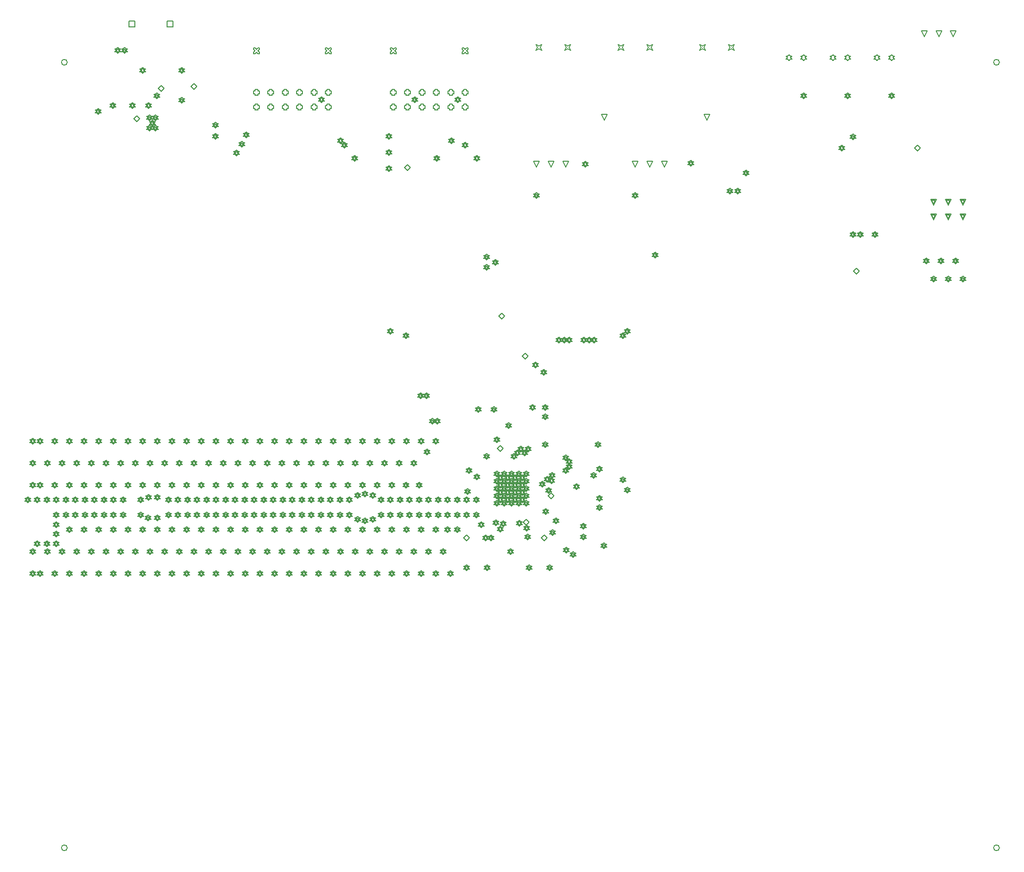
<source format=gbr>
G04*
G04 #@! TF.GenerationSoftware,Altium Limited,Altium Designer,23.2.1 (34)*
G04*
G04 Layer_Color=2752767*
%FSLAX44Y44*%
%MOMM*%
G71*
G04*
G04 #@! TF.SameCoordinates,B8F3427F-0302-4C4C-BDD2-04FEC27F4463*
G04*
G04*
G04 #@! TF.FilePolarity,Positive*
G04*
G01*
G75*
%ADD15C,0.1270*%
%ADD105C,0.1693*%
D15*
X948690Y1463040D02*
X951230Y1468120D01*
X948690Y1473200D01*
X953770Y1470660D01*
X958850Y1473200D01*
X956310Y1468120D01*
X958850Y1463040D01*
X953770Y1465580D01*
X948690Y1463040D01*
X898652D02*
X901192Y1468120D01*
X898652Y1473200D01*
X903732Y1470660D01*
X908812Y1473200D01*
X906272Y1468120D01*
X908812Y1463040D01*
X903732Y1465580D01*
X898652Y1463040D01*
X1090930D02*
X1093470Y1468120D01*
X1090930Y1473200D01*
X1096010Y1470660D01*
X1101090Y1473200D01*
X1098550Y1468120D01*
X1101090Y1463040D01*
X1096010Y1465580D01*
X1090930Y1463040D01*
X1040892D02*
X1043432Y1468120D01*
X1040892Y1473200D01*
X1045972Y1470660D01*
X1051052Y1473200D01*
X1048512Y1468120D01*
X1051052Y1463040D01*
X1045972Y1465580D01*
X1040892Y1463040D01*
X1182370D02*
X1184910Y1468120D01*
X1182370Y1473200D01*
X1187450Y1470660D01*
X1192530Y1473200D01*
X1189990Y1468120D01*
X1192530Y1463040D01*
X1187450Y1465580D01*
X1182370Y1463040D01*
X1232408D02*
X1234948Y1468120D01*
X1232408Y1473200D01*
X1237488Y1470660D01*
X1242568Y1473200D01*
X1240028Y1468120D01*
X1242568Y1463040D01*
X1237488Y1465580D01*
X1232408Y1463040D01*
X770960Y1457370D02*
X773500D01*
X776040Y1459910D01*
X778580Y1457370D01*
X781120D01*
Y1459910D01*
X778580Y1462450D01*
X781120Y1464990D01*
Y1467530D01*
X778580D01*
X776040Y1464990D01*
X773500Y1467530D01*
X770960D01*
Y1464990D01*
X773500Y1462450D01*
X770960Y1459910D01*
Y1457370D01*
X645960D02*
X648500D01*
X651040Y1459910D01*
X653580Y1457370D01*
X656120D01*
Y1459910D01*
X653580Y1462450D01*
X656120Y1464990D01*
Y1467530D01*
X653580D01*
X651040Y1464990D01*
X648500Y1467530D01*
X645960D01*
Y1464990D01*
X648500Y1462450D01*
X645960Y1459910D01*
Y1457370D01*
X773500Y1388110D02*
Y1385570D01*
X778580D01*
Y1388110D01*
X781120D01*
Y1393190D01*
X778580D01*
Y1395730D01*
X773500D01*
Y1393190D01*
X770960D01*
Y1388110D01*
X773500D01*
X748500D02*
Y1385570D01*
X753580D01*
Y1388110D01*
X756120D01*
Y1393190D01*
X753580D01*
Y1395730D01*
X748500D01*
Y1393190D01*
X745960D01*
Y1388110D01*
X748500D01*
X723500D02*
Y1385570D01*
X728580D01*
Y1388110D01*
X731120D01*
Y1393190D01*
X728580D01*
Y1395730D01*
X723500D01*
Y1393190D01*
X720960D01*
Y1388110D01*
X723500D01*
X698500D02*
Y1385570D01*
X703580D01*
Y1388110D01*
X706120D01*
Y1393190D01*
X703580D01*
Y1395730D01*
X698500D01*
Y1393190D01*
X695960D01*
Y1388110D01*
X698500D01*
X673500D02*
Y1385570D01*
X678580D01*
Y1388110D01*
X681120D01*
Y1393190D01*
X678580D01*
Y1395730D01*
X673500D01*
Y1393190D01*
X670960D01*
Y1388110D01*
X673500D01*
X648500D02*
Y1385570D01*
X653580D01*
Y1388110D01*
X656120D01*
Y1393190D01*
X653580D01*
Y1395730D01*
X648500D01*
Y1393190D01*
X645960D01*
Y1388110D01*
X648500D01*
X773500Y1363110D02*
Y1360570D01*
X778580D01*
Y1363110D01*
X781120D01*
Y1368190D01*
X778580D01*
Y1370730D01*
X773500D01*
Y1368190D01*
X770960D01*
Y1363110D01*
X773500D01*
X748500D02*
Y1360570D01*
X753580D01*
Y1363110D01*
X756120D01*
Y1368190D01*
X753580D01*
Y1370730D01*
X748500D01*
Y1368190D01*
X745960D01*
Y1363110D01*
X748500D01*
X723500D02*
Y1360570D01*
X728580D01*
Y1363110D01*
X731120D01*
Y1368190D01*
X728580D01*
Y1370730D01*
X723500D01*
Y1368190D01*
X720960D01*
Y1363110D01*
X723500D01*
X698500D02*
Y1360570D01*
X703580D01*
Y1363110D01*
X706120D01*
Y1368190D01*
X703580D01*
Y1370730D01*
X698500D01*
Y1368190D01*
X695960D01*
Y1363110D01*
X698500D01*
X673500D02*
Y1360570D01*
X678580D01*
Y1363110D01*
X681120D01*
Y1368190D01*
X678580D01*
Y1370730D01*
X673500D01*
Y1368190D01*
X670960D01*
Y1363110D01*
X673500D01*
X648500D02*
Y1360570D01*
X653580D01*
Y1363110D01*
X656120D01*
Y1368190D01*
X653580D01*
Y1370730D01*
X648500D01*
Y1368190D01*
X645960D01*
Y1363110D01*
X648500D01*
X899160Y1261110D02*
X894080Y1271270D01*
X904240D01*
X899160Y1261110D01*
X924560D02*
X919480Y1271270D01*
X929640D01*
X924560Y1261110D01*
X949960D02*
X944880Y1271270D01*
X955040D01*
X949960Y1261110D01*
X1587500Y1195070D02*
X1582420Y1205230D01*
X1592580D01*
X1587500Y1195070D01*
Y1197102D02*
X1584452Y1203198D01*
X1590548D01*
X1587500Y1197102D01*
X1612900Y1195070D02*
X1607820Y1205230D01*
X1617980D01*
X1612900Y1195070D01*
Y1197102D02*
X1609852Y1203198D01*
X1615948D01*
X1612900Y1197102D01*
X1638300Y1195070D02*
X1633220Y1205230D01*
X1643380D01*
X1638300Y1195070D01*
Y1197102D02*
X1635252Y1203198D01*
X1641348D01*
X1638300Y1197102D01*
Y1169670D02*
X1633220Y1179830D01*
X1643380D01*
X1638300Y1169670D01*
Y1171702D02*
X1635252Y1177798D01*
X1641348D01*
X1638300Y1171702D01*
X1612900Y1169670D02*
X1607820Y1179830D01*
X1617980D01*
X1612900Y1169670D01*
Y1171702D02*
X1609852Y1177798D01*
X1615948D01*
X1612900Y1171702D01*
X1587500Y1169670D02*
X1582420Y1179830D01*
X1592580D01*
X1587500Y1169670D01*
Y1171702D02*
X1584452Y1177798D01*
X1590548D01*
X1587500Y1171702D01*
X1489710Y1445260D02*
X1492250Y1447800D01*
X1494790D01*
X1492250Y1450340D01*
X1494790Y1452880D01*
X1492250D01*
X1489710Y1455420D01*
X1487170Y1452880D01*
X1484630D01*
X1487170Y1450340D01*
X1484630Y1447800D01*
X1487170D01*
X1489710Y1445260D01*
X1515110D02*
X1517650Y1447800D01*
X1520190D01*
X1517650Y1450340D01*
X1520190Y1452880D01*
X1517650D01*
X1515110Y1455420D01*
X1512570Y1452880D01*
X1510030D01*
X1512570Y1450340D01*
X1510030Y1447800D01*
X1512570D01*
X1515110Y1445260D01*
X1413510D02*
X1416050Y1447800D01*
X1418590D01*
X1416050Y1450340D01*
X1418590Y1452880D01*
X1416050D01*
X1413510Y1455420D01*
X1410970Y1452880D01*
X1408430D01*
X1410970Y1450340D01*
X1408430Y1447800D01*
X1410970D01*
X1413510Y1445260D01*
X1438910D02*
X1441450Y1447800D01*
X1443990D01*
X1441450Y1450340D01*
X1443990Y1452880D01*
X1441450D01*
X1438910Y1455420D01*
X1436370Y1452880D01*
X1433830D01*
X1436370Y1450340D01*
X1433830Y1447800D01*
X1436370D01*
X1438910Y1445260D01*
X1337310D02*
X1339850Y1447800D01*
X1342390D01*
X1339850Y1450340D01*
X1342390Y1452880D01*
X1339850D01*
X1337310Y1455420D01*
X1334770Y1452880D01*
X1332230D01*
X1334770Y1450340D01*
X1332230Y1447800D01*
X1334770D01*
X1337310Y1445260D01*
X1362710D02*
X1365250Y1447800D01*
X1367790D01*
X1365250Y1450340D01*
X1367790Y1452880D01*
X1365250D01*
X1362710Y1455420D01*
X1360170Y1452880D01*
X1357630D01*
X1360170Y1450340D01*
X1357630Y1447800D01*
X1360170D01*
X1362710Y1445260D01*
X1621790Y1487170D02*
X1616710Y1497330D01*
X1626870D01*
X1621790Y1487170D01*
X1596790D02*
X1591710Y1497330D01*
X1601870D01*
X1596790Y1487170D01*
X1571790D02*
X1566710Y1497330D01*
X1576870D01*
X1571790Y1487170D01*
X1121410Y1261110D02*
X1116330Y1271270D01*
X1126490D01*
X1121410Y1261110D01*
X1096010D02*
X1090930Y1271270D01*
X1101090D01*
X1096010Y1261110D01*
X1070610D02*
X1065530Y1271270D01*
X1075690D01*
X1070610Y1261110D01*
X1017270Y1342390D02*
X1012190Y1352550D01*
X1022350D01*
X1017270Y1342390D01*
X1195070D02*
X1189990Y1352550D01*
X1200150D01*
X1195070Y1342390D01*
X411410Y1363110D02*
Y1360570D01*
X416490D01*
Y1363110D01*
X419030D01*
Y1368190D01*
X416490D01*
Y1370730D01*
X411410D01*
Y1368190D01*
X408870D01*
Y1363110D01*
X411410D01*
X436410D02*
Y1360570D01*
X441490D01*
Y1363110D01*
X444030D01*
Y1368190D01*
X441490D01*
Y1370730D01*
X436410D01*
Y1368190D01*
X433870D01*
Y1363110D01*
X436410D01*
X461410D02*
Y1360570D01*
X466490D01*
Y1363110D01*
X469030D01*
Y1368190D01*
X466490D01*
Y1370730D01*
X461410D01*
Y1368190D01*
X458870D01*
Y1363110D01*
X461410D01*
X486410D02*
Y1360570D01*
X491490D01*
Y1363110D01*
X494030D01*
Y1368190D01*
X491490D01*
Y1370730D01*
X486410D01*
Y1368190D01*
X483870D01*
Y1363110D01*
X486410D01*
X511410D02*
Y1360570D01*
X516490D01*
Y1363110D01*
X519030D01*
Y1368190D01*
X516490D01*
Y1370730D01*
X511410D01*
Y1368190D01*
X508870D01*
Y1363110D01*
X511410D01*
X536410D02*
Y1360570D01*
X541490D01*
Y1363110D01*
X544030D01*
Y1368190D01*
X541490D01*
Y1370730D01*
X536410D01*
Y1368190D01*
X533870D01*
Y1363110D01*
X536410D01*
X411410Y1388110D02*
Y1385570D01*
X416490D01*
Y1388110D01*
X419030D01*
Y1393190D01*
X416490D01*
Y1395730D01*
X411410D01*
Y1393190D01*
X408870D01*
Y1388110D01*
X411410D01*
X436410D02*
Y1385570D01*
X441490D01*
Y1388110D01*
X444030D01*
Y1393190D01*
X441490D01*
Y1395730D01*
X436410D01*
Y1393190D01*
X433870D01*
Y1388110D01*
X436410D01*
X461410D02*
Y1385570D01*
X466490D01*
Y1388110D01*
X469030D01*
Y1393190D01*
X466490D01*
Y1395730D01*
X461410D01*
Y1393190D01*
X458870D01*
Y1388110D01*
X461410D01*
X486410D02*
Y1385570D01*
X491490D01*
Y1388110D01*
X494030D01*
Y1393190D01*
X491490D01*
Y1395730D01*
X486410D01*
Y1393190D01*
X483870D01*
Y1388110D01*
X486410D01*
X511410D02*
Y1385570D01*
X516490D01*
Y1388110D01*
X519030D01*
Y1393190D01*
X516490D01*
Y1395730D01*
X511410D01*
Y1393190D01*
X508870D01*
Y1388110D01*
X511410D01*
X536410D02*
Y1385570D01*
X541490D01*
Y1388110D01*
X544030D01*
Y1393190D01*
X541490D01*
Y1395730D01*
X536410D01*
Y1393190D01*
X533870D01*
Y1388110D01*
X536410D01*
X408870Y1457370D02*
X411410D01*
X413950Y1459910D01*
X416490Y1457370D01*
X419030D01*
Y1459910D01*
X416490Y1462450D01*
X419030Y1464990D01*
Y1467530D01*
X416490D01*
X413950Y1464990D01*
X411410Y1467530D01*
X408870D01*
Y1464990D01*
X411410Y1462450D01*
X408870Y1459910D01*
Y1457370D01*
X533870D02*
X536410D01*
X538950Y1459910D01*
X541490Y1457370D01*
X544030D01*
Y1459910D01*
X541490Y1462450D01*
X544030Y1464990D01*
Y1467530D01*
X541490D01*
X538950Y1464990D01*
X536410Y1467530D01*
X533870D01*
Y1464990D01*
X536410Y1462450D01*
X533870Y1459910D01*
Y1457370D01*
X193630Y1503680D02*
Y1513840D01*
X203790D01*
Y1503680D01*
X193630D01*
X259630D02*
Y1513840D01*
X269790D01*
Y1503680D01*
X259630D01*
X925830Y712470D02*
X928370Y715010D01*
X930910D01*
X928370Y717550D01*
X930910Y720090D01*
X928370D01*
X925830Y722630D01*
X923290Y720090D01*
X920750D01*
X923290Y717550D01*
X920750Y715010D01*
X923290D01*
X925830Y712470D01*
Y714502D02*
X927354Y716026D01*
X928878D01*
X927354Y717550D01*
X928878Y719074D01*
X927354D01*
X925830Y720598D01*
X924306Y719074D01*
X922782D01*
X924306Y717550D01*
X922782Y716026D01*
X924306D01*
X925830Y714502D01*
X261620Y679450D02*
X264160Y681990D01*
X266700D01*
X264160Y684530D01*
X266700Y687070D01*
X264160D01*
X261620Y689610D01*
X259080Y687070D01*
X256540D01*
X259080Y684530D01*
X256540Y681990D01*
X259080D01*
X261620Y679450D01*
Y681482D02*
X263144Y683006D01*
X264668D01*
X263144Y684530D01*
X264668Y686054D01*
X263144D01*
X261620Y687578D01*
X260096Y686054D01*
X258572D01*
X260096Y684530D01*
X258572Y683006D01*
X260096D01*
X261620Y681482D01*
X34290Y603250D02*
X36830Y605790D01*
X39370D01*
X36830Y608330D01*
X39370Y610870D01*
X36830D01*
X34290Y613410D01*
X31750Y610870D01*
X29210D01*
X31750Y608330D01*
X29210Y605790D01*
X31750D01*
X34290Y603250D01*
Y605282D02*
X35814Y606806D01*
X37338D01*
X35814Y608330D01*
X37338Y609854D01*
X35814D01*
X34290Y611378D01*
X32766Y609854D01*
X31242D01*
X32766Y608330D01*
X31242Y606806D01*
X32766D01*
X34290Y605282D01*
X26670Y704850D02*
X29210Y707390D01*
X31750D01*
X29210Y709930D01*
X31750Y712470D01*
X29210D01*
X26670Y715010D01*
X24130Y712470D01*
X21590D01*
X24130Y709930D01*
X21590Y707390D01*
X24130D01*
X26670Y704850D01*
Y706882D02*
X28194Y708406D01*
X29718D01*
X28194Y709930D01*
X29718Y711454D01*
X28194D01*
X26670Y712978D01*
X25146Y711454D01*
X23622D01*
X25146Y709930D01*
X23622Y708406D01*
X25146D01*
X26670Y706882D01*
Y781050D02*
X29210Y783590D01*
X31750D01*
X29210Y786130D01*
X31750Y788670D01*
X29210D01*
X26670Y791210D01*
X24130Y788670D01*
X21590D01*
X24130Y786130D01*
X21590Y783590D01*
X24130D01*
X26670Y781050D01*
Y783082D02*
X28194Y784606D01*
X29718D01*
X28194Y786130D01*
X29718Y787654D01*
X28194D01*
X26670Y789178D01*
X25146Y787654D01*
X23622D01*
X25146Y786130D01*
X23622Y784606D01*
X25146D01*
X26670Y783082D01*
X782320Y730250D02*
X784860Y732790D01*
X787400D01*
X784860Y735330D01*
X787400Y737870D01*
X784860D01*
X782320Y740410D01*
X779780Y737870D01*
X777240D01*
X779780Y735330D01*
X777240Y732790D01*
X779780D01*
X782320Y730250D01*
Y732282D02*
X783844Y733806D01*
X785368D01*
X783844Y735330D01*
X785368Y736854D01*
X783844D01*
X782320Y738378D01*
X780796Y736854D01*
X779272D01*
X780796Y735330D01*
X779272Y733806D01*
X780796D01*
X782320Y732282D01*
X1262380Y1245870D02*
X1264920Y1248410D01*
X1267460D01*
X1264920Y1250950D01*
X1267460Y1253490D01*
X1264920D01*
X1262380Y1256030D01*
X1259840Y1253490D01*
X1257300D01*
X1259840Y1250950D01*
X1257300Y1248410D01*
X1259840D01*
X1262380Y1245870D01*
Y1247902D02*
X1263904Y1249426D01*
X1265428D01*
X1263904Y1250950D01*
X1265428Y1252474D01*
X1263904D01*
X1262380Y1253998D01*
X1260856Y1252474D01*
X1259332D01*
X1260856Y1250950D01*
X1259332Y1249426D01*
X1260856D01*
X1262380Y1247902D01*
X1234440Y1214120D02*
X1236980Y1216660D01*
X1239520D01*
X1236980Y1219200D01*
X1239520Y1221740D01*
X1236980D01*
X1234440Y1224280D01*
X1231900Y1221740D01*
X1229360D01*
X1231900Y1219200D01*
X1229360Y1216660D01*
X1231900D01*
X1234440Y1214120D01*
Y1216152D02*
X1235964Y1217676D01*
X1237488D01*
X1235964Y1219200D01*
X1237488Y1220724D01*
X1235964D01*
X1234440Y1222248D01*
X1232916Y1220724D01*
X1231392D01*
X1232916Y1219200D01*
X1231392Y1217676D01*
X1232916D01*
X1234440Y1216152D01*
X1248410Y1214120D02*
X1250950Y1216660D01*
X1253490D01*
X1250950Y1219200D01*
X1253490Y1221740D01*
X1250950D01*
X1248410Y1224280D01*
X1245870Y1221740D01*
X1243330D01*
X1245870Y1219200D01*
X1243330Y1216660D01*
X1245870D01*
X1248410Y1214120D01*
Y1216152D02*
X1249934Y1217676D01*
X1251458D01*
X1249934Y1219200D01*
X1251458Y1220724D01*
X1249934D01*
X1248410Y1222248D01*
X1246886Y1220724D01*
X1245362D01*
X1246886Y1219200D01*
X1245362Y1217676D01*
X1246886D01*
X1248410Y1216152D01*
X50800Y603250D02*
X53340Y605790D01*
X55880D01*
X53340Y608330D01*
X55880Y610870D01*
X53340D01*
X50800Y613410D01*
X48260Y610870D01*
X45720D01*
X48260Y608330D01*
X45720Y605790D01*
X48260D01*
X50800Y603250D01*
Y605282D02*
X52324Y606806D01*
X53848D01*
X52324Y608330D01*
X53848Y609854D01*
X52324D01*
X50800Y611378D01*
X49276Y609854D01*
X47752D01*
X49276Y608330D01*
X47752Y606806D01*
X49276D01*
X50800Y605282D01*
X67310Y603250D02*
X69850Y605790D01*
X72390D01*
X69850Y608330D01*
X72390Y610870D01*
X69850D01*
X67310Y613410D01*
X64770Y610870D01*
X62230D01*
X64770Y608330D01*
X62230Y605790D01*
X64770D01*
X67310Y603250D01*
Y605282D02*
X68834Y606806D01*
X70358D01*
X68834Y608330D01*
X70358Y609854D01*
X68834D01*
X67310Y611378D01*
X65786Y609854D01*
X64262D01*
X65786Y608330D01*
X64262Y606806D01*
X65786D01*
X67310Y605282D01*
Y619760D02*
X69850Y622300D01*
X72390D01*
X69850Y624840D01*
X72390Y627380D01*
X69850D01*
X67310Y629920D01*
X64770Y627380D01*
X62230D01*
X64770Y624840D01*
X62230Y622300D01*
X64770D01*
X67310Y619760D01*
Y621792D02*
X68834Y623316D01*
X70358D01*
X68834Y624840D01*
X70358Y626364D01*
X68834D01*
X67310Y627888D01*
X65786Y626364D01*
X64262D01*
X65786Y624840D01*
X64262Y623316D01*
X65786D01*
X67310Y621792D01*
X182880Y679450D02*
X185420Y681990D01*
X187960D01*
X185420Y684530D01*
X187960Y687070D01*
X185420D01*
X182880Y689610D01*
X180340Y687070D01*
X177800D01*
X180340Y684530D01*
X177800Y681990D01*
X180340D01*
X182880Y679450D01*
Y681482D02*
X184404Y683006D01*
X185928D01*
X184404Y684530D01*
X185928Y686054D01*
X184404D01*
X182880Y687578D01*
X181356Y686054D01*
X179832D01*
X181356Y684530D01*
X179832Y683006D01*
X181356D01*
X182880Y681482D01*
Y652780D02*
X185420Y655320D01*
X187960D01*
X185420Y657860D01*
X187960Y660400D01*
X185420D01*
X182880Y662940D01*
X180340Y660400D01*
X177800D01*
X180340Y657860D01*
X177800Y655320D01*
X180340D01*
X182880Y652780D01*
Y654812D02*
X184404Y656336D01*
X185928D01*
X184404Y657860D01*
X185928Y659384D01*
X184404D01*
X182880Y660908D01*
X181356Y659384D01*
X179832D01*
X181356Y657860D01*
X179832Y656336D01*
X181356D01*
X182880Y654812D01*
X166370Y679450D02*
X168910Y681990D01*
X171450D01*
X168910Y684530D01*
X171450Y687070D01*
X168910D01*
X166370Y689610D01*
X163830Y687070D01*
X161290D01*
X163830Y684530D01*
X161290Y681990D01*
X163830D01*
X166370Y679450D01*
Y681482D02*
X167894Y683006D01*
X169418D01*
X167894Y684530D01*
X169418Y686054D01*
X167894D01*
X166370Y687578D01*
X164846Y686054D01*
X163322D01*
X164846Y684530D01*
X163322Y683006D01*
X164846D01*
X166370Y681482D01*
Y652780D02*
X168910Y655320D01*
X171450D01*
X168910Y657860D01*
X171450Y660400D01*
X168910D01*
X166370Y662940D01*
X163830Y660400D01*
X161290D01*
X163830Y657860D01*
X161290Y655320D01*
X163830D01*
X166370Y652780D01*
Y654812D02*
X167894Y656336D01*
X169418D01*
X167894Y657860D01*
X169418Y659384D01*
X167894D01*
X166370Y660908D01*
X164846Y659384D01*
X163322D01*
X164846Y657860D01*
X163322Y656336D01*
X164846D01*
X166370Y654812D01*
X17780Y679450D02*
X20320Y681990D01*
X22860D01*
X20320Y684530D01*
X22860Y687070D01*
X20320D01*
X17780Y689610D01*
X15240Y687070D01*
X12700D01*
X15240Y684530D01*
X12700Y681990D01*
X15240D01*
X17780Y679450D01*
Y681482D02*
X19304Y683006D01*
X20828D01*
X19304Y684530D01*
X20828Y686054D01*
X19304D01*
X17780Y687578D01*
X16256Y686054D01*
X14732D01*
X16256Y684530D01*
X14732Y683006D01*
X16256D01*
X17780Y681482D01*
X83820Y652780D02*
X86360Y655320D01*
X88900D01*
X86360Y657860D01*
X88900Y660400D01*
X86360D01*
X83820Y662940D01*
X81280Y660400D01*
X78740D01*
X81280Y657860D01*
X78740Y655320D01*
X81280D01*
X83820Y652780D01*
Y654812D02*
X85344Y656336D01*
X86868D01*
X85344Y657860D01*
X86868Y659384D01*
X85344D01*
X83820Y660908D01*
X82296Y659384D01*
X80772D01*
X82296Y657860D01*
X80772Y656336D01*
X82296D01*
X83820Y654812D01*
Y679450D02*
X86360Y681990D01*
X88900D01*
X86360Y684530D01*
X88900Y687070D01*
X86360D01*
X83820Y689610D01*
X81280Y687070D01*
X78740D01*
X81280Y684530D01*
X78740Y681990D01*
X81280D01*
X83820Y679450D01*
Y681482D02*
X85344Y683006D01*
X86868D01*
X85344Y684530D01*
X86868Y686054D01*
X85344D01*
X83820Y687578D01*
X82296Y686054D01*
X80772D01*
X82296Y684530D01*
X80772Y683006D01*
X82296D01*
X83820Y681482D01*
X67310Y679450D02*
X69850Y681990D01*
X72390D01*
X69850Y684530D01*
X72390Y687070D01*
X69850D01*
X67310Y689610D01*
X64770Y687070D01*
X62230D01*
X64770Y684530D01*
X62230Y681990D01*
X64770D01*
X67310Y679450D01*
Y681482D02*
X68834Y683006D01*
X70358D01*
X68834Y684530D01*
X70358Y686054D01*
X68834D01*
X67310Y687578D01*
X65786Y686054D01*
X64262D01*
X65786Y684530D01*
X64262Y683006D01*
X65786D01*
X67310Y681482D01*
Y652780D02*
X69850Y655320D01*
X72390D01*
X69850Y657860D01*
X72390Y660400D01*
X69850D01*
X67310Y662940D01*
X64770Y660400D01*
X62230D01*
X64770Y657860D01*
X62230Y655320D01*
X64770D01*
X67310Y652780D01*
Y654812D02*
X68834Y656336D01*
X70358D01*
X68834Y657860D01*
X70358Y659384D01*
X68834D01*
X67310Y660908D01*
X65786Y659384D01*
X64262D01*
X65786Y657860D01*
X64262Y656336D01*
X65786D01*
X67310Y654812D01*
X34290Y679450D02*
X36830Y681990D01*
X39370D01*
X36830Y684530D01*
X39370Y687070D01*
X36830D01*
X34290Y689610D01*
X31750Y687070D01*
X29210D01*
X31750Y684530D01*
X29210Y681990D01*
X31750D01*
X34290Y679450D01*
Y681482D02*
X35814Y683006D01*
X37338D01*
X35814Y684530D01*
X37338Y686054D01*
X35814D01*
X34290Y687578D01*
X32766Y686054D01*
X31242D01*
X32766Y684530D01*
X31242Y683006D01*
X32766D01*
X34290Y681482D01*
X50800Y679450D02*
X53340Y681990D01*
X55880D01*
X53340Y684530D01*
X55880Y687070D01*
X53340D01*
X50800Y689610D01*
X48260Y687070D01*
X45720D01*
X48260Y684530D01*
X45720Y681990D01*
X48260D01*
X50800Y679450D01*
Y681482D02*
X52324Y683006D01*
X53848D01*
X52324Y684530D01*
X53848Y686054D01*
X52324D01*
X50800Y687578D01*
X49276Y686054D01*
X47752D01*
X49276Y684530D01*
X47752Y683006D01*
X49276D01*
X50800Y681482D01*
X116840Y652780D02*
X119380Y655320D01*
X121920D01*
X119380Y657860D01*
X121920Y660400D01*
X119380D01*
X116840Y662940D01*
X114300Y660400D01*
X111760D01*
X114300Y657860D01*
X111760Y655320D01*
X114300D01*
X116840Y652780D01*
Y654812D02*
X118364Y656336D01*
X119888D01*
X118364Y657860D01*
X119888Y659384D01*
X118364D01*
X116840Y660908D01*
X115316Y659384D01*
X113792D01*
X115316Y657860D01*
X113792Y656336D01*
X115316D01*
X116840Y654812D01*
Y679450D02*
X119380Y681990D01*
X121920D01*
X119380Y684530D01*
X121920Y687070D01*
X119380D01*
X116840Y689610D01*
X114300Y687070D01*
X111760D01*
X114300Y684530D01*
X111760Y681990D01*
X114300D01*
X116840Y679450D01*
Y681482D02*
X118364Y683006D01*
X119888D01*
X118364Y684530D01*
X119888Y686054D01*
X118364D01*
X116840Y687578D01*
X115316Y686054D01*
X113792D01*
X115316Y684530D01*
X113792Y683006D01*
X115316D01*
X116840Y681482D01*
X100330Y679450D02*
X102870Y681990D01*
X105410D01*
X102870Y684530D01*
X105410Y687070D01*
X102870D01*
X100330Y689610D01*
X97790Y687070D01*
X95250D01*
X97790Y684530D01*
X95250Y681990D01*
X97790D01*
X100330Y679450D01*
Y681482D02*
X101854Y683006D01*
X103378D01*
X101854Y684530D01*
X103378Y686054D01*
X101854D01*
X100330Y687578D01*
X98806Y686054D01*
X97282D01*
X98806Y684530D01*
X97282Y683006D01*
X98806D01*
X100330Y681482D01*
Y652780D02*
X102870Y655320D01*
X105410D01*
X102870Y657860D01*
X105410Y660400D01*
X102870D01*
X100330Y662940D01*
X97790Y660400D01*
X95250D01*
X97790Y657860D01*
X95250Y655320D01*
X97790D01*
X100330Y652780D01*
Y654812D02*
X101854Y656336D01*
X103378D01*
X101854Y657860D01*
X103378Y659384D01*
X101854D01*
X100330Y660908D01*
X98806Y659384D01*
X97282D01*
X98806Y657860D01*
X97282Y656336D01*
X98806D01*
X100330Y654812D01*
X133350Y652780D02*
X135890Y655320D01*
X138430D01*
X135890Y657860D01*
X138430Y660400D01*
X135890D01*
X133350Y662940D01*
X130810Y660400D01*
X128270D01*
X130810Y657860D01*
X128270Y655320D01*
X130810D01*
X133350Y652780D01*
Y654812D02*
X134874Y656336D01*
X136398D01*
X134874Y657860D01*
X136398Y659384D01*
X134874D01*
X133350Y660908D01*
X131826Y659384D01*
X130302D01*
X131826Y657860D01*
X130302Y656336D01*
X131826D01*
X133350Y654812D01*
Y679450D02*
X135890Y681990D01*
X138430D01*
X135890Y684530D01*
X138430Y687070D01*
X135890D01*
X133350Y689610D01*
X130810Y687070D01*
X128270D01*
X130810Y684530D01*
X128270Y681990D01*
X130810D01*
X133350Y679450D01*
Y681482D02*
X134874Y683006D01*
X136398D01*
X134874Y684530D01*
X136398Y686054D01*
X134874D01*
X133350Y687578D01*
X131826Y686054D01*
X130302D01*
X131826Y684530D01*
X130302Y683006D01*
X131826D01*
X133350Y681482D01*
X149860Y679450D02*
X152400Y681990D01*
X154940D01*
X152400Y684530D01*
X154940Y687070D01*
X152400D01*
X149860Y689610D01*
X147320Y687070D01*
X144780D01*
X147320Y684530D01*
X144780Y681990D01*
X147320D01*
X149860Y679450D01*
Y681482D02*
X151384Y683006D01*
X152908D01*
X151384Y684530D01*
X152908Y686054D01*
X151384D01*
X149860Y687578D01*
X148336Y686054D01*
X146812D01*
X148336Y684530D01*
X146812Y683006D01*
X148336D01*
X149860Y681482D01*
Y652780D02*
X152400Y655320D01*
X154940D01*
X152400Y657860D01*
X154940Y660400D01*
X152400D01*
X149860Y662940D01*
X147320Y660400D01*
X144780D01*
X147320Y657860D01*
X144780Y655320D01*
X147320D01*
X149860Y652780D01*
Y654812D02*
X151384Y656336D01*
X152908D01*
X151384Y657860D01*
X152908Y659384D01*
X151384D01*
X149860Y660908D01*
X148336Y659384D01*
X146812D01*
X148336Y657860D01*
X146812Y656336D01*
X148336D01*
X149860Y654812D01*
X709930Y762000D02*
X712470Y764540D01*
X715010D01*
X712470Y767080D01*
X715010Y769620D01*
X712470D01*
X709930Y772160D01*
X707390Y769620D01*
X704850D01*
X707390Y767080D01*
X704850Y764540D01*
X707390D01*
X709930Y762000D01*
Y764032D02*
X711454Y765556D01*
X712978D01*
X711454Y767080D01*
X712978Y768604D01*
X711454D01*
X709930Y770128D01*
X708406Y768604D01*
X706882D01*
X708406Y767080D01*
X706882Y765556D01*
X708406D01*
X709930Y764032D01*
X699770Y781050D02*
X702310Y783590D01*
X704850D01*
X702310Y786130D01*
X704850Y788670D01*
X702310D01*
X699770Y791210D01*
X697230Y788670D01*
X694690D01*
X697230Y786130D01*
X694690Y783590D01*
X697230D01*
X699770Y781050D01*
Y783082D02*
X701294Y784606D01*
X702818D01*
X701294Y786130D01*
X702818Y787654D01*
X701294D01*
X699770Y789178D01*
X698246Y787654D01*
X696722D01*
X698246Y786130D01*
X696722Y784606D01*
X698246D01*
X699770Y783082D01*
X725170Y781050D02*
X727710Y783590D01*
X730250D01*
X727710Y786130D01*
X730250Y788670D01*
X727710D01*
X725170Y791210D01*
X722630Y788670D01*
X720090D01*
X722630Y786130D01*
X720090Y783590D01*
X722630D01*
X725170Y781050D01*
Y783082D02*
X726694Y784606D01*
X728218D01*
X726694Y786130D01*
X728218Y787654D01*
X726694D01*
X725170Y789178D01*
X723646Y787654D01*
X722122D01*
X723646Y786130D01*
X722122Y784606D01*
X723646D01*
X725170Y783082D01*
X750570Y551180D02*
X753110Y553720D01*
X755650D01*
X753110Y556260D01*
X755650Y558800D01*
X753110D01*
X750570Y561340D01*
X748030Y558800D01*
X745490D01*
X748030Y556260D01*
X745490Y553720D01*
X748030D01*
X750570Y551180D01*
Y553212D02*
X752094Y554736D01*
X753618D01*
X752094Y556260D01*
X753618Y557784D01*
X752094D01*
X750570Y559308D01*
X749046Y557784D01*
X747522D01*
X749046Y556260D01*
X747522Y554736D01*
X749046D01*
X750570Y553212D01*
X26670Y551180D02*
X29210Y553720D01*
X31750D01*
X29210Y556260D01*
X31750Y558800D01*
X29210D01*
X26670Y561340D01*
X24130Y558800D01*
X21590D01*
X24130Y556260D01*
X21590Y553720D01*
X24130D01*
X26670Y551180D01*
Y553212D02*
X28194Y554736D01*
X29718D01*
X28194Y556260D01*
X29718Y557784D01*
X28194D01*
X26670Y559308D01*
X25146Y557784D01*
X23622D01*
X25146Y556260D01*
X23622Y554736D01*
X25146D01*
X26670Y553212D01*
Y589280D02*
X29210Y591820D01*
X31750D01*
X29210Y594360D01*
X31750Y596900D01*
X29210D01*
X26670Y599440D01*
X24130Y596900D01*
X21590D01*
X24130Y594360D01*
X21590Y591820D01*
X24130D01*
X26670Y589280D01*
Y591312D02*
X28194Y592836D01*
X29718D01*
X28194Y594360D01*
X29718Y595884D01*
X28194D01*
X26670Y597408D01*
X25146Y595884D01*
X23622D01*
X25146Y594360D01*
X23622Y592836D01*
X25146D01*
X26670Y591312D01*
X39370Y704850D02*
X41910Y707390D01*
X44450D01*
X41910Y709930D01*
X44450Y712470D01*
X41910D01*
X39370Y715010D01*
X36830Y712470D01*
X34290D01*
X36830Y709930D01*
X34290Y707390D01*
X36830D01*
X39370Y704850D01*
Y706882D02*
X40894Y708406D01*
X42418D01*
X40894Y709930D01*
X42418Y711454D01*
X40894D01*
X39370Y712978D01*
X37846Y711454D01*
X36322D01*
X37846Y709930D01*
X36322Y708406D01*
X37846D01*
X39370Y706882D01*
X64770Y704850D02*
X67310Y707390D01*
X69850D01*
X67310Y709930D01*
X69850Y712470D01*
X67310D01*
X64770Y715010D01*
X62230Y712470D01*
X59690D01*
X62230Y709930D01*
X59690Y707390D01*
X62230D01*
X64770Y704850D01*
Y706882D02*
X66294Y708406D01*
X67818D01*
X66294Y709930D01*
X67818Y711454D01*
X66294D01*
X64770Y712978D01*
X63246Y711454D01*
X61722D01*
X63246Y709930D01*
X61722Y708406D01*
X63246D01*
X64770Y706882D01*
X90170Y704850D02*
X92710Y707390D01*
X95250D01*
X92710Y709930D01*
X95250Y712470D01*
X92710D01*
X90170Y715010D01*
X87630Y712470D01*
X85090D01*
X87630Y709930D01*
X85090Y707390D01*
X87630D01*
X90170Y704850D01*
Y706882D02*
X91694Y708406D01*
X93218D01*
X91694Y709930D01*
X93218Y711454D01*
X91694D01*
X90170Y712978D01*
X88646Y711454D01*
X87122D01*
X88646Y709930D01*
X87122Y708406D01*
X88646D01*
X90170Y706882D01*
X166370Y704850D02*
X168910Y707390D01*
X171450D01*
X168910Y709930D01*
X171450Y712470D01*
X168910D01*
X166370Y715010D01*
X163830Y712470D01*
X161290D01*
X163830Y709930D01*
X161290Y707390D01*
X163830D01*
X166370Y704850D01*
Y706882D02*
X167894Y708406D01*
X169418D01*
X167894Y709930D01*
X169418Y711454D01*
X167894D01*
X166370Y712978D01*
X164846Y711454D01*
X163322D01*
X164846Y709930D01*
X163322Y708406D01*
X164846D01*
X166370Y706882D01*
X115570Y704850D02*
X118110Y707390D01*
X120650D01*
X118110Y709930D01*
X120650Y712470D01*
X118110D01*
X115570Y715010D01*
X113030Y712470D01*
X110490D01*
X113030Y709930D01*
X110490Y707390D01*
X113030D01*
X115570Y704850D01*
Y706882D02*
X117094Y708406D01*
X118618D01*
X117094Y709930D01*
X118618Y711454D01*
X117094D01*
X115570Y712978D01*
X114046Y711454D01*
X112522D01*
X114046Y709930D01*
X112522Y708406D01*
X114046D01*
X115570Y706882D01*
X140970Y704850D02*
X143510Y707390D01*
X146050D01*
X143510Y709930D01*
X146050Y712470D01*
X143510D01*
X140970Y715010D01*
X138430Y712470D01*
X135890D01*
X138430Y709930D01*
X135890Y707390D01*
X138430D01*
X140970Y704850D01*
Y706882D02*
X142494Y708406D01*
X144018D01*
X142494Y709930D01*
X144018Y711454D01*
X142494D01*
X140970Y712978D01*
X139446Y711454D01*
X137922D01*
X139446Y709930D01*
X137922Y708406D01*
X139446D01*
X140970Y706882D01*
X648970Y551180D02*
X651510Y553720D01*
X654050D01*
X651510Y556260D01*
X654050Y558800D01*
X651510D01*
X648970Y561340D01*
X646430Y558800D01*
X643890D01*
X646430Y556260D01*
X643890Y553720D01*
X646430D01*
X648970Y551180D01*
Y553212D02*
X650494Y554736D01*
X652018D01*
X650494Y556260D01*
X652018Y557784D01*
X650494D01*
X648970Y559308D01*
X647446Y557784D01*
X645922D01*
X647446Y556260D01*
X645922Y554736D01*
X647446D01*
X648970Y553212D01*
X699770Y551180D02*
X702310Y553720D01*
X704850D01*
X702310Y556260D01*
X704850Y558800D01*
X702310D01*
X699770Y561340D01*
X697230Y558800D01*
X694690D01*
X697230Y556260D01*
X694690Y553720D01*
X697230D01*
X699770Y551180D01*
Y553212D02*
X701294Y554736D01*
X702818D01*
X701294Y556260D01*
X702818Y557784D01*
X701294D01*
X699770Y559308D01*
X698246Y557784D01*
X696722D01*
X698246Y556260D01*
X696722Y554736D01*
X698246D01*
X699770Y553212D01*
X674370Y551180D02*
X676910Y553720D01*
X679450D01*
X676910Y556260D01*
X679450Y558800D01*
X676910D01*
X674370Y561340D01*
X671830Y558800D01*
X669290D01*
X671830Y556260D01*
X669290Y553720D01*
X671830D01*
X674370Y551180D01*
Y553212D02*
X675894Y554736D01*
X677418D01*
X675894Y556260D01*
X677418Y557784D01*
X675894D01*
X674370Y559308D01*
X672846Y557784D01*
X671322D01*
X672846Y556260D01*
X671322Y554736D01*
X672846D01*
X674370Y553212D01*
X572770Y551180D02*
X575310Y553720D01*
X577850D01*
X575310Y556260D01*
X577850Y558800D01*
X575310D01*
X572770Y561340D01*
X570230Y558800D01*
X567690D01*
X570230Y556260D01*
X567690Y553720D01*
X570230D01*
X572770Y551180D01*
Y553212D02*
X574294Y554736D01*
X575818D01*
X574294Y556260D01*
X575818Y557784D01*
X574294D01*
X572770Y559308D01*
X571246Y557784D01*
X569722D01*
X571246Y556260D01*
X569722Y554736D01*
X571246D01*
X572770Y553212D01*
X598170Y551180D02*
X600710Y553720D01*
X603250D01*
X600710Y556260D01*
X603250Y558800D01*
X600710D01*
X598170Y561340D01*
X595630Y558800D01*
X593090D01*
X595630Y556260D01*
X593090Y553720D01*
X595630D01*
X598170Y551180D01*
Y553212D02*
X599694Y554736D01*
X601218D01*
X599694Y556260D01*
X601218Y557784D01*
X599694D01*
X598170Y559308D01*
X596646Y557784D01*
X595122D01*
X596646Y556260D01*
X595122Y554736D01*
X596646D01*
X598170Y553212D01*
X623570Y551180D02*
X626110Y553720D01*
X628650D01*
X626110Y556260D01*
X628650Y558800D01*
X626110D01*
X623570Y561340D01*
X621030Y558800D01*
X618490D01*
X621030Y556260D01*
X618490Y553720D01*
X621030D01*
X623570Y551180D01*
Y553212D02*
X625094Y554736D01*
X626618D01*
X625094Y556260D01*
X626618Y557784D01*
X625094D01*
X623570Y559308D01*
X622046Y557784D01*
X620522D01*
X622046Y556260D01*
X620522Y554736D01*
X622046D01*
X623570Y553212D01*
X547370Y551180D02*
X549910Y553720D01*
X552450D01*
X549910Y556260D01*
X552450Y558800D01*
X549910D01*
X547370Y561340D01*
X544830Y558800D01*
X542290D01*
X544830Y556260D01*
X542290Y553720D01*
X544830D01*
X547370Y551180D01*
Y553212D02*
X548894Y554736D01*
X550418D01*
X548894Y556260D01*
X550418Y557784D01*
X548894D01*
X547370Y559308D01*
X545846Y557784D01*
X544322D01*
X545846Y556260D01*
X544322Y554736D01*
X545846D01*
X547370Y553212D01*
X521970Y551180D02*
X524510Y553720D01*
X527050D01*
X524510Y556260D01*
X527050Y558800D01*
X524510D01*
X521970Y561340D01*
X519430Y558800D01*
X516890D01*
X519430Y556260D01*
X516890Y553720D01*
X519430D01*
X521970Y551180D01*
Y553212D02*
X523494Y554736D01*
X525018D01*
X523494Y556260D01*
X525018Y557784D01*
X523494D01*
X521970Y559308D01*
X520446Y557784D01*
X518922D01*
X520446Y556260D01*
X518922Y554736D01*
X520446D01*
X521970Y553212D01*
X115570Y551180D02*
X118110Y553720D01*
X120650D01*
X118110Y556260D01*
X120650Y558800D01*
X118110D01*
X115570Y561340D01*
X113030Y558800D01*
X110490D01*
X113030Y556260D01*
X110490Y553720D01*
X113030D01*
X115570Y551180D01*
Y553212D02*
X117094Y554736D01*
X118618D01*
X117094Y556260D01*
X118618Y557784D01*
X117094D01*
X115570Y559308D01*
X114046Y557784D01*
X112522D01*
X114046Y556260D01*
X112522Y554736D01*
X114046D01*
X115570Y553212D01*
X90170Y551180D02*
X92710Y553720D01*
X95250D01*
X92710Y556260D01*
X95250Y558800D01*
X92710D01*
X90170Y561340D01*
X87630Y558800D01*
X85090D01*
X87630Y556260D01*
X85090Y553720D01*
X87630D01*
X90170Y551180D01*
Y553212D02*
X91694Y554736D01*
X93218D01*
X91694Y556260D01*
X93218Y557784D01*
X91694D01*
X90170Y559308D01*
X88646Y557784D01*
X87122D01*
X88646Y556260D01*
X87122Y554736D01*
X88646D01*
X90170Y553212D01*
X64770Y551180D02*
X67310Y553720D01*
X69850D01*
X67310Y556260D01*
X69850Y558800D01*
X67310D01*
X64770Y561340D01*
X62230Y558800D01*
X59690D01*
X62230Y556260D01*
X59690Y553720D01*
X62230D01*
X64770Y551180D01*
Y553212D02*
X66294Y554736D01*
X67818D01*
X66294Y556260D01*
X67818Y557784D01*
X66294D01*
X64770Y559308D01*
X63246Y557784D01*
X61722D01*
X63246Y556260D01*
X61722Y554736D01*
X63246D01*
X64770Y553212D01*
X39370Y551180D02*
X41910Y553720D01*
X44450D01*
X41910Y556260D01*
X44450Y558800D01*
X41910D01*
X39370Y561340D01*
X36830Y558800D01*
X34290D01*
X36830Y556260D01*
X34290Y553720D01*
X36830D01*
X39370Y551180D01*
Y553212D02*
X40894Y554736D01*
X42418D01*
X40894Y556260D01*
X42418Y557784D01*
X40894D01*
X39370Y559308D01*
X37846Y557784D01*
X36322D01*
X37846Y556260D01*
X36322Y554736D01*
X37846D01*
X39370Y553212D01*
X140970Y551180D02*
X143510Y553720D01*
X146050D01*
X143510Y556260D01*
X146050Y558800D01*
X143510D01*
X140970Y561340D01*
X138430Y558800D01*
X135890D01*
X138430Y556260D01*
X135890Y553720D01*
X138430D01*
X140970Y551180D01*
Y553212D02*
X142494Y554736D01*
X144018D01*
X142494Y556260D01*
X144018Y557784D01*
X142494D01*
X140970Y559308D01*
X139446Y557784D01*
X137922D01*
X139446Y556260D01*
X137922Y554736D01*
X139446D01*
X140970Y553212D01*
X445770Y551180D02*
X448310Y553720D01*
X450850D01*
X448310Y556260D01*
X450850Y558800D01*
X448310D01*
X445770Y561340D01*
X443230Y558800D01*
X440690D01*
X443230Y556260D01*
X440690Y553720D01*
X443230D01*
X445770Y551180D01*
Y553212D02*
X447294Y554736D01*
X448818D01*
X447294Y556260D01*
X448818Y557784D01*
X447294D01*
X445770Y559308D01*
X444246Y557784D01*
X442722D01*
X444246Y556260D01*
X442722Y554736D01*
X444246D01*
X445770Y553212D01*
X420370Y551180D02*
X422910Y553720D01*
X425450D01*
X422910Y556260D01*
X425450Y558800D01*
X422910D01*
X420370Y561340D01*
X417830Y558800D01*
X415290D01*
X417830Y556260D01*
X415290Y553720D01*
X417830D01*
X420370Y551180D01*
Y553212D02*
X421894Y554736D01*
X423418D01*
X421894Y556260D01*
X423418Y557784D01*
X421894D01*
X420370Y559308D01*
X418846Y557784D01*
X417322D01*
X418846Y556260D01*
X417322Y554736D01*
X418846D01*
X420370Y553212D01*
X471170Y551180D02*
X473710Y553720D01*
X476250D01*
X473710Y556260D01*
X476250Y558800D01*
X473710D01*
X471170Y561340D01*
X468630Y558800D01*
X466090D01*
X468630Y556260D01*
X466090Y553720D01*
X468630D01*
X471170Y551180D01*
Y553212D02*
X472694Y554736D01*
X474218D01*
X472694Y556260D01*
X474218Y557784D01*
X472694D01*
X471170Y559308D01*
X469646Y557784D01*
X468122D01*
X469646Y556260D01*
X468122Y554736D01*
X469646D01*
X471170Y553212D01*
X496570Y551180D02*
X499110Y553720D01*
X501650D01*
X499110Y556260D01*
X501650Y558800D01*
X499110D01*
X496570Y561340D01*
X494030Y558800D01*
X491490D01*
X494030Y556260D01*
X491490Y553720D01*
X494030D01*
X496570Y551180D01*
Y553212D02*
X498094Y554736D01*
X499618D01*
X498094Y556260D01*
X499618Y557784D01*
X498094D01*
X496570Y559308D01*
X495046Y557784D01*
X493522D01*
X495046Y556260D01*
X493522Y554736D01*
X495046D01*
X496570Y553212D01*
X394970Y551180D02*
X397510Y553720D01*
X400050D01*
X397510Y556260D01*
X400050Y558800D01*
X397510D01*
X394970Y561340D01*
X392430Y558800D01*
X389890D01*
X392430Y556260D01*
X389890Y553720D01*
X392430D01*
X394970Y551180D01*
Y553212D02*
X396494Y554736D01*
X398018D01*
X396494Y556260D01*
X398018Y557784D01*
X396494D01*
X394970Y559308D01*
X393446Y557784D01*
X391922D01*
X393446Y556260D01*
X391922Y554736D01*
X393446D01*
X394970Y553212D01*
X369570Y551180D02*
X372110Y553720D01*
X374650D01*
X372110Y556260D01*
X374650Y558800D01*
X372110D01*
X369570Y561340D01*
X367030Y558800D01*
X364490D01*
X367030Y556260D01*
X364490Y553720D01*
X367030D01*
X369570Y551180D01*
Y553212D02*
X371094Y554736D01*
X372618D01*
X371094Y556260D01*
X372618Y557784D01*
X371094D01*
X369570Y559308D01*
X368046Y557784D01*
X366522D01*
X368046Y556260D01*
X366522Y554736D01*
X368046D01*
X369570Y553212D01*
X344170Y551180D02*
X346710Y553720D01*
X349250D01*
X346710Y556260D01*
X349250Y558800D01*
X346710D01*
X344170Y561340D01*
X341630Y558800D01*
X339090D01*
X341630Y556260D01*
X339090Y553720D01*
X341630D01*
X344170Y551180D01*
Y553212D02*
X345694Y554736D01*
X347218D01*
X345694Y556260D01*
X347218Y557784D01*
X345694D01*
X344170Y559308D01*
X342646Y557784D01*
X341122D01*
X342646Y556260D01*
X341122Y554736D01*
X342646D01*
X344170Y553212D01*
X318770Y551180D02*
X321310Y553720D01*
X323850D01*
X321310Y556260D01*
X323850Y558800D01*
X321310D01*
X318770Y561340D01*
X316230Y558800D01*
X313690D01*
X316230Y556260D01*
X313690Y553720D01*
X316230D01*
X318770Y551180D01*
Y553212D02*
X320294Y554736D01*
X321818D01*
X320294Y556260D01*
X321818Y557784D01*
X320294D01*
X318770Y559308D01*
X317246Y557784D01*
X315722D01*
X317246Y556260D01*
X315722Y554736D01*
X317246D01*
X318770Y553212D01*
X267970Y551180D02*
X270510Y553720D01*
X273050D01*
X270510Y556260D01*
X273050Y558800D01*
X270510D01*
X267970Y561340D01*
X265430Y558800D01*
X262890D01*
X265430Y556260D01*
X262890Y553720D01*
X265430D01*
X267970Y551180D01*
Y553212D02*
X269494Y554736D01*
X271018D01*
X269494Y556260D01*
X271018Y557784D01*
X269494D01*
X267970Y559308D01*
X266446Y557784D01*
X264922D01*
X266446Y556260D01*
X264922Y554736D01*
X266446D01*
X267970Y553212D01*
X242570Y551180D02*
X245110Y553720D01*
X247650D01*
X245110Y556260D01*
X247650Y558800D01*
X245110D01*
X242570Y561340D01*
X240030Y558800D01*
X237490D01*
X240030Y556260D01*
X237490Y553720D01*
X240030D01*
X242570Y551180D01*
Y553212D02*
X244094Y554736D01*
X245618D01*
X244094Y556260D01*
X245618Y557784D01*
X244094D01*
X242570Y559308D01*
X241046Y557784D01*
X239522D01*
X241046Y556260D01*
X239522Y554736D01*
X241046D01*
X242570Y553212D01*
X191770Y551180D02*
X194310Y553720D01*
X196850D01*
X194310Y556260D01*
X196850Y558800D01*
X194310D01*
X191770Y561340D01*
X189230Y558800D01*
X186690D01*
X189230Y556260D01*
X186690Y553720D01*
X189230D01*
X191770Y551180D01*
Y553212D02*
X193294Y554736D01*
X194818D01*
X193294Y556260D01*
X194818Y557784D01*
X193294D01*
X191770Y559308D01*
X190246Y557784D01*
X188722D01*
X190246Y556260D01*
X188722Y554736D01*
X190246D01*
X191770Y553212D01*
X217170Y551180D02*
X219710Y553720D01*
X222250D01*
X219710Y556260D01*
X222250Y558800D01*
X219710D01*
X217170Y561340D01*
X214630Y558800D01*
X212090D01*
X214630Y556260D01*
X212090Y553720D01*
X214630D01*
X217170Y551180D01*
Y553212D02*
X218694Y554736D01*
X220218D01*
X218694Y556260D01*
X220218Y557784D01*
X218694D01*
X217170Y559308D01*
X215646Y557784D01*
X214122D01*
X215646Y556260D01*
X214122Y554736D01*
X215646D01*
X217170Y553212D01*
X166370Y551180D02*
X168910Y553720D01*
X171450D01*
X168910Y556260D01*
X171450Y558800D01*
X168910D01*
X166370Y561340D01*
X163830Y558800D01*
X161290D01*
X163830Y556260D01*
X161290Y553720D01*
X163830D01*
X166370Y551180D01*
Y553212D02*
X167894Y554736D01*
X169418D01*
X167894Y556260D01*
X169418Y557784D01*
X167894D01*
X166370Y559308D01*
X164846Y557784D01*
X163322D01*
X164846Y556260D01*
X163322Y554736D01*
X164846D01*
X166370Y553212D01*
X293370Y551180D02*
X295910Y553720D01*
X298450D01*
X295910Y556260D01*
X298450Y558800D01*
X295910D01*
X293370Y561340D01*
X290830Y558800D01*
X288290D01*
X290830Y556260D01*
X288290Y553720D01*
X290830D01*
X293370Y551180D01*
Y553212D02*
X294894Y554736D01*
X296418D01*
X294894Y556260D01*
X296418Y557784D01*
X294894D01*
X293370Y559308D01*
X291846Y557784D01*
X290322D01*
X291846Y556260D01*
X290322Y554736D01*
X291846D01*
X293370Y553212D01*
X166370Y627380D02*
X168910Y629920D01*
X171450D01*
X168910Y632460D01*
X171450Y635000D01*
X168910D01*
X166370Y637540D01*
X163830Y635000D01*
X161290D01*
X163830Y632460D01*
X161290Y629920D01*
X163830D01*
X166370Y627380D01*
Y629412D02*
X167894Y630936D01*
X169418D01*
X167894Y632460D01*
X169418Y633984D01*
X167894D01*
X166370Y635508D01*
X164846Y633984D01*
X163322D01*
X164846Y632460D01*
X163322Y630936D01*
X164846D01*
X166370Y629412D01*
X140970Y627380D02*
X143510Y629920D01*
X146050D01*
X143510Y632460D01*
X146050Y635000D01*
X143510D01*
X140970Y637540D01*
X138430Y635000D01*
X135890D01*
X138430Y632460D01*
X135890Y629920D01*
X138430D01*
X140970Y627380D01*
Y629412D02*
X142494Y630936D01*
X144018D01*
X142494Y632460D01*
X144018Y633984D01*
X142494D01*
X140970Y635508D01*
X139446Y633984D01*
X137922D01*
X139446Y632460D01*
X137922Y630936D01*
X139446D01*
X140970Y629412D01*
X115570Y627380D02*
X118110Y629920D01*
X120650D01*
X118110Y632460D01*
X120650Y635000D01*
X118110D01*
X115570Y637540D01*
X113030Y635000D01*
X110490D01*
X113030Y632460D01*
X110490Y629920D01*
X113030D01*
X115570Y627380D01*
Y629412D02*
X117094Y630936D01*
X118618D01*
X117094Y632460D01*
X118618Y633984D01*
X117094D01*
X115570Y635508D01*
X114046Y633984D01*
X112522D01*
X114046Y632460D01*
X112522Y630936D01*
X114046D01*
X115570Y629412D01*
X90170Y627380D02*
X92710Y629920D01*
X95250D01*
X92710Y632460D01*
X95250Y635000D01*
X92710D01*
X90170Y637540D01*
X87630Y635000D01*
X85090D01*
X87630Y632460D01*
X85090Y629920D01*
X87630D01*
X90170Y627380D01*
Y629412D02*
X91694Y630936D01*
X93218D01*
X91694Y632460D01*
X93218Y633984D01*
X91694D01*
X90170Y635508D01*
X88646Y633984D01*
X87122D01*
X88646Y632460D01*
X87122Y630936D01*
X88646D01*
X90170Y629412D01*
X67310Y636270D02*
X69850Y638810D01*
X72390D01*
X69850Y641350D01*
X72390Y643890D01*
X69850D01*
X67310Y646430D01*
X64770Y643890D01*
X62230D01*
X64770Y641350D01*
X62230Y638810D01*
X64770D01*
X67310Y636270D01*
Y638302D02*
X68834Y639826D01*
X70358D01*
X68834Y641350D01*
X70358Y642874D01*
X68834D01*
X67310Y644398D01*
X65786Y642874D01*
X64262D01*
X65786Y641350D01*
X64262Y639826D01*
X65786D01*
X67310Y638302D01*
X102870Y589280D02*
X105410Y591820D01*
X107950D01*
X105410Y594360D01*
X107950Y596900D01*
X105410D01*
X102870Y599440D01*
X100330Y596900D01*
X97790D01*
X100330Y594360D01*
X97790Y591820D01*
X100330D01*
X102870Y589280D01*
Y591312D02*
X104394Y592836D01*
X105918D01*
X104394Y594360D01*
X105918Y595884D01*
X104394D01*
X102870Y597408D01*
X101346Y595884D01*
X99822D01*
X101346Y594360D01*
X99822Y592836D01*
X101346D01*
X102870Y591312D01*
X77470Y589280D02*
X80010Y591820D01*
X82550D01*
X80010Y594360D01*
X82550Y596900D01*
X80010D01*
X77470Y599440D01*
X74930Y596900D01*
X72390D01*
X74930Y594360D01*
X72390Y591820D01*
X74930D01*
X77470Y589280D01*
Y591312D02*
X78994Y592836D01*
X80518D01*
X78994Y594360D01*
X80518Y595884D01*
X78994D01*
X77470Y597408D01*
X75946Y595884D01*
X74422D01*
X75946Y594360D01*
X74422Y592836D01*
X75946D01*
X77470Y591312D01*
X52070Y589280D02*
X54610Y591820D01*
X57150D01*
X54610Y594360D01*
X57150Y596900D01*
X54610D01*
X52070Y599440D01*
X49530Y596900D01*
X46990D01*
X49530Y594360D01*
X46990Y591820D01*
X49530D01*
X52070Y589280D01*
Y591312D02*
X53594Y592836D01*
X55118D01*
X53594Y594360D01*
X55118Y595884D01*
X53594D01*
X52070Y597408D01*
X50546Y595884D01*
X49022D01*
X50546Y594360D01*
X49022Y592836D01*
X50546D01*
X52070Y591312D01*
X179070Y589280D02*
X181610Y591820D01*
X184150D01*
X181610Y594360D01*
X184150Y596900D01*
X181610D01*
X179070Y599440D01*
X176530Y596900D01*
X173990D01*
X176530Y594360D01*
X173990Y591820D01*
X176530D01*
X179070Y589280D01*
Y591312D02*
X180594Y592836D01*
X182118D01*
X180594Y594360D01*
X182118Y595884D01*
X180594D01*
X179070Y597408D01*
X177546Y595884D01*
X176022D01*
X177546Y594360D01*
X176022Y592836D01*
X177546D01*
X179070Y591312D01*
X153670Y589280D02*
X156210Y591820D01*
X158750D01*
X156210Y594360D01*
X158750Y596900D01*
X156210D01*
X153670Y599440D01*
X151130Y596900D01*
X148590D01*
X151130Y594360D01*
X148590Y591820D01*
X151130D01*
X153670Y589280D01*
Y591312D02*
X155194Y592836D01*
X156718D01*
X155194Y594360D01*
X156718Y595884D01*
X155194D01*
X153670Y597408D01*
X152146Y595884D01*
X150622D01*
X152146Y594360D01*
X150622Y592836D01*
X152146D01*
X153670Y591312D01*
X128270Y589280D02*
X130810Y591820D01*
X133350D01*
X130810Y594360D01*
X133350Y596900D01*
X130810D01*
X128270Y599440D01*
X125730Y596900D01*
X123190D01*
X125730Y594360D01*
X123190Y591820D01*
X125730D01*
X128270Y589280D01*
Y591312D02*
X129794Y592836D01*
X131318D01*
X129794Y594360D01*
X131318Y595884D01*
X129794D01*
X128270Y597408D01*
X126746Y595884D01*
X125222D01*
X126746Y594360D01*
X125222Y592836D01*
X126746D01*
X128270Y591312D01*
X762000Y627380D02*
X764540Y629920D01*
X767080D01*
X764540Y632460D01*
X767080Y635000D01*
X764540D01*
X762000Y637540D01*
X759460Y635000D01*
X756920D01*
X759460Y632460D01*
X756920Y629920D01*
X759460D01*
X762000Y627380D01*
Y629412D02*
X763524Y630936D01*
X765048D01*
X763524Y632460D01*
X765048Y633984D01*
X763524D01*
X762000Y635508D01*
X760476Y633984D01*
X758952D01*
X760476Y632460D01*
X758952Y630936D01*
X760476D01*
X762000Y629412D01*
X745490Y627380D02*
X748030Y629920D01*
X750570D01*
X748030Y632460D01*
X750570Y635000D01*
X748030D01*
X745490Y637540D01*
X742950Y635000D01*
X740410D01*
X742950Y632460D01*
X740410Y629920D01*
X742950D01*
X745490Y627380D01*
Y629412D02*
X747014Y630936D01*
X748538D01*
X747014Y632460D01*
X748538Y633984D01*
X747014D01*
X745490Y635508D01*
X743966Y633984D01*
X742442D01*
X743966Y632460D01*
X742442Y630936D01*
X743966D01*
X745490Y629412D01*
X420370Y627380D02*
X422910Y629920D01*
X425450D01*
X422910Y632460D01*
X425450Y635000D01*
X422910D01*
X420370Y637540D01*
X417830Y635000D01*
X415290D01*
X417830Y632460D01*
X415290Y629920D01*
X417830D01*
X420370Y627380D01*
Y629412D02*
X421894Y630936D01*
X423418D01*
X421894Y632460D01*
X423418Y633984D01*
X421894D01*
X420370Y635508D01*
X418846Y633984D01*
X417322D01*
X418846Y632460D01*
X417322Y630936D01*
X418846D01*
X420370Y629412D01*
X445770Y627380D02*
X448310Y629920D01*
X450850D01*
X448310Y632460D01*
X450850Y635000D01*
X448310D01*
X445770Y637540D01*
X443230Y635000D01*
X440690D01*
X443230Y632460D01*
X440690Y629920D01*
X443230D01*
X445770Y627380D01*
Y629412D02*
X447294Y630936D01*
X448818D01*
X447294Y632460D01*
X448818Y633984D01*
X447294D01*
X445770Y635508D01*
X444246Y633984D01*
X442722D01*
X444246Y632460D01*
X442722Y630936D01*
X444246D01*
X445770Y629412D01*
X471170Y627380D02*
X473710Y629920D01*
X476250D01*
X473710Y632460D01*
X476250Y635000D01*
X473710D01*
X471170Y637540D01*
X468630Y635000D01*
X466090D01*
X468630Y632460D01*
X466090Y629920D01*
X468630D01*
X471170Y627380D01*
Y629412D02*
X472694Y630936D01*
X474218D01*
X472694Y632460D01*
X474218Y633984D01*
X472694D01*
X471170Y635508D01*
X469646Y633984D01*
X468122D01*
X469646Y632460D01*
X468122Y630936D01*
X469646D01*
X471170Y629412D01*
X496570Y627380D02*
X499110Y629920D01*
X501650D01*
X499110Y632460D01*
X501650Y635000D01*
X499110D01*
X496570Y637540D01*
X494030Y635000D01*
X491490D01*
X494030Y632460D01*
X491490Y629920D01*
X494030D01*
X496570Y627380D01*
Y629412D02*
X498094Y630936D01*
X499618D01*
X498094Y632460D01*
X499618Y633984D01*
X498094D01*
X496570Y635508D01*
X495046Y633984D01*
X493522D01*
X495046Y632460D01*
X493522Y630936D01*
X495046D01*
X496570Y629412D01*
X191770Y627380D02*
X194310Y629920D01*
X196850D01*
X194310Y632460D01*
X196850Y635000D01*
X194310D01*
X191770Y637540D01*
X189230Y635000D01*
X186690D01*
X189230Y632460D01*
X186690Y629920D01*
X189230D01*
X191770Y627380D01*
Y629412D02*
X193294Y630936D01*
X194818D01*
X193294Y632460D01*
X194818Y633984D01*
X193294D01*
X191770Y635508D01*
X190246Y633984D01*
X188722D01*
X190246Y632460D01*
X188722Y630936D01*
X190246D01*
X191770Y629412D01*
X217170Y627380D02*
X219710Y629920D01*
X222250D01*
X219710Y632460D01*
X222250Y635000D01*
X219710D01*
X217170Y637540D01*
X214630Y635000D01*
X212090D01*
X214630Y632460D01*
X212090Y629920D01*
X214630D01*
X217170Y627380D01*
Y629412D02*
X218694Y630936D01*
X220218D01*
X218694Y632460D01*
X220218Y633984D01*
X218694D01*
X217170Y635508D01*
X215646Y633984D01*
X214122D01*
X215646Y632460D01*
X214122Y630936D01*
X215646D01*
X217170Y629412D01*
X242570Y627380D02*
X245110Y629920D01*
X247650D01*
X245110Y632460D01*
X247650Y635000D01*
X245110D01*
X242570Y637540D01*
X240030Y635000D01*
X237490D01*
X240030Y632460D01*
X237490Y629920D01*
X240030D01*
X242570Y627380D01*
Y629412D02*
X244094Y630936D01*
X245618D01*
X244094Y632460D01*
X245618Y633984D01*
X244094D01*
X242570Y635508D01*
X241046Y633984D01*
X239522D01*
X241046Y632460D01*
X239522Y630936D01*
X241046D01*
X242570Y629412D01*
X267970Y627380D02*
X270510Y629920D01*
X273050D01*
X270510Y632460D01*
X273050Y635000D01*
X270510D01*
X267970Y637540D01*
X265430Y635000D01*
X262890D01*
X265430Y632460D01*
X262890Y629920D01*
X265430D01*
X267970Y627380D01*
Y629412D02*
X269494Y630936D01*
X271018D01*
X269494Y632460D01*
X271018Y633984D01*
X269494D01*
X267970Y635508D01*
X266446Y633984D01*
X264922D01*
X266446Y632460D01*
X264922Y630936D01*
X266446D01*
X267970Y629412D01*
X293370Y627380D02*
X295910Y629920D01*
X298450D01*
X295910Y632460D01*
X298450Y635000D01*
X295910D01*
X293370Y637540D01*
X290830Y635000D01*
X288290D01*
X290830Y632460D01*
X288290Y629920D01*
X290830D01*
X293370Y627380D01*
Y629412D02*
X294894Y630936D01*
X296418D01*
X294894Y632460D01*
X296418Y633984D01*
X294894D01*
X293370Y635508D01*
X291846Y633984D01*
X290322D01*
X291846Y632460D01*
X290322Y630936D01*
X291846D01*
X293370Y629412D01*
X394970Y627380D02*
X397510Y629920D01*
X400050D01*
X397510Y632460D01*
X400050Y635000D01*
X397510D01*
X394970Y637540D01*
X392430Y635000D01*
X389890D01*
X392430Y632460D01*
X389890Y629920D01*
X392430D01*
X394970Y627380D01*
Y629412D02*
X396494Y630936D01*
X398018D01*
X396494Y632460D01*
X398018Y633984D01*
X396494D01*
X394970Y635508D01*
X393446Y633984D01*
X391922D01*
X393446Y632460D01*
X391922Y630936D01*
X393446D01*
X394970Y629412D01*
X369570Y627380D02*
X372110Y629920D01*
X374650D01*
X372110Y632460D01*
X374650Y635000D01*
X372110D01*
X369570Y637540D01*
X367030Y635000D01*
X364490D01*
X367030Y632460D01*
X364490Y629920D01*
X367030D01*
X369570Y627380D01*
Y629412D02*
X371094Y630936D01*
X372618D01*
X371094Y632460D01*
X372618Y633984D01*
X371094D01*
X369570Y635508D01*
X368046Y633984D01*
X366522D01*
X368046Y632460D01*
X366522Y630936D01*
X368046D01*
X369570Y629412D01*
X318770Y627380D02*
X321310Y629920D01*
X323850D01*
X321310Y632460D01*
X323850Y635000D01*
X321310D01*
X318770Y637540D01*
X316230Y635000D01*
X313690D01*
X316230Y632460D01*
X313690Y629920D01*
X316230D01*
X318770Y627380D01*
Y629412D02*
X320294Y630936D01*
X321818D01*
X320294Y632460D01*
X321818Y633984D01*
X320294D01*
X318770Y635508D01*
X317246Y633984D01*
X315722D01*
X317246Y632460D01*
X315722Y630936D01*
X317246D01*
X318770Y629412D01*
X344170Y627380D02*
X346710Y629920D01*
X349250D01*
X346710Y632460D01*
X349250Y635000D01*
X346710D01*
X344170Y637540D01*
X341630Y635000D01*
X339090D01*
X341630Y632460D01*
X339090Y629920D01*
X341630D01*
X344170Y627380D01*
Y629412D02*
X345694Y630936D01*
X347218D01*
X345694Y632460D01*
X347218Y633984D01*
X345694D01*
X344170Y635508D01*
X342646Y633984D01*
X341122D01*
X342646Y632460D01*
X341122Y630936D01*
X342646D01*
X344170Y629412D01*
X521970Y627380D02*
X524510Y629920D01*
X527050D01*
X524510Y632460D01*
X527050Y635000D01*
X524510D01*
X521970Y637540D01*
X519430Y635000D01*
X516890D01*
X519430Y632460D01*
X516890Y629920D01*
X519430D01*
X521970Y627380D01*
Y629412D02*
X523494Y630936D01*
X525018D01*
X523494Y632460D01*
X525018Y633984D01*
X523494D01*
X521970Y635508D01*
X520446Y633984D01*
X518922D01*
X520446Y632460D01*
X518922Y630936D01*
X520446D01*
X521970Y629412D01*
X547370Y627380D02*
X549910Y629920D01*
X552450D01*
X549910Y632460D01*
X552450Y635000D01*
X549910D01*
X547370Y637540D01*
X544830Y635000D01*
X542290D01*
X544830Y632460D01*
X542290Y629920D01*
X544830D01*
X547370Y627380D01*
Y629412D02*
X548894Y630936D01*
X550418D01*
X548894Y632460D01*
X550418Y633984D01*
X548894D01*
X547370Y635508D01*
X545846Y633984D01*
X544322D01*
X545846Y632460D01*
X544322Y630936D01*
X545846D01*
X547370Y629412D01*
X623570Y627380D02*
X626110Y629920D01*
X628650D01*
X626110Y632460D01*
X628650Y635000D01*
X626110D01*
X623570Y637540D01*
X621030Y635000D01*
X618490D01*
X621030Y632460D01*
X618490Y629920D01*
X621030D01*
X623570Y627380D01*
Y629412D02*
X625094Y630936D01*
X626618D01*
X625094Y632460D01*
X626618Y633984D01*
X625094D01*
X623570Y635508D01*
X622046Y633984D01*
X620522D01*
X622046Y632460D01*
X620522Y630936D01*
X622046D01*
X623570Y629412D01*
X572770Y627380D02*
X575310Y629920D01*
X577850D01*
X575310Y632460D01*
X577850Y635000D01*
X575310D01*
X572770Y637540D01*
X570230Y635000D01*
X567690D01*
X570230Y632460D01*
X567690Y629920D01*
X570230D01*
X572770Y627380D01*
Y629412D02*
X574294Y630936D01*
X575818D01*
X574294Y632460D01*
X575818Y633984D01*
X574294D01*
X572770Y635508D01*
X571246Y633984D01*
X569722D01*
X571246Y632460D01*
X569722Y630936D01*
X571246D01*
X572770Y629412D01*
X598170Y627380D02*
X600710Y629920D01*
X603250D01*
X600710Y632460D01*
X603250Y635000D01*
X600710D01*
X598170Y637540D01*
X595630Y635000D01*
X593090D01*
X595630Y632460D01*
X593090Y629920D01*
X595630D01*
X598170Y627380D01*
Y629412D02*
X599694Y630936D01*
X601218D01*
X599694Y632460D01*
X601218Y633984D01*
X599694D01*
X598170Y635508D01*
X596646Y633984D01*
X595122D01*
X596646Y632460D01*
X595122Y630936D01*
X596646D01*
X598170Y629412D01*
X725170Y627380D02*
X727710Y629920D01*
X730250D01*
X727710Y632460D01*
X730250Y635000D01*
X727710D01*
X725170Y637540D01*
X722630Y635000D01*
X720090D01*
X722630Y632460D01*
X720090Y629920D01*
X722630D01*
X725170Y627380D01*
Y629412D02*
X726694Y630936D01*
X728218D01*
X726694Y632460D01*
X728218Y633984D01*
X726694D01*
X725170Y635508D01*
X723646Y633984D01*
X722122D01*
X723646Y632460D01*
X722122Y630936D01*
X723646D01*
X725170Y629412D01*
X648970Y627380D02*
X651510Y629920D01*
X654050D01*
X651510Y632460D01*
X654050Y635000D01*
X651510D01*
X648970Y637540D01*
X646430Y635000D01*
X643890D01*
X646430Y632460D01*
X643890Y629920D01*
X646430D01*
X648970Y627380D01*
Y629412D02*
X650494Y630936D01*
X652018D01*
X650494Y632460D01*
X652018Y633984D01*
X650494D01*
X648970Y635508D01*
X647446Y633984D01*
X645922D01*
X647446Y632460D01*
X645922Y630936D01*
X647446D01*
X648970Y629412D01*
X699770Y627380D02*
X702310Y629920D01*
X704850D01*
X702310Y632460D01*
X704850Y635000D01*
X702310D01*
X699770Y637540D01*
X697230Y635000D01*
X694690D01*
X697230Y632460D01*
X694690Y629920D01*
X697230D01*
X699770Y627380D01*
Y629412D02*
X701294Y630936D01*
X702818D01*
X701294Y632460D01*
X702818Y633984D01*
X701294D01*
X699770Y635508D01*
X698246Y633984D01*
X696722D01*
X698246Y632460D01*
X696722Y630936D01*
X698246D01*
X699770Y629412D01*
X674370Y627380D02*
X676910Y629920D01*
X679450D01*
X676910Y632460D01*
X679450Y635000D01*
X676910D01*
X674370Y637540D01*
X671830Y635000D01*
X669290D01*
X671830Y632460D01*
X669290Y629920D01*
X671830D01*
X674370Y627380D01*
Y629412D02*
X675894Y630936D01*
X677418D01*
X675894Y632460D01*
X677418Y633984D01*
X675894D01*
X674370Y635508D01*
X672846Y633984D01*
X671322D01*
X672846Y632460D01*
X671322Y630936D01*
X672846D01*
X674370Y629412D01*
X778510Y652780D02*
X781050Y655320D01*
X783590D01*
X781050Y657860D01*
X783590Y660400D01*
X781050D01*
X778510Y662940D01*
X775970Y660400D01*
X773430D01*
X775970Y657860D01*
X773430Y655320D01*
X775970D01*
X778510Y652780D01*
Y654812D02*
X780034Y656336D01*
X781558D01*
X780034Y657860D01*
X781558Y659384D01*
X780034D01*
X778510Y660908D01*
X776986Y659384D01*
X775462D01*
X776986Y657860D01*
X775462Y656336D01*
X776986D01*
X778510Y654812D01*
Y679450D02*
X781050Y681990D01*
X783590D01*
X781050Y684530D01*
X783590Y687070D01*
X781050D01*
X778510Y689610D01*
X775970Y687070D01*
X773430D01*
X775970Y684530D01*
X773430Y681990D01*
X775970D01*
X778510Y679450D01*
Y681482D02*
X780034Y683006D01*
X781558D01*
X780034Y684530D01*
X781558Y686054D01*
X780034D01*
X778510Y687578D01*
X776986Y686054D01*
X775462D01*
X776986Y684530D01*
X775462Y683006D01*
X776986D01*
X778510Y681482D01*
X241300Y1379220D02*
X243840Y1381760D01*
X246380D01*
X243840Y1384300D01*
X246380Y1386840D01*
X243840D01*
X241300Y1389380D01*
X238760Y1386840D01*
X236220D01*
X238760Y1384300D01*
X236220Y1381760D01*
X238760D01*
X241300Y1379220D01*
Y1381252D02*
X242824Y1382776D01*
X244348D01*
X242824Y1384300D01*
X244348Y1385824D01*
X242824D01*
X241300Y1387348D01*
X239776Y1385824D01*
X238252D01*
X239776Y1384300D01*
X238252Y1382776D01*
X239776D01*
X241300Y1381252D01*
X854710Y589280D02*
X857250Y591820D01*
X859790D01*
X857250Y594360D01*
X859790Y596900D01*
X857250D01*
X854710Y599440D01*
X852170Y596900D01*
X849630D01*
X852170Y594360D01*
X849630Y591820D01*
X852170D01*
X854710Y589280D01*
Y591312D02*
X856234Y592836D01*
X857758D01*
X856234Y594360D01*
X857758Y595884D01*
X856234D01*
X854710Y597408D01*
X853186Y595884D01*
X851662D01*
X853186Y594360D01*
X851662Y592836D01*
X853186D01*
X854710Y591312D01*
X883920Y614680D02*
X886460Y617220D01*
X889000D01*
X886460Y619760D01*
X889000Y622300D01*
X886460D01*
X883920Y624840D01*
X881380Y622300D01*
X878840D01*
X881380Y619760D01*
X878840Y617220D01*
X881380D01*
X883920Y614680D01*
Y616712D02*
X885444Y618236D01*
X886968D01*
X885444Y619760D01*
X886968Y621284D01*
X885444D01*
X883920Y622808D01*
X882396Y621284D01*
X880872D01*
X882396Y619760D01*
X880872Y618236D01*
X882396D01*
X883920Y616712D01*
X185420Y1457960D02*
X187960Y1460500D01*
X190500D01*
X187960Y1463040D01*
X190500Y1465580D01*
X187960D01*
X185420Y1468120D01*
X182880Y1465580D01*
X180340D01*
X182880Y1463040D01*
X180340Y1460500D01*
X182880D01*
X185420Y1457960D01*
Y1459992D02*
X186944Y1461516D01*
X188468D01*
X186944Y1463040D01*
X188468Y1464564D01*
X186944D01*
X185420Y1466088D01*
X183896Y1464564D01*
X182372D01*
X183896Y1463040D01*
X182372Y1461516D01*
X183896D01*
X185420Y1459992D01*
X173990Y1457960D02*
X176530Y1460500D01*
X179070D01*
X176530Y1463040D01*
X179070Y1465580D01*
X176530D01*
X173990Y1468120D01*
X171450Y1465580D01*
X168910D01*
X171450Y1463040D01*
X168910Y1460500D01*
X171450D01*
X173990Y1457960D01*
Y1459992D02*
X175514Y1461516D01*
X177038D01*
X175514Y1463040D01*
X177038Y1464564D01*
X175514D01*
X173990Y1466088D01*
X172466Y1464564D01*
X170942D01*
X172466Y1463040D01*
X170942Y1461516D01*
X172466D01*
X173990Y1459992D01*
X643890Y1253490D02*
X646430Y1256030D01*
X648970D01*
X646430Y1258570D01*
X648970Y1261110D01*
X646430D01*
X643890Y1263650D01*
X641350Y1261110D01*
X638810D01*
X641350Y1258570D01*
X638810Y1256030D01*
X641350D01*
X643890Y1253490D01*
Y1255522D02*
X645414Y1257046D01*
X646938D01*
X645414Y1258570D01*
X646938Y1260094D01*
X645414D01*
X643890Y1261618D01*
X642366Y1260094D01*
X640842D01*
X642366Y1258570D01*
X640842Y1257046D01*
X642366D01*
X643890Y1255522D01*
Y1309370D02*
X646430Y1311910D01*
X648970D01*
X646430Y1314450D01*
X648970Y1316990D01*
X646430D01*
X643890Y1319530D01*
X641350Y1316990D01*
X638810D01*
X641350Y1314450D01*
X638810Y1311910D01*
X641350D01*
X643890Y1309370D01*
Y1311402D02*
X645414Y1312926D01*
X646938D01*
X645414Y1314450D01*
X646938Y1315974D01*
X645414D01*
X643890Y1317498D01*
X642366Y1315974D01*
X640842D01*
X642366Y1314450D01*
X640842Y1312926D01*
X642366D01*
X643890Y1311402D01*
Y1281430D02*
X646430Y1283970D01*
X648970D01*
X646430Y1286510D01*
X648970Y1289050D01*
X646430D01*
X643890Y1291590D01*
X641350Y1289050D01*
X638810D01*
X641350Y1286510D01*
X638810Y1283970D01*
X641350D01*
X643890Y1281430D01*
Y1283462D02*
X645414Y1284986D01*
X646938D01*
X645414Y1286510D01*
X646938Y1288034D01*
X645414D01*
X643890Y1289558D01*
X642366Y1288034D01*
X640842D01*
X642366Y1286510D01*
X640842Y1284986D01*
X642366D01*
X643890Y1283462D01*
X1515110Y1379220D02*
X1517650Y1381760D01*
X1520190D01*
X1517650Y1384300D01*
X1520190Y1386840D01*
X1517650D01*
X1515110Y1389380D01*
X1512570Y1386840D01*
X1510030D01*
X1512570Y1384300D01*
X1510030Y1381760D01*
X1512570D01*
X1515110Y1379220D01*
Y1381252D02*
X1516634Y1382776D01*
X1518158D01*
X1516634Y1384300D01*
X1518158Y1385824D01*
X1516634D01*
X1515110Y1387348D01*
X1513586Y1385824D01*
X1512062D01*
X1513586Y1384300D01*
X1512062Y1382776D01*
X1513586D01*
X1515110Y1381252D01*
X1438910Y1379220D02*
X1441450Y1381760D01*
X1443990D01*
X1441450Y1384300D01*
X1443990Y1386840D01*
X1441450D01*
X1438910Y1389380D01*
X1436370Y1386840D01*
X1433830D01*
X1436370Y1384300D01*
X1433830Y1381760D01*
X1436370D01*
X1438910Y1379220D01*
Y1381252D02*
X1440434Y1382776D01*
X1441958D01*
X1440434Y1384300D01*
X1441958Y1385824D01*
X1440434D01*
X1438910Y1387348D01*
X1437386Y1385824D01*
X1435862D01*
X1437386Y1384300D01*
X1435862Y1382776D01*
X1437386D01*
X1438910Y1381252D01*
X1362710Y1379220D02*
X1365250Y1381760D01*
X1367790D01*
X1365250Y1384300D01*
X1367790Y1386840D01*
X1365250D01*
X1362710Y1389380D01*
X1360170Y1386840D01*
X1357630D01*
X1360170Y1384300D01*
X1357630Y1381760D01*
X1360170D01*
X1362710Y1379220D01*
Y1381252D02*
X1364234Y1382776D01*
X1365758D01*
X1364234Y1384300D01*
X1365758Y1385824D01*
X1364234D01*
X1362710Y1387348D01*
X1361186Y1385824D01*
X1359662D01*
X1361186Y1384300D01*
X1359662Y1382776D01*
X1361186D01*
X1362710Y1381252D01*
X1167130Y1262380D02*
X1169670Y1264920D01*
X1172210D01*
X1169670Y1267460D01*
X1172210Y1270000D01*
X1169670D01*
X1167130Y1272540D01*
X1164590Y1270000D01*
X1162050D01*
X1164590Y1267460D01*
X1162050Y1264920D01*
X1164590D01*
X1167130Y1262380D01*
Y1264412D02*
X1168654Y1265936D01*
X1170178D01*
X1168654Y1267460D01*
X1170178Y1268984D01*
X1168654D01*
X1167130Y1270508D01*
X1165606Y1268984D01*
X1164082D01*
X1165606Y1267460D01*
X1164082Y1265936D01*
X1165606D01*
X1167130Y1264412D01*
X984250Y1261110D02*
X986790Y1263650D01*
X989330D01*
X986790Y1266190D01*
X989330Y1268730D01*
X986790D01*
X984250Y1271270D01*
X981710Y1268730D01*
X979170D01*
X981710Y1266190D01*
X979170Y1263650D01*
X981710D01*
X984250Y1261110D01*
Y1263142D02*
X985774Y1264666D01*
X987298D01*
X985774Y1266190D01*
X987298Y1267714D01*
X985774D01*
X984250Y1269238D01*
X982726Y1267714D01*
X981202D01*
X982726Y1266190D01*
X981202Y1264666D01*
X982726D01*
X984250Y1263142D01*
X763270Y1372870D02*
X765810Y1375410D01*
X768350D01*
X765810Y1377950D01*
X768350Y1380490D01*
X765810D01*
X763270Y1383030D01*
X760730Y1380490D01*
X758190D01*
X760730Y1377950D01*
X758190Y1375410D01*
X760730D01*
X763270Y1372870D01*
Y1374902D02*
X764794Y1376426D01*
X766318D01*
X764794Y1377950D01*
X766318Y1379474D01*
X764794D01*
X763270Y1380998D01*
X761746Y1379474D01*
X760222D01*
X761746Y1377950D01*
X760222Y1376426D01*
X761746D01*
X763270Y1374902D01*
X688340Y1372870D02*
X690880Y1375410D01*
X693420D01*
X690880Y1377950D01*
X693420Y1380490D01*
X690880D01*
X688340Y1383030D01*
X685800Y1380490D01*
X683260D01*
X685800Y1377950D01*
X683260Y1375410D01*
X685800D01*
X688340Y1372870D01*
Y1374902D02*
X689864Y1376426D01*
X691388D01*
X689864Y1377950D01*
X691388Y1379474D01*
X689864D01*
X688340Y1380998D01*
X686816Y1379474D01*
X685292D01*
X686816Y1377950D01*
X685292Y1376426D01*
X686816D01*
X688340Y1374902D01*
X527034Y1372989D02*
X529574Y1375529D01*
X532114D01*
X529574Y1378069D01*
X532114Y1380609D01*
X529574D01*
X527034Y1383149D01*
X524494Y1380609D01*
X521954D01*
X524494Y1378069D01*
X521954Y1375529D01*
X524494D01*
X527034Y1372989D01*
Y1375021D02*
X528558Y1376545D01*
X530082D01*
X528558Y1378069D01*
X530082Y1379593D01*
X528558D01*
X527034Y1381117D01*
X525510Y1379593D01*
X523986D01*
X525510Y1378069D01*
X523986Y1376545D01*
X525510D01*
X527034Y1375021D01*
X233680Y1332230D02*
X236220Y1334770D01*
X238760D01*
X236220Y1337310D01*
X238760Y1339850D01*
X236220D01*
X233680Y1342390D01*
X231140Y1339850D01*
X228600D01*
X231140Y1337310D01*
X228600Y1334770D01*
X231140D01*
X233680Y1332230D01*
Y1334262D02*
X235204Y1335786D01*
X236728D01*
X235204Y1337310D01*
X236728Y1338834D01*
X235204D01*
X233680Y1340358D01*
X232156Y1338834D01*
X230632D01*
X232156Y1337310D01*
X230632Y1335786D01*
X232156D01*
X233680Y1334262D01*
X228600Y1323340D02*
X231140Y1325880D01*
X233680D01*
X231140Y1328420D01*
X233680Y1330960D01*
X231140D01*
X228600Y1333500D01*
X226060Y1330960D01*
X223520D01*
X226060Y1328420D01*
X223520Y1325880D01*
X226060D01*
X228600Y1323340D01*
Y1325372D02*
X230124Y1326896D01*
X231648D01*
X230124Y1328420D01*
X231648Y1329944D01*
X230124D01*
X228600Y1331468D01*
X227076Y1329944D01*
X225552D01*
X227076Y1328420D01*
X225552Y1326896D01*
X227076D01*
X228600Y1325372D01*
X238760Y1341120D02*
X241300Y1343660D01*
X243840D01*
X241300Y1346200D01*
X243840Y1348740D01*
X241300D01*
X238760Y1351280D01*
X236220Y1348740D01*
X233680D01*
X236220Y1346200D01*
X233680Y1343660D01*
X236220D01*
X238760Y1341120D01*
Y1343152D02*
X240284Y1344676D01*
X241808D01*
X240284Y1346200D01*
X241808Y1347724D01*
X240284D01*
X238760Y1349248D01*
X237236Y1347724D01*
X235712D01*
X237236Y1346200D01*
X235712Y1344676D01*
X237236D01*
X238760Y1343152D01*
X342900Y1309370D02*
X345440Y1311910D01*
X347980D01*
X345440Y1314450D01*
X347980Y1316990D01*
X345440D01*
X342900Y1319530D01*
X340360Y1316990D01*
X337820D01*
X340360Y1314450D01*
X337820Y1311910D01*
X340360D01*
X342900Y1309370D01*
Y1311402D02*
X344424Y1312926D01*
X345948D01*
X344424Y1314450D01*
X345948Y1315974D01*
X344424D01*
X342900Y1317498D01*
X341376Y1315974D01*
X339852D01*
X341376Y1314450D01*
X339852Y1312926D01*
X341376D01*
X342900Y1311402D01*
Y1328420D02*
X345440Y1330960D01*
X347980D01*
X345440Y1333500D01*
X347980Y1336040D01*
X345440D01*
X342900Y1338580D01*
X340360Y1336040D01*
X337820D01*
X340360Y1333500D01*
X337820Y1330960D01*
X340360D01*
X342900Y1328420D01*
Y1330452D02*
X344424Y1331976D01*
X345948D01*
X344424Y1333500D01*
X345948Y1335024D01*
X344424D01*
X342900Y1336548D01*
X341376Y1335024D01*
X339852D01*
X341376Y1333500D01*
X339852Y1331976D01*
X341376D01*
X342900Y1330452D01*
X284480Y1423670D02*
X287020Y1426210D01*
X289560D01*
X287020Y1428750D01*
X289560Y1431290D01*
X287020D01*
X284480Y1433830D01*
X281940Y1431290D01*
X279400D01*
X281940Y1428750D01*
X279400Y1426210D01*
X281940D01*
X284480Y1423670D01*
Y1425702D02*
X286004Y1427226D01*
X287528D01*
X286004Y1428750D01*
X287528Y1430274D01*
X286004D01*
X284480Y1431798D01*
X282956Y1430274D01*
X281432D01*
X282956Y1428750D01*
X281432Y1427226D01*
X282956D01*
X284480Y1425702D01*
X217170Y1423670D02*
X219710Y1426210D01*
X222250D01*
X219710Y1428750D01*
X222250Y1431290D01*
X219710D01*
X217170Y1433830D01*
X214630Y1431290D01*
X212090D01*
X214630Y1428750D01*
X212090Y1426210D01*
X214630D01*
X217170Y1423670D01*
Y1425702D02*
X218694Y1427226D01*
X220218D01*
X218694Y1428750D01*
X220218Y1430274D01*
X218694D01*
X217170Y1431798D01*
X215646Y1430274D01*
X214122D01*
X215646Y1428750D01*
X214122Y1427226D01*
X215646D01*
X217170Y1425702D01*
X1638300Y1061720D02*
X1640840Y1064260D01*
X1643380D01*
X1640840Y1066800D01*
X1643380Y1069340D01*
X1640840D01*
X1638300Y1071880D01*
X1635760Y1069340D01*
X1633220D01*
X1635760Y1066800D01*
X1633220Y1064260D01*
X1635760D01*
X1638300Y1061720D01*
Y1063752D02*
X1639824Y1065276D01*
X1641348D01*
X1639824Y1066800D01*
X1641348Y1068324D01*
X1639824D01*
X1638300Y1069848D01*
X1636776Y1068324D01*
X1635252D01*
X1636776Y1066800D01*
X1635252Y1065276D01*
X1636776D01*
X1638300Y1063752D01*
X1612900Y1061720D02*
X1615440Y1064260D01*
X1617980D01*
X1615440Y1066800D01*
X1617980Y1069340D01*
X1615440D01*
X1612900Y1071880D01*
X1610360Y1069340D01*
X1607820D01*
X1610360Y1066800D01*
X1607820Y1064260D01*
X1610360D01*
X1612900Y1061720D01*
Y1063752D02*
X1614424Y1065276D01*
X1615948D01*
X1614424Y1066800D01*
X1615948Y1068324D01*
X1614424D01*
X1612900Y1069848D01*
X1611376Y1068324D01*
X1609852D01*
X1611376Y1066800D01*
X1609852Y1065276D01*
X1611376D01*
X1612900Y1063752D01*
X1587500Y1061720D02*
X1590040Y1064260D01*
X1592580D01*
X1590040Y1066800D01*
X1592580Y1069340D01*
X1590040D01*
X1587500Y1071880D01*
X1584960Y1069340D01*
X1582420D01*
X1584960Y1066800D01*
X1582420Y1064260D01*
X1584960D01*
X1587500Y1061720D01*
Y1063752D02*
X1589024Y1065276D01*
X1590548D01*
X1589024Y1066800D01*
X1590548Y1068324D01*
X1589024D01*
X1587500Y1069848D01*
X1585976Y1068324D01*
X1584452D01*
X1585976Y1066800D01*
X1584452Y1065276D01*
X1585976D01*
X1587500Y1063752D01*
X1447800Y1308100D02*
X1450340Y1310640D01*
X1452880D01*
X1450340Y1313180D01*
X1452880Y1315720D01*
X1450340D01*
X1447800Y1318260D01*
X1445260Y1315720D01*
X1442720D01*
X1445260Y1313180D01*
X1442720Y1310640D01*
X1445260D01*
X1447800Y1308100D01*
Y1310132D02*
X1449324Y1311656D01*
X1450848D01*
X1449324Y1313180D01*
X1450848Y1314704D01*
X1449324D01*
X1447800Y1316228D01*
X1446276Y1314704D01*
X1444752D01*
X1446276Y1313180D01*
X1444752Y1311656D01*
X1446276D01*
X1447800Y1310132D01*
X1428750Y1289050D02*
X1431290Y1291590D01*
X1433830D01*
X1431290Y1294130D01*
X1433830Y1296670D01*
X1431290D01*
X1428750Y1299210D01*
X1426210Y1296670D01*
X1423670D01*
X1426210Y1294130D01*
X1423670Y1291590D01*
X1426210D01*
X1428750Y1289050D01*
Y1291082D02*
X1430274Y1292606D01*
X1431798D01*
X1430274Y1294130D01*
X1431798Y1295654D01*
X1430274D01*
X1428750Y1297178D01*
X1427226Y1295654D01*
X1425702D01*
X1427226Y1294130D01*
X1425702Y1292606D01*
X1427226D01*
X1428750Y1291082D01*
X1485900Y1139190D02*
X1488440Y1141730D01*
X1490980D01*
X1488440Y1144270D01*
X1490980Y1146810D01*
X1488440D01*
X1485900Y1149350D01*
X1483360Y1146810D01*
X1480820D01*
X1483360Y1144270D01*
X1480820Y1141730D01*
X1483360D01*
X1485900Y1139190D01*
Y1141222D02*
X1487424Y1142746D01*
X1488948D01*
X1487424Y1144270D01*
X1488948Y1145794D01*
X1487424D01*
X1485900Y1147318D01*
X1484376Y1145794D01*
X1482852D01*
X1484376Y1144270D01*
X1482852Y1142746D01*
X1484376D01*
X1485900Y1141222D01*
X1460500Y1139190D02*
X1463040Y1141730D01*
X1465580D01*
X1463040Y1144270D01*
X1465580Y1146810D01*
X1463040D01*
X1460500Y1149350D01*
X1457960Y1146810D01*
X1455420D01*
X1457960Y1144270D01*
X1455420Y1141730D01*
X1457960D01*
X1460500Y1139190D01*
Y1141222D02*
X1462024Y1142746D01*
X1463548D01*
X1462024Y1144270D01*
X1463548Y1145794D01*
X1462024D01*
X1460500Y1147318D01*
X1458976Y1145794D01*
X1457452D01*
X1458976Y1144270D01*
X1457452Y1142746D01*
X1458976D01*
X1460500Y1141222D01*
X1447800Y1139190D02*
X1450340Y1141730D01*
X1452880D01*
X1450340Y1144270D01*
X1452880Y1146810D01*
X1450340D01*
X1447800Y1149350D01*
X1445260Y1146810D01*
X1442720D01*
X1445260Y1144270D01*
X1442720Y1141730D01*
X1445260D01*
X1447800Y1139190D01*
Y1141222D02*
X1449324Y1142746D01*
X1450848D01*
X1449324Y1144270D01*
X1450848Y1145794D01*
X1449324D01*
X1447800Y1147318D01*
X1446276Y1145794D01*
X1444752D01*
X1446276Y1144270D01*
X1444752Y1142746D01*
X1446276D01*
X1447800Y1141222D01*
X922020Y561340D02*
X924560Y563880D01*
X927100D01*
X924560Y566420D01*
X927100Y568960D01*
X924560D01*
X922020Y571500D01*
X919480Y568960D01*
X916940D01*
X919480Y566420D01*
X916940Y563880D01*
X919480D01*
X922020Y561340D01*
Y563372D02*
X923544Y564896D01*
X925068D01*
X923544Y566420D01*
X925068Y567944D01*
X923544D01*
X922020Y569468D01*
X920496Y567944D01*
X918972D01*
X920496Y566420D01*
X918972Y564896D01*
X920496D01*
X922020Y563372D01*
X886460Y561340D02*
X889000Y563880D01*
X891540D01*
X889000Y566420D01*
X891540Y568960D01*
X889000D01*
X886460Y571500D01*
X883920Y568960D01*
X881380D01*
X883920Y566420D01*
X881380Y563880D01*
X883920D01*
X886460Y561340D01*
Y563372D02*
X887984Y564896D01*
X889508D01*
X887984Y566420D01*
X889508Y567944D01*
X887984D01*
X886460Y569468D01*
X884936Y567944D01*
X883412D01*
X884936Y566420D01*
X883412Y564896D01*
X884936D01*
X886460Y563372D01*
X814070Y561340D02*
X816610Y563880D01*
X819150D01*
X816610Y566420D01*
X819150Y568960D01*
X816610D01*
X814070Y571500D01*
X811530Y568960D01*
X808990D01*
X811530Y566420D01*
X808990Y563880D01*
X811530D01*
X814070Y561340D01*
Y563372D02*
X815594Y564896D01*
X817118D01*
X815594Y566420D01*
X817118Y567944D01*
X815594D01*
X814070Y569468D01*
X812546Y567944D01*
X811022D01*
X812546Y566420D01*
X811022Y564896D01*
X812546D01*
X814070Y563372D01*
X778510Y561340D02*
X781050Y563880D01*
X783590D01*
X781050Y566420D01*
X783590Y568960D01*
X781050D01*
X778510Y571500D01*
X775970Y568960D01*
X773430D01*
X775970Y566420D01*
X773430Y563880D01*
X775970D01*
X778510Y561340D01*
Y563372D02*
X780034Y564896D01*
X781558D01*
X780034Y566420D01*
X781558Y567944D01*
X780034D01*
X778510Y569468D01*
X776986Y567944D01*
X775462D01*
X776986Y566420D01*
X775462Y564896D01*
X776986D01*
X778510Y563372D01*
X980440Y633730D02*
X982980Y636270D01*
X985520D01*
X982980Y638810D01*
X985520Y641350D01*
X982980D01*
X980440Y643890D01*
X977900Y641350D01*
X975360D01*
X977900Y638810D01*
X975360Y636270D01*
X977900D01*
X980440Y633730D01*
Y635762D02*
X981964Y637286D01*
X983488D01*
X981964Y638810D01*
X983488Y640334D01*
X981964D01*
X980440Y641858D01*
X978916Y640334D01*
X977392D01*
X978916Y638810D01*
X977392Y637286D01*
X978916D01*
X980440Y635762D01*
X927100Y622300D02*
X929640Y624840D01*
X932180D01*
X929640Y627380D01*
X932180Y629920D01*
X929640D01*
X927100Y632460D01*
X924560Y629920D01*
X922020D01*
X924560Y627380D01*
X922020Y624840D01*
X924560D01*
X927100Y622300D01*
Y624332D02*
X928624Y625856D01*
X930148D01*
X928624Y627380D01*
X930148Y628904D01*
X928624D01*
X927100Y630428D01*
X925576Y628904D01*
X924052D01*
X925576Y627380D01*
X924052Y625856D01*
X925576D01*
X927100Y624332D01*
X951230Y591820D02*
X953770Y594360D01*
X956310D01*
X953770Y596900D01*
X956310Y599440D01*
X953770D01*
X951230Y601980D01*
X948690Y599440D01*
X946150D01*
X948690Y596900D01*
X946150Y594360D01*
X948690D01*
X951230Y591820D01*
Y593852D02*
X952754Y595376D01*
X954278D01*
X952754Y596900D01*
X954278Y598424D01*
X952754D01*
X951230Y599948D01*
X949706Y598424D01*
X948182D01*
X949706Y596900D01*
X948182Y595376D01*
X949706D01*
X951230Y593852D01*
X1008380Y732790D02*
X1010920Y735330D01*
X1013460D01*
X1010920Y737870D01*
X1013460Y740410D01*
X1010920D01*
X1008380Y742950D01*
X1005840Y740410D01*
X1003300D01*
X1005840Y737870D01*
X1003300Y735330D01*
X1005840D01*
X1008380Y732790D01*
Y734822D02*
X1009904Y736346D01*
X1011428D01*
X1009904Y737870D01*
X1011428Y739394D01*
X1009904D01*
X1008380Y740918D01*
X1006856Y739394D01*
X1005332D01*
X1006856Y737870D01*
X1005332Y736346D01*
X1006856D01*
X1008380Y734822D01*
X969010Y702310D02*
X971550Y704850D01*
X974090D01*
X971550Y707390D01*
X974090Y709930D01*
X971550D01*
X969010Y712470D01*
X966470Y709930D01*
X963930D01*
X966470Y707390D01*
X963930Y704850D01*
X966470D01*
X969010Y702310D01*
Y704342D02*
X970534Y705866D01*
X972058D01*
X970534Y707390D01*
X972058Y708914D01*
X970534D01*
X969010Y710438D01*
X967486Y708914D01*
X965962D01*
X967486Y707390D01*
X965962Y705866D01*
X967486D01*
X969010Y704342D01*
X1008380Y681990D02*
X1010920Y684530D01*
X1013460D01*
X1010920Y687070D01*
X1013460Y689610D01*
X1010920D01*
X1008380Y692150D01*
X1005840Y689610D01*
X1003300D01*
X1005840Y687070D01*
X1003300Y684530D01*
X1005840D01*
X1008380Y681990D01*
Y684022D02*
X1009904Y685546D01*
X1011428D01*
X1009904Y687070D01*
X1011428Y688594D01*
X1009904D01*
X1008380Y690118D01*
X1006856Y688594D01*
X1005332D01*
X1006856Y687070D01*
X1005332Y685546D01*
X1006856D01*
X1008380Y684022D01*
Y665480D02*
X1010920Y668020D01*
X1013460D01*
X1010920Y670560D01*
X1013460Y673100D01*
X1010920D01*
X1008380Y675640D01*
X1005840Y673100D01*
X1003300D01*
X1005840Y670560D01*
X1003300Y668020D01*
X1005840D01*
X1008380Y665480D01*
Y667512D02*
X1009904Y669036D01*
X1011428D01*
X1009904Y670560D01*
X1011428Y672084D01*
X1009904D01*
X1008380Y673608D01*
X1006856Y672084D01*
X1005332D01*
X1006856Y670560D01*
X1005332Y669036D01*
X1006856D01*
X1008380Y667512D01*
X914400Y839470D02*
X916940Y842010D01*
X919480D01*
X916940Y844550D01*
X919480Y847090D01*
X916940D01*
X914400Y849630D01*
X911860Y847090D01*
X909320D01*
X911860Y844550D01*
X909320Y842010D01*
X911860D01*
X914400Y839470D01*
Y841502D02*
X915924Y843026D01*
X917448D01*
X915924Y844550D01*
X917448Y846074D01*
X915924D01*
X914400Y847598D01*
X912876Y846074D01*
X911352D01*
X912876Y844550D01*
X911352Y843026D01*
X912876D01*
X914400Y841502D01*
X892810Y839470D02*
X895350Y842010D01*
X897890D01*
X895350Y844550D01*
X897890Y847090D01*
X895350D01*
X892810Y849630D01*
X890270Y847090D01*
X887730D01*
X890270Y844550D01*
X887730Y842010D01*
X890270D01*
X892810Y839470D01*
Y841502D02*
X894334Y843026D01*
X895858D01*
X894334Y844550D01*
X895858Y846074D01*
X894334D01*
X892810Y847598D01*
X891286Y846074D01*
X889762D01*
X891286Y844550D01*
X889762Y843026D01*
X891286D01*
X892810Y841502D01*
X914400Y822960D02*
X916940Y825500D01*
X919480D01*
X916940Y828040D01*
X919480Y830580D01*
X916940D01*
X914400Y833120D01*
X911860Y830580D01*
X909320D01*
X911860Y828040D01*
X909320Y825500D01*
X911860D01*
X914400Y822960D01*
Y824992D02*
X915924Y826516D01*
X917448D01*
X915924Y828040D01*
X917448Y829564D01*
X915924D01*
X914400Y831088D01*
X912876Y829564D01*
X911352D01*
X912876Y828040D01*
X911352Y826516D01*
X912876D01*
X914400Y824992D01*
X850900Y807720D02*
X853440Y810260D01*
X855980D01*
X853440Y812800D01*
X855980Y815340D01*
X853440D01*
X850900Y817880D01*
X848360Y815340D01*
X845820D01*
X848360Y812800D01*
X845820Y810260D01*
X848360D01*
X850900Y807720D01*
Y809752D02*
X852424Y811276D01*
X853948D01*
X852424Y812800D01*
X853948Y814324D01*
X852424D01*
X850900Y815848D01*
X849376Y814324D01*
X847852D01*
X849376Y812800D01*
X847852Y811276D01*
X849376D01*
X850900Y809752D01*
X830580Y783590D02*
X833120Y786130D01*
X835660D01*
X833120Y788670D01*
X835660Y791210D01*
X833120D01*
X830580Y793750D01*
X828040Y791210D01*
X825500D01*
X828040Y788670D01*
X825500Y786130D01*
X828040D01*
X830580Y783590D01*
Y785622D02*
X832104Y787146D01*
X833628D01*
X832104Y788670D01*
X833628Y790194D01*
X832104D01*
X830580Y791718D01*
X829056Y790194D01*
X827532D01*
X829056Y788670D01*
X827532Y787146D01*
X829056D01*
X830580Y785622D01*
X825500Y835660D02*
X828040Y838200D01*
X830580D01*
X828040Y840740D01*
X830580Y843280D01*
X828040D01*
X825500Y845820D01*
X822960Y843280D01*
X820420D01*
X822960Y840740D01*
X820420Y838200D01*
X822960D01*
X825500Y835660D01*
Y837692D02*
X827024Y839216D01*
X828548D01*
X827024Y840740D01*
X828548Y842264D01*
X827024D01*
X825500Y843788D01*
X823976Y842264D01*
X822452D01*
X823976Y840740D01*
X822452Y839216D01*
X823976D01*
X825500Y837692D01*
X798830Y835660D02*
X801370Y838200D01*
X803910D01*
X801370Y840740D01*
X803910Y843280D01*
X801370D01*
X798830Y845820D01*
X796290Y843280D01*
X793750D01*
X796290Y840740D01*
X793750Y838200D01*
X796290D01*
X798830Y835660D01*
Y837692D02*
X800354Y839216D01*
X801878D01*
X800354Y840740D01*
X801878Y842264D01*
X800354D01*
X798830Y843788D01*
X797306Y842264D01*
X795782D01*
X797306Y840740D01*
X795782Y839216D01*
X797306D01*
X798830Y837692D01*
X911860Y900430D02*
X914400Y902970D01*
X916940D01*
X914400Y905510D01*
X916940Y908050D01*
X914400D01*
X911860Y910590D01*
X909320Y908050D01*
X906780D01*
X909320Y905510D01*
X906780Y902970D01*
X909320D01*
X911860Y900430D01*
Y902462D02*
X913384Y903986D01*
X914908D01*
X913384Y905510D01*
X914908Y907034D01*
X913384D01*
X911860Y908558D01*
X910336Y907034D01*
X908812D01*
X910336Y905510D01*
X908812Y903986D01*
X910336D01*
X911860Y902462D01*
X897890Y913130D02*
X900430Y915670D01*
X902970D01*
X900430Y918210D01*
X902970Y920750D01*
X900430D01*
X897890Y923290D01*
X895350Y920750D01*
X892810D01*
X895350Y918210D01*
X892810Y915670D01*
X895350D01*
X897890Y913130D01*
Y915162D02*
X899414Y916686D01*
X900938D01*
X899414Y918210D01*
X900938Y919734D01*
X899414D01*
X897890Y921258D01*
X896366Y919734D01*
X894842D01*
X896366Y918210D01*
X894842Y916686D01*
X896366D01*
X897890Y915162D01*
X26670Y742950D02*
X29210Y745490D01*
X31750D01*
X29210Y748030D01*
X31750Y750570D01*
X29210D01*
X26670Y753110D01*
X24130Y750570D01*
X21590D01*
X24130Y748030D01*
X21590Y745490D01*
X24130D01*
X26670Y742950D01*
Y744982D02*
X28194Y746506D01*
X29718D01*
X28194Y748030D01*
X29718Y749554D01*
X28194D01*
X26670Y751078D01*
X25146Y749554D01*
X23622D01*
X25146Y748030D01*
X23622Y746506D01*
X25146D01*
X26670Y744982D01*
X718820Y815340D02*
X721360Y817880D01*
X723900D01*
X721360Y820420D01*
X723900Y822960D01*
X721360D01*
X718820Y825500D01*
X716280Y822960D01*
X713740D01*
X716280Y820420D01*
X713740Y817880D01*
X716280D01*
X718820Y815340D01*
Y817372D02*
X720344Y818896D01*
X721868D01*
X720344Y820420D01*
X721868Y821944D01*
X720344D01*
X718820Y823468D01*
X717296Y821944D01*
X715772D01*
X717296Y820420D01*
X715772Y818896D01*
X717296D01*
X718820Y817372D01*
X102870Y742950D02*
X105410Y745490D01*
X107950D01*
X105410Y748030D01*
X107950Y750570D01*
X105410D01*
X102870Y753110D01*
X100330Y750570D01*
X97790D01*
X100330Y748030D01*
X97790Y745490D01*
X100330D01*
X102870Y742950D01*
Y744982D02*
X104394Y746506D01*
X105918D01*
X104394Y748030D01*
X105918Y749554D01*
X104394D01*
X102870Y751078D01*
X101346Y749554D01*
X99822D01*
X101346Y748030D01*
X99822Y746506D01*
X101346D01*
X102870Y744982D01*
X128270Y742950D02*
X130810Y745490D01*
X133350D01*
X130810Y748030D01*
X133350Y750570D01*
X130810D01*
X128270Y753110D01*
X125730Y750570D01*
X123190D01*
X125730Y748030D01*
X123190Y745490D01*
X125730D01*
X128270Y742950D01*
Y744982D02*
X129794Y746506D01*
X131318D01*
X129794Y748030D01*
X131318Y749554D01*
X129794D01*
X128270Y751078D01*
X126746Y749554D01*
X125222D01*
X126746Y748030D01*
X125222Y746506D01*
X126746D01*
X128270Y744982D01*
X77470Y742950D02*
X80010Y745490D01*
X82550D01*
X80010Y748030D01*
X82550Y750570D01*
X80010D01*
X77470Y753110D01*
X74930Y750570D01*
X72390D01*
X74930Y748030D01*
X72390Y745490D01*
X74930D01*
X77470Y742950D01*
Y744982D02*
X78994Y746506D01*
X80518D01*
X78994Y748030D01*
X80518Y749554D01*
X78994D01*
X77470Y751078D01*
X75946Y749554D01*
X74422D01*
X75946Y748030D01*
X74422Y746506D01*
X75946D01*
X77470Y744982D01*
X52070Y742950D02*
X54610Y745490D01*
X57150D01*
X54610Y748030D01*
X57150Y750570D01*
X54610D01*
X52070Y753110D01*
X49530Y750570D01*
X46990D01*
X49530Y748030D01*
X46990Y745490D01*
X49530D01*
X52070Y742950D01*
Y744982D02*
X53594Y746506D01*
X55118D01*
X53594Y748030D01*
X55118Y749554D01*
X53594D01*
X52070Y751078D01*
X50546Y749554D01*
X49022D01*
X50546Y748030D01*
X49022Y746506D01*
X50546D01*
X52070Y744982D01*
X179070Y742950D02*
X181610Y745490D01*
X184150D01*
X181610Y748030D01*
X184150Y750570D01*
X181610D01*
X179070Y753110D01*
X176530Y750570D01*
X173990D01*
X176530Y748030D01*
X173990Y745490D01*
X176530D01*
X179070Y742950D01*
Y744982D02*
X180594Y746506D01*
X182118D01*
X180594Y748030D01*
X182118Y749554D01*
X180594D01*
X179070Y751078D01*
X177546Y749554D01*
X176022D01*
X177546Y748030D01*
X176022Y746506D01*
X177546D01*
X179070Y744982D01*
X153670Y742950D02*
X156210Y745490D01*
X158750D01*
X156210Y748030D01*
X158750Y750570D01*
X156210D01*
X153670Y753110D01*
X151130Y750570D01*
X148590D01*
X151130Y748030D01*
X148590Y745490D01*
X151130D01*
X153670Y742950D01*
Y744982D02*
X155194Y746506D01*
X156718D01*
X155194Y748030D01*
X156718Y749554D01*
X155194D01*
X153670Y751078D01*
X152146Y749554D01*
X150622D01*
X152146Y748030D01*
X150622Y746506D01*
X152146D01*
X153670Y744982D01*
X695960Y704850D02*
X698500Y707390D01*
X701040D01*
X698500Y709930D01*
X701040Y712470D01*
X698500D01*
X695960Y715010D01*
X693420Y712470D01*
X690880D01*
X693420Y709930D01*
X690880Y707390D01*
X693420D01*
X695960Y704850D01*
Y706882D02*
X697484Y708406D01*
X699008D01*
X697484Y709930D01*
X699008Y711454D01*
X697484D01*
X695960Y712978D01*
X694436Y711454D01*
X692912D01*
X694436Y709930D01*
X692912Y708406D01*
X694436D01*
X695960Y706882D01*
X191770Y704850D02*
X194310Y707390D01*
X196850D01*
X194310Y709930D01*
X196850Y712470D01*
X194310D01*
X191770Y715010D01*
X189230Y712470D01*
X186690D01*
X189230Y709930D01*
X186690Y707390D01*
X189230D01*
X191770Y704850D01*
Y706882D02*
X193294Y708406D01*
X194818D01*
X193294Y709930D01*
X194818Y711454D01*
X193294D01*
X191770Y712978D01*
X190246Y711454D01*
X188722D01*
X190246Y709930D01*
X188722Y708406D01*
X190246D01*
X191770Y706882D01*
X471170Y704850D02*
X473710Y707390D01*
X476250D01*
X473710Y709930D01*
X476250Y712470D01*
X473710D01*
X471170Y715010D01*
X468630Y712470D01*
X466090D01*
X468630Y709930D01*
X466090Y707390D01*
X468630D01*
X471170Y704850D01*
Y706882D02*
X472694Y708406D01*
X474218D01*
X472694Y709930D01*
X474218Y711454D01*
X472694D01*
X471170Y712978D01*
X469646Y711454D01*
X468122D01*
X469646Y709930D01*
X468122Y708406D01*
X469646D01*
X471170Y706882D01*
X496570Y704850D02*
X499110Y707390D01*
X501650D01*
X499110Y709930D01*
X501650Y712470D01*
X499110D01*
X496570Y715010D01*
X494030Y712470D01*
X491490D01*
X494030Y709930D01*
X491490Y707390D01*
X494030D01*
X496570Y704850D01*
Y706882D02*
X498094Y708406D01*
X499618D01*
X498094Y709930D01*
X499618Y711454D01*
X498094D01*
X496570Y712978D01*
X495046Y711454D01*
X493522D01*
X495046Y709930D01*
X493522Y708406D01*
X495046D01*
X496570Y706882D01*
X445770Y704850D02*
X448310Y707390D01*
X450850D01*
X448310Y709930D01*
X450850Y712470D01*
X448310D01*
X445770Y715010D01*
X443230Y712470D01*
X440690D01*
X443230Y709930D01*
X440690Y707390D01*
X443230D01*
X445770Y704850D01*
Y706882D02*
X447294Y708406D01*
X448818D01*
X447294Y709930D01*
X448818Y711454D01*
X447294D01*
X445770Y712978D01*
X444246Y711454D01*
X442722D01*
X444246Y709930D01*
X442722Y708406D01*
X444246D01*
X445770Y706882D01*
X420370Y704850D02*
X422910Y707390D01*
X425450D01*
X422910Y709930D01*
X425450Y712470D01*
X422910D01*
X420370Y715010D01*
X417830Y712470D01*
X415290D01*
X417830Y709930D01*
X415290Y707390D01*
X417830D01*
X420370Y704850D01*
Y706882D02*
X421894Y708406D01*
X423418D01*
X421894Y709930D01*
X423418Y711454D01*
X421894D01*
X420370Y712978D01*
X418846Y711454D01*
X417322D01*
X418846Y709930D01*
X417322Y708406D01*
X418846D01*
X420370Y706882D01*
X547370Y704850D02*
X549910Y707390D01*
X552450D01*
X549910Y709930D01*
X552450Y712470D01*
X549910D01*
X547370Y715010D01*
X544830Y712470D01*
X542290D01*
X544830Y709930D01*
X542290Y707390D01*
X544830D01*
X547370Y704850D01*
Y706882D02*
X548894Y708406D01*
X550418D01*
X548894Y709930D01*
X550418Y711454D01*
X548894D01*
X547370Y712978D01*
X545846Y711454D01*
X544322D01*
X545846Y709930D01*
X544322Y708406D01*
X545846D01*
X547370Y706882D01*
X521970Y704850D02*
X524510Y707390D01*
X527050D01*
X524510Y709930D01*
X527050Y712470D01*
X524510D01*
X521970Y715010D01*
X519430Y712470D01*
X516890D01*
X519430Y709930D01*
X516890Y707390D01*
X519430D01*
X521970Y704850D01*
Y706882D02*
X523494Y708406D01*
X525018D01*
X523494Y709930D01*
X525018Y711454D01*
X523494D01*
X521970Y712978D01*
X520446Y711454D01*
X518922D01*
X520446Y709930D01*
X518922Y708406D01*
X520446D01*
X521970Y706882D01*
X318770Y704850D02*
X321310Y707390D01*
X323850D01*
X321310Y709930D01*
X323850Y712470D01*
X321310D01*
X318770Y715010D01*
X316230Y712470D01*
X313690D01*
X316230Y709930D01*
X313690Y707390D01*
X316230D01*
X318770Y704850D01*
Y706882D02*
X320294Y708406D01*
X321818D01*
X320294Y709930D01*
X321818Y711454D01*
X320294D01*
X318770Y712978D01*
X317246Y711454D01*
X315722D01*
X317246Y709930D01*
X315722Y708406D01*
X317246D01*
X318770Y706882D01*
X293370Y704850D02*
X295910Y707390D01*
X298450D01*
X295910Y709930D01*
X298450Y712470D01*
X295910D01*
X293370Y715010D01*
X290830Y712470D01*
X288290D01*
X290830Y709930D01*
X288290Y707390D01*
X290830D01*
X293370Y704850D01*
Y706882D02*
X294894Y708406D01*
X296418D01*
X294894Y709930D01*
X296418Y711454D01*
X294894D01*
X293370Y712978D01*
X291846Y711454D01*
X290322D01*
X291846Y709930D01*
X290322Y708406D01*
X291846D01*
X293370Y706882D01*
X344170Y704850D02*
X346710Y707390D01*
X349250D01*
X346710Y709930D01*
X349250Y712470D01*
X346710D01*
X344170Y715010D01*
X341630Y712470D01*
X339090D01*
X341630Y709930D01*
X339090Y707390D01*
X341630D01*
X344170Y704850D01*
Y706882D02*
X345694Y708406D01*
X347218D01*
X345694Y709930D01*
X347218Y711454D01*
X345694D01*
X344170Y712978D01*
X342646Y711454D01*
X341122D01*
X342646Y709930D01*
X341122Y708406D01*
X342646D01*
X344170Y706882D01*
X369570Y704850D02*
X372110Y707390D01*
X374650D01*
X372110Y709930D01*
X374650Y712470D01*
X372110D01*
X369570Y715010D01*
X367030Y712470D01*
X364490D01*
X367030Y709930D01*
X364490Y707390D01*
X367030D01*
X369570Y704850D01*
Y706882D02*
X371094Y708406D01*
X372618D01*
X371094Y709930D01*
X372618Y711454D01*
X371094D01*
X369570Y712978D01*
X368046Y711454D01*
X366522D01*
X368046Y709930D01*
X366522Y708406D01*
X368046D01*
X369570Y706882D01*
X394970Y704850D02*
X397510Y707390D01*
X400050D01*
X397510Y709930D01*
X400050Y712470D01*
X397510D01*
X394970Y715010D01*
X392430Y712470D01*
X389890D01*
X392430Y709930D01*
X389890Y707390D01*
X392430D01*
X394970Y704850D01*
Y706882D02*
X396494Y708406D01*
X398018D01*
X396494Y709930D01*
X398018Y711454D01*
X396494D01*
X394970Y712978D01*
X393446Y711454D01*
X391922D01*
X393446Y709930D01*
X391922Y708406D01*
X393446D01*
X394970Y706882D01*
X267970Y704850D02*
X270510Y707390D01*
X273050D01*
X270510Y709930D01*
X273050Y712470D01*
X270510D01*
X267970Y715010D01*
X265430Y712470D01*
X262890D01*
X265430Y709930D01*
X262890Y707390D01*
X265430D01*
X267970Y704850D01*
Y706882D02*
X269494Y708406D01*
X271018D01*
X269494Y709930D01*
X271018Y711454D01*
X269494D01*
X267970Y712978D01*
X266446Y711454D01*
X264922D01*
X266446Y709930D01*
X264922Y708406D01*
X266446D01*
X267970Y706882D01*
X242570Y704850D02*
X245110Y707390D01*
X247650D01*
X245110Y709930D01*
X247650Y712470D01*
X245110D01*
X242570Y715010D01*
X240030Y712470D01*
X237490D01*
X240030Y709930D01*
X237490Y707390D01*
X240030D01*
X242570Y704850D01*
Y706882D02*
X244094Y708406D01*
X245618D01*
X244094Y709930D01*
X245618Y711454D01*
X244094D01*
X242570Y712978D01*
X241046Y711454D01*
X239522D01*
X241046Y709930D01*
X239522Y708406D01*
X241046D01*
X242570Y706882D01*
X217170Y704850D02*
X219710Y707390D01*
X222250D01*
X219710Y709930D01*
X222250Y712470D01*
X219710D01*
X217170Y715010D01*
X214630Y712470D01*
X212090D01*
X214630Y709930D01*
X212090Y707390D01*
X214630D01*
X217170Y704850D01*
Y706882D02*
X218694Y708406D01*
X220218D01*
X218694Y709930D01*
X220218Y711454D01*
X218694D01*
X217170Y712978D01*
X215646Y711454D01*
X214122D01*
X215646Y709930D01*
X214122Y708406D01*
X215646D01*
X217170Y706882D01*
X623570Y704850D02*
X626110Y707390D01*
X628650D01*
X626110Y709930D01*
X628650Y712470D01*
X626110D01*
X623570Y715010D01*
X621030Y712470D01*
X618490D01*
X621030Y709930D01*
X618490Y707390D01*
X621030D01*
X623570Y704850D01*
Y706882D02*
X625094Y708406D01*
X626618D01*
X625094Y709930D01*
X626618Y711454D01*
X625094D01*
X623570Y712978D01*
X622046Y711454D01*
X620522D01*
X622046Y709930D01*
X620522Y708406D01*
X622046D01*
X623570Y706882D01*
X598170Y704850D02*
X600710Y707390D01*
X603250D01*
X600710Y709930D01*
X603250Y712470D01*
X600710D01*
X598170Y715010D01*
X595630Y712470D01*
X593090D01*
X595630Y709930D01*
X593090Y707390D01*
X595630D01*
X598170Y704850D01*
Y706882D02*
X599694Y708406D01*
X601218D01*
X599694Y709930D01*
X601218Y711454D01*
X599694D01*
X598170Y712978D01*
X596646Y711454D01*
X595122D01*
X596646Y709930D01*
X595122Y708406D01*
X596646D01*
X598170Y706882D01*
X572770Y704850D02*
X575310Y707390D01*
X577850D01*
X575310Y709930D01*
X577850Y712470D01*
X575310D01*
X572770Y715010D01*
X570230Y712470D01*
X567690D01*
X570230Y709930D01*
X567690Y707390D01*
X570230D01*
X572770Y704850D01*
Y706882D02*
X574294Y708406D01*
X575818D01*
X574294Y709930D01*
X575818Y711454D01*
X574294D01*
X572770Y712978D01*
X571246Y711454D01*
X569722D01*
X571246Y709930D01*
X569722Y708406D01*
X571246D01*
X572770Y706882D01*
X648970Y704850D02*
X651510Y707390D01*
X654050D01*
X651510Y709930D01*
X654050Y712470D01*
X651510D01*
X648970Y715010D01*
X646430Y712470D01*
X643890D01*
X646430Y709930D01*
X643890Y707390D01*
X646430D01*
X648970Y704850D01*
Y706882D02*
X650494Y708406D01*
X652018D01*
X650494Y709930D01*
X652018Y711454D01*
X650494D01*
X648970Y712978D01*
X647446Y711454D01*
X645922D01*
X647446Y709930D01*
X645922Y708406D01*
X647446D01*
X648970Y706882D01*
X674370Y781050D02*
X676910Y783590D01*
X679450D01*
X676910Y786130D01*
X679450Y788670D01*
X676910D01*
X674370Y791210D01*
X671830Y788670D01*
X669290D01*
X671830Y786130D01*
X669290Y783590D01*
X671830D01*
X674370Y781050D01*
Y783082D02*
X675894Y784606D01*
X677418D01*
X675894Y786130D01*
X677418Y787654D01*
X675894D01*
X674370Y789178D01*
X672846Y787654D01*
X671322D01*
X672846Y786130D01*
X671322Y784606D01*
X672846D01*
X674370Y783082D01*
X648970Y781050D02*
X651510Y783590D01*
X654050D01*
X651510Y786130D01*
X654050Y788670D01*
X651510D01*
X648970Y791210D01*
X646430Y788670D01*
X643890D01*
X646430Y786130D01*
X643890Y783590D01*
X646430D01*
X648970Y781050D01*
Y783082D02*
X650494Y784606D01*
X652018D01*
X650494Y786130D01*
X652018Y787654D01*
X650494D01*
X648970Y789178D01*
X647446Y787654D01*
X645922D01*
X647446Y786130D01*
X645922Y784606D01*
X647446D01*
X648970Y783082D01*
X572770Y781050D02*
X575310Y783590D01*
X577850D01*
X575310Y786130D01*
X577850Y788670D01*
X575310D01*
X572770Y791210D01*
X570230Y788670D01*
X567690D01*
X570230Y786130D01*
X567690Y783590D01*
X570230D01*
X572770Y781050D01*
Y783082D02*
X574294Y784606D01*
X575818D01*
X574294Y786130D01*
X575818Y787654D01*
X574294D01*
X572770Y789178D01*
X571246Y787654D01*
X569722D01*
X571246Y786130D01*
X569722Y784606D01*
X571246D01*
X572770Y783082D01*
X598170Y781050D02*
X600710Y783590D01*
X603250D01*
X600710Y786130D01*
X603250Y788670D01*
X600710D01*
X598170Y791210D01*
X595630Y788670D01*
X593090D01*
X595630Y786130D01*
X593090Y783590D01*
X595630D01*
X598170Y781050D01*
Y783082D02*
X599694Y784606D01*
X601218D01*
X599694Y786130D01*
X601218Y787654D01*
X599694D01*
X598170Y789178D01*
X596646Y787654D01*
X595122D01*
X596646Y786130D01*
X595122Y784606D01*
X596646D01*
X598170Y783082D01*
X623570Y781050D02*
X626110Y783590D01*
X628650D01*
X626110Y786130D01*
X628650Y788670D01*
X626110D01*
X623570Y791210D01*
X621030Y788670D01*
X618490D01*
X621030Y786130D01*
X618490Y783590D01*
X621030D01*
X623570Y781050D01*
Y783082D02*
X625094Y784606D01*
X626618D01*
X625094Y786130D01*
X626618Y787654D01*
X625094D01*
X623570Y789178D01*
X622046Y787654D01*
X620522D01*
X622046Y786130D01*
X620522Y784606D01*
X622046D01*
X623570Y783082D01*
X217170Y781050D02*
X219710Y783590D01*
X222250D01*
X219710Y786130D01*
X222250Y788670D01*
X219710D01*
X217170Y791210D01*
X214630Y788670D01*
X212090D01*
X214630Y786130D01*
X212090Y783590D01*
X214630D01*
X217170Y781050D01*
Y783082D02*
X218694Y784606D01*
X220218D01*
X218694Y786130D01*
X220218Y787654D01*
X218694D01*
X217170Y789178D01*
X215646Y787654D01*
X214122D01*
X215646Y786130D01*
X214122Y784606D01*
X215646D01*
X217170Y783082D01*
X242570Y781050D02*
X245110Y783590D01*
X247650D01*
X245110Y786130D01*
X247650Y788670D01*
X245110D01*
X242570Y791210D01*
X240030Y788670D01*
X237490D01*
X240030Y786130D01*
X237490Y783590D01*
X240030D01*
X242570Y781050D01*
Y783082D02*
X244094Y784606D01*
X245618D01*
X244094Y786130D01*
X245618Y787654D01*
X244094D01*
X242570Y789178D01*
X241046Y787654D01*
X239522D01*
X241046Y786130D01*
X239522Y784606D01*
X241046D01*
X242570Y783082D01*
X267970Y781050D02*
X270510Y783590D01*
X273050D01*
X270510Y786130D01*
X273050Y788670D01*
X270510D01*
X267970Y791210D01*
X265430Y788670D01*
X262890D01*
X265430Y786130D01*
X262890Y783590D01*
X265430D01*
X267970Y781050D01*
Y783082D02*
X269494Y784606D01*
X271018D01*
X269494Y786130D01*
X271018Y787654D01*
X269494D01*
X267970Y789178D01*
X266446Y787654D01*
X264922D01*
X266446Y786130D01*
X264922Y784606D01*
X266446D01*
X267970Y783082D01*
X394970Y781050D02*
X397510Y783590D01*
X400050D01*
X397510Y786130D01*
X400050Y788670D01*
X397510D01*
X394970Y791210D01*
X392430Y788670D01*
X389890D01*
X392430Y786130D01*
X389890Y783590D01*
X392430D01*
X394970Y781050D01*
Y783082D02*
X396494Y784606D01*
X398018D01*
X396494Y786130D01*
X398018Y787654D01*
X396494D01*
X394970Y789178D01*
X393446Y787654D01*
X391922D01*
X393446Y786130D01*
X391922Y784606D01*
X393446D01*
X394970Y783082D01*
X369570Y781050D02*
X372110Y783590D01*
X374650D01*
X372110Y786130D01*
X374650Y788670D01*
X372110D01*
X369570Y791210D01*
X367030Y788670D01*
X364490D01*
X367030Y786130D01*
X364490Y783590D01*
X367030D01*
X369570Y781050D01*
Y783082D02*
X371094Y784606D01*
X372618D01*
X371094Y786130D01*
X372618Y787654D01*
X371094D01*
X369570Y789178D01*
X368046Y787654D01*
X366522D01*
X368046Y786130D01*
X366522Y784606D01*
X368046D01*
X369570Y783082D01*
X344170Y781050D02*
X346710Y783590D01*
X349250D01*
X346710Y786130D01*
X349250Y788670D01*
X346710D01*
X344170Y791210D01*
X341630Y788670D01*
X339090D01*
X341630Y786130D01*
X339090Y783590D01*
X341630D01*
X344170Y781050D01*
Y783082D02*
X345694Y784606D01*
X347218D01*
X345694Y786130D01*
X347218Y787654D01*
X345694D01*
X344170Y789178D01*
X342646Y787654D01*
X341122D01*
X342646Y786130D01*
X341122Y784606D01*
X342646D01*
X344170Y783082D01*
X293370Y781050D02*
X295910Y783590D01*
X298450D01*
X295910Y786130D01*
X298450Y788670D01*
X295910D01*
X293370Y791210D01*
X290830Y788670D01*
X288290D01*
X290830Y786130D01*
X288290Y783590D01*
X290830D01*
X293370Y781050D01*
Y783082D02*
X294894Y784606D01*
X296418D01*
X294894Y786130D01*
X296418Y787654D01*
X294894D01*
X293370Y789178D01*
X291846Y787654D01*
X290322D01*
X291846Y786130D01*
X290322Y784606D01*
X291846D01*
X293370Y783082D01*
X318770Y781050D02*
X321310Y783590D01*
X323850D01*
X321310Y786130D01*
X323850Y788670D01*
X321310D01*
X318770Y791210D01*
X316230Y788670D01*
X313690D01*
X316230Y786130D01*
X313690Y783590D01*
X316230D01*
X318770Y781050D01*
Y783082D02*
X320294Y784606D01*
X321818D01*
X320294Y786130D01*
X321818Y787654D01*
X320294D01*
X318770Y789178D01*
X317246Y787654D01*
X315722D01*
X317246Y786130D01*
X315722Y784606D01*
X317246D01*
X318770Y783082D01*
X521970Y781050D02*
X524510Y783590D01*
X527050D01*
X524510Y786130D01*
X527050Y788670D01*
X524510D01*
X521970Y791210D01*
X519430Y788670D01*
X516890D01*
X519430Y786130D01*
X516890Y783590D01*
X519430D01*
X521970Y781050D01*
Y783082D02*
X523494Y784606D01*
X525018D01*
X523494Y786130D01*
X525018Y787654D01*
X523494D01*
X521970Y789178D01*
X520446Y787654D01*
X518922D01*
X520446Y786130D01*
X518922Y784606D01*
X520446D01*
X521970Y783082D01*
X547370Y781050D02*
X549910Y783590D01*
X552450D01*
X549910Y786130D01*
X552450Y788670D01*
X549910D01*
X547370Y791210D01*
X544830Y788670D01*
X542290D01*
X544830Y786130D01*
X542290Y783590D01*
X544830D01*
X547370Y781050D01*
Y783082D02*
X548894Y784606D01*
X550418D01*
X548894Y786130D01*
X550418Y787654D01*
X548894D01*
X547370Y789178D01*
X545846Y787654D01*
X544322D01*
X545846Y786130D01*
X544322Y784606D01*
X545846D01*
X547370Y783082D01*
X420370Y781050D02*
X422910Y783590D01*
X425450D01*
X422910Y786130D01*
X425450Y788670D01*
X422910D01*
X420370Y791210D01*
X417830Y788670D01*
X415290D01*
X417830Y786130D01*
X415290Y783590D01*
X417830D01*
X420370Y781050D01*
Y783082D02*
X421894Y784606D01*
X423418D01*
X421894Y786130D01*
X423418Y787654D01*
X421894D01*
X420370Y789178D01*
X418846Y787654D01*
X417322D01*
X418846Y786130D01*
X417322Y784606D01*
X418846D01*
X420370Y783082D01*
X445770Y781050D02*
X448310Y783590D01*
X450850D01*
X448310Y786130D01*
X450850Y788670D01*
X448310D01*
X445770Y791210D01*
X443230Y788670D01*
X440690D01*
X443230Y786130D01*
X440690Y783590D01*
X443230D01*
X445770Y781050D01*
Y783082D02*
X447294Y784606D01*
X448818D01*
X447294Y786130D01*
X448818Y787654D01*
X447294D01*
X445770Y789178D01*
X444246Y787654D01*
X442722D01*
X444246Y786130D01*
X442722Y784606D01*
X444246D01*
X445770Y783082D01*
X496570Y781050D02*
X499110Y783590D01*
X501650D01*
X499110Y786130D01*
X501650Y788670D01*
X499110D01*
X496570Y791210D01*
X494030Y788670D01*
X491490D01*
X494030Y786130D01*
X491490Y783590D01*
X494030D01*
X496570Y781050D01*
Y783082D02*
X498094Y784606D01*
X499618D01*
X498094Y786130D01*
X499618Y787654D01*
X498094D01*
X496570Y789178D01*
X495046Y787654D01*
X493522D01*
X495046Y786130D01*
X493522Y784606D01*
X495046D01*
X496570Y783082D01*
X471170Y781050D02*
X473710Y783590D01*
X476250D01*
X473710Y786130D01*
X476250Y788670D01*
X473710D01*
X471170Y791210D01*
X468630Y788670D01*
X466090D01*
X468630Y786130D01*
X466090Y783590D01*
X468630D01*
X471170Y781050D01*
Y783082D02*
X472694Y784606D01*
X474218D01*
X472694Y786130D01*
X474218Y787654D01*
X472694D01*
X471170Y789178D01*
X469646Y787654D01*
X468122D01*
X469646Y786130D01*
X468122Y784606D01*
X469646D01*
X471170Y783082D01*
X191770Y781050D02*
X194310Y783590D01*
X196850D01*
X194310Y786130D01*
X196850Y788670D01*
X194310D01*
X191770Y791210D01*
X189230Y788670D01*
X186690D01*
X189230Y786130D01*
X186690Y783590D01*
X189230D01*
X191770Y781050D01*
Y783082D02*
X193294Y784606D01*
X194818D01*
X193294Y786130D01*
X194818Y787654D01*
X193294D01*
X191770Y789178D01*
X190246Y787654D01*
X188722D01*
X190246Y786130D01*
X188722Y784606D01*
X190246D01*
X191770Y783082D01*
X166370Y781050D02*
X168910Y783590D01*
X171450D01*
X168910Y786130D01*
X171450Y788670D01*
X168910D01*
X166370Y791210D01*
X163830Y788670D01*
X161290D01*
X163830Y786130D01*
X161290Y783590D01*
X163830D01*
X166370Y781050D01*
Y783082D02*
X167894Y784606D01*
X169418D01*
X167894Y786130D01*
X169418Y787654D01*
X167894D01*
X166370Y789178D01*
X164846Y787654D01*
X163322D01*
X164846Y786130D01*
X163322Y784606D01*
X164846D01*
X166370Y783082D01*
X39370Y781050D02*
X41910Y783590D01*
X44450D01*
X41910Y786130D01*
X44450Y788670D01*
X41910D01*
X39370Y791210D01*
X36830Y788670D01*
X34290D01*
X36830Y786130D01*
X34290Y783590D01*
X36830D01*
X39370Y781050D01*
Y783082D02*
X40894Y784606D01*
X42418D01*
X40894Y786130D01*
X42418Y787654D01*
X40894D01*
X39370Y789178D01*
X37846Y787654D01*
X36322D01*
X37846Y786130D01*
X36322Y784606D01*
X37846D01*
X39370Y783082D01*
X140970Y781050D02*
X143510Y783590D01*
X146050D01*
X143510Y786130D01*
X146050Y788670D01*
X143510D01*
X140970Y791210D01*
X138430Y788670D01*
X135890D01*
X138430Y786130D01*
X135890Y783590D01*
X138430D01*
X140970Y781050D01*
Y783082D02*
X142494Y784606D01*
X144018D01*
X142494Y786130D01*
X144018Y787654D01*
X142494D01*
X140970Y789178D01*
X139446Y787654D01*
X137922D01*
X139446Y786130D01*
X137922Y784606D01*
X139446D01*
X140970Y783082D01*
X64770Y781050D02*
X67310Y783590D01*
X69850D01*
X67310Y786130D01*
X69850Y788670D01*
X67310D01*
X64770Y791210D01*
X62230Y788670D01*
X59690D01*
X62230Y786130D01*
X59690Y783590D01*
X62230D01*
X64770Y781050D01*
Y783082D02*
X66294Y784606D01*
X67818D01*
X66294Y786130D01*
X67818Y787654D01*
X66294D01*
X64770Y789178D01*
X63246Y787654D01*
X61722D01*
X63246Y786130D01*
X61722Y784606D01*
X63246D01*
X64770Y783082D01*
X90170Y781050D02*
X92710Y783590D01*
X95250D01*
X92710Y786130D01*
X95250Y788670D01*
X92710D01*
X90170Y791210D01*
X87630Y788670D01*
X85090D01*
X87630Y786130D01*
X85090Y783590D01*
X87630D01*
X90170Y781050D01*
Y783082D02*
X91694Y784606D01*
X93218D01*
X91694Y786130D01*
X93218Y787654D01*
X91694D01*
X90170Y789178D01*
X88646Y787654D01*
X87122D01*
X88646Y786130D01*
X87122Y784606D01*
X88646D01*
X90170Y783082D01*
X115570Y781050D02*
X118110Y783590D01*
X120650D01*
X118110Y786130D01*
X120650Y788670D01*
X118110D01*
X115570Y791210D01*
X113030Y788670D01*
X110490D01*
X113030Y786130D01*
X110490Y783590D01*
X113030D01*
X115570Y781050D01*
Y783082D02*
X117094Y784606D01*
X118618D01*
X117094Y786130D01*
X118618Y787654D01*
X117094D01*
X115570Y789178D01*
X114046Y787654D01*
X112522D01*
X114046Y786130D01*
X112522Y784606D01*
X114046D01*
X115570Y783082D01*
X779780Y693420D02*
X782320Y695960D01*
X784860D01*
X782320Y698500D01*
X784860Y701040D01*
X782320D01*
X779780Y703580D01*
X777240Y701040D01*
X774700D01*
X777240Y698500D01*
X774700Y695960D01*
X777240D01*
X779780Y693420D01*
Y695452D02*
X781304Y696976D01*
X782828D01*
X781304Y698500D01*
X782828Y700024D01*
X781304D01*
X779780Y701548D01*
X778256Y700024D01*
X776732D01*
X778256Y698500D01*
X776732Y696976D01*
X778256D01*
X779780Y695452D01*
X725170Y551180D02*
X727710Y553720D01*
X730250D01*
X727710Y556260D01*
X730250Y558800D01*
X727710D01*
X725170Y561340D01*
X722630Y558800D01*
X720090D01*
X722630Y556260D01*
X720090Y553720D01*
X722630D01*
X725170Y551180D01*
Y553212D02*
X726694Y554736D01*
X728218D01*
X726694Y556260D01*
X728218Y557784D01*
X726694D01*
X725170Y559308D01*
X723646Y557784D01*
X722122D01*
X723646Y556260D01*
X722122Y554736D01*
X723646D01*
X725170Y553212D01*
X998220Y721360D02*
X1000760Y723900D01*
X1003300D01*
X1000760Y726440D01*
X1003300Y728980D01*
X1000760D01*
X998220Y731520D01*
X995680Y728980D01*
X993140D01*
X995680Y726440D01*
X993140Y723900D01*
X995680D01*
X998220Y721360D01*
Y723392D02*
X999744Y724916D01*
X1001268D01*
X999744Y726440D01*
X1001268Y727964D01*
X999744D01*
X998220Y729488D01*
X996696Y727964D01*
X995172D01*
X996696Y726440D01*
X995172Y724916D01*
X996696D01*
X998220Y723392D01*
X139700Y1352550D02*
X142240Y1355090D01*
X144780D01*
X142240Y1357630D01*
X144780Y1360170D01*
X142240D01*
X139700Y1362710D01*
X137160Y1360170D01*
X134620D01*
X137160Y1357630D01*
X134620Y1355090D01*
X137160D01*
X139700Y1352550D01*
Y1354582D02*
X141224Y1356106D01*
X142748D01*
X141224Y1357630D01*
X142748Y1359154D01*
X141224D01*
X139700Y1360678D01*
X138176Y1359154D01*
X136652D01*
X138176Y1357630D01*
X136652Y1356106D01*
X138176D01*
X139700Y1354582D01*
X165100Y1362710D02*
X167640Y1365250D01*
X170180D01*
X167640Y1367790D01*
X170180Y1370330D01*
X167640D01*
X165100Y1372870D01*
X162560Y1370330D01*
X160020D01*
X162560Y1367790D01*
X160020Y1365250D01*
X162560D01*
X165100Y1362710D01*
Y1364742D02*
X166624Y1366266D01*
X168148D01*
X166624Y1367790D01*
X168148Y1369314D01*
X166624D01*
X165100Y1370838D01*
X163576Y1369314D01*
X162052D01*
X163576Y1367790D01*
X162052Y1366266D01*
X163576D01*
X165100Y1364742D01*
X204470Y742950D02*
X207010Y745490D01*
X209550D01*
X207010Y748030D01*
X209550Y750570D01*
X207010D01*
X204470Y753110D01*
X201930Y750570D01*
X199390D01*
X201930Y748030D01*
X199390Y745490D01*
X201930D01*
X204470Y742950D01*
Y744982D02*
X205994Y746506D01*
X207518D01*
X205994Y748030D01*
X207518Y749554D01*
X205994D01*
X204470Y751078D01*
X202946Y749554D01*
X201422D01*
X202946Y748030D01*
X201422Y746506D01*
X202946D01*
X204470Y744982D01*
X229870Y742950D02*
X232410Y745490D01*
X234950D01*
X232410Y748030D01*
X234950Y750570D01*
X232410D01*
X229870Y753110D01*
X227330Y750570D01*
X224790D01*
X227330Y748030D01*
X224790Y745490D01*
X227330D01*
X229870Y742950D01*
Y744982D02*
X231394Y746506D01*
X232918D01*
X231394Y748030D01*
X232918Y749554D01*
X231394D01*
X229870Y751078D01*
X228346Y749554D01*
X226822D01*
X228346Y748030D01*
X226822Y746506D01*
X228346D01*
X229870Y744982D01*
X204470Y589280D02*
X207010Y591820D01*
X209550D01*
X207010Y594360D01*
X209550Y596900D01*
X207010D01*
X204470Y599440D01*
X201930Y596900D01*
X199390D01*
X201930Y594360D01*
X199390Y591820D01*
X201930D01*
X204470Y589280D01*
Y591312D02*
X205994Y592836D01*
X207518D01*
X205994Y594360D01*
X207518Y595884D01*
X205994D01*
X204470Y597408D01*
X202946Y595884D01*
X201422D01*
X202946Y594360D01*
X201422Y592836D01*
X202946D01*
X204470Y591312D01*
X229870Y589280D02*
X232410Y591820D01*
X234950D01*
X232410Y594360D01*
X234950Y596900D01*
X232410D01*
X229870Y599440D01*
X227330Y596900D01*
X224790D01*
X227330Y594360D01*
X224790Y591820D01*
X227330D01*
X229870Y589280D01*
Y591312D02*
X231394Y592836D01*
X232918D01*
X231394Y594360D01*
X232918Y595884D01*
X231394D01*
X229870Y597408D01*
X228346Y595884D01*
X226822D01*
X228346Y594360D01*
X226822Y592836D01*
X228346D01*
X229870Y591312D01*
X255270Y742950D02*
X257810Y745490D01*
X260350D01*
X257810Y748030D01*
X260350Y750570D01*
X257810D01*
X255270Y753110D01*
X252730Y750570D01*
X250190D01*
X252730Y748030D01*
X250190Y745490D01*
X252730D01*
X255270Y742950D01*
Y744982D02*
X256794Y746506D01*
X258318D01*
X256794Y748030D01*
X258318Y749554D01*
X256794D01*
X255270Y751078D01*
X253746Y749554D01*
X252222D01*
X253746Y748030D01*
X252222Y746506D01*
X253746D01*
X255270Y744982D01*
X280670Y742950D02*
X283210Y745490D01*
X285750D01*
X283210Y748030D01*
X285750Y750570D01*
X283210D01*
X280670Y753110D01*
X278130Y750570D01*
X275590D01*
X278130Y748030D01*
X275590Y745490D01*
X278130D01*
X280670Y742950D01*
Y744982D02*
X282194Y746506D01*
X283718D01*
X282194Y748030D01*
X283718Y749554D01*
X282194D01*
X280670Y751078D01*
X279146Y749554D01*
X277622D01*
X279146Y748030D01*
X277622Y746506D01*
X279146D01*
X280670Y744982D01*
X331470Y742950D02*
X334010Y745490D01*
X336550D01*
X334010Y748030D01*
X336550Y750570D01*
X334010D01*
X331470Y753110D01*
X328930Y750570D01*
X326390D01*
X328930Y748030D01*
X326390Y745490D01*
X328930D01*
X331470Y742950D01*
Y744982D02*
X332994Y746506D01*
X334518D01*
X332994Y748030D01*
X334518Y749554D01*
X332994D01*
X331470Y751078D01*
X329946Y749554D01*
X328422D01*
X329946Y748030D01*
X328422Y746506D01*
X329946D01*
X331470Y744982D01*
X306070Y742950D02*
X308610Y745490D01*
X311150D01*
X308610Y748030D01*
X311150Y750570D01*
X308610D01*
X306070Y753110D01*
X303530Y750570D01*
X300990D01*
X303530Y748030D01*
X300990Y745490D01*
X303530D01*
X306070Y742950D01*
Y744982D02*
X307594Y746506D01*
X309118D01*
X307594Y748030D01*
X309118Y749554D01*
X307594D01*
X306070Y751078D01*
X304546Y749554D01*
X303022D01*
X304546Y748030D01*
X303022Y746506D01*
X304546D01*
X306070Y744982D01*
X407670Y742950D02*
X410210Y745490D01*
X412750D01*
X410210Y748030D01*
X412750Y750570D01*
X410210D01*
X407670Y753110D01*
X405130Y750570D01*
X402590D01*
X405130Y748030D01*
X402590Y745490D01*
X405130D01*
X407670Y742950D01*
Y744982D02*
X409194Y746506D01*
X410718D01*
X409194Y748030D01*
X410718Y749554D01*
X409194D01*
X407670Y751078D01*
X406146Y749554D01*
X404622D01*
X406146Y748030D01*
X404622Y746506D01*
X406146D01*
X407670Y744982D01*
X433070Y742950D02*
X435610Y745490D01*
X438150D01*
X435610Y748030D01*
X438150Y750570D01*
X435610D01*
X433070Y753110D01*
X430530Y750570D01*
X427990D01*
X430530Y748030D01*
X427990Y745490D01*
X430530D01*
X433070Y742950D01*
Y744982D02*
X434594Y746506D01*
X436118D01*
X434594Y748030D01*
X436118Y749554D01*
X434594D01*
X433070Y751078D01*
X431546Y749554D01*
X430022D01*
X431546Y748030D01*
X430022Y746506D01*
X431546D01*
X433070Y744982D01*
X382270Y742950D02*
X384810Y745490D01*
X387350D01*
X384810Y748030D01*
X387350Y750570D01*
X384810D01*
X382270Y753110D01*
X379730Y750570D01*
X377190D01*
X379730Y748030D01*
X377190Y745490D01*
X379730D01*
X382270Y742950D01*
Y744982D02*
X383794Y746506D01*
X385318D01*
X383794Y748030D01*
X385318Y749554D01*
X383794D01*
X382270Y751078D01*
X380746Y749554D01*
X379222D01*
X380746Y748030D01*
X379222Y746506D01*
X380746D01*
X382270Y744982D01*
X356870Y742950D02*
X359410Y745490D01*
X361950D01*
X359410Y748030D01*
X361950Y750570D01*
X359410D01*
X356870Y753110D01*
X354330Y750570D01*
X351790D01*
X354330Y748030D01*
X351790Y745490D01*
X354330D01*
X356870Y742950D01*
Y744982D02*
X358394Y746506D01*
X359918D01*
X358394Y748030D01*
X359918Y749554D01*
X358394D01*
X356870Y751078D01*
X355346Y749554D01*
X353822D01*
X355346Y748030D01*
X353822Y746506D01*
X355346D01*
X356870Y744982D01*
X509270Y742950D02*
X511810Y745490D01*
X514350D01*
X511810Y748030D01*
X514350Y750570D01*
X511810D01*
X509270Y753110D01*
X506730Y750570D01*
X504190D01*
X506730Y748030D01*
X504190Y745490D01*
X506730D01*
X509270Y742950D01*
Y744982D02*
X510794Y746506D01*
X512318D01*
X510794Y748030D01*
X512318Y749554D01*
X510794D01*
X509270Y751078D01*
X507746Y749554D01*
X506222D01*
X507746Y748030D01*
X506222Y746506D01*
X507746D01*
X509270Y744982D01*
X534670Y742950D02*
X537210Y745490D01*
X539750D01*
X537210Y748030D01*
X539750Y750570D01*
X537210D01*
X534670Y753110D01*
X532130Y750570D01*
X529590D01*
X532130Y748030D01*
X529590Y745490D01*
X532130D01*
X534670Y742950D01*
Y744982D02*
X536194Y746506D01*
X537718D01*
X536194Y748030D01*
X537718Y749554D01*
X536194D01*
X534670Y751078D01*
X533146Y749554D01*
X531622D01*
X533146Y748030D01*
X531622Y746506D01*
X533146D01*
X534670Y744982D01*
X483870Y742950D02*
X486410Y745490D01*
X488950D01*
X486410Y748030D01*
X488950Y750570D01*
X486410D01*
X483870Y753110D01*
X481330Y750570D01*
X478790D01*
X481330Y748030D01*
X478790Y745490D01*
X481330D01*
X483870Y742950D01*
Y744982D02*
X485394Y746506D01*
X486918D01*
X485394Y748030D01*
X486918Y749554D01*
X485394D01*
X483870Y751078D01*
X482346Y749554D01*
X480822D01*
X482346Y748030D01*
X480822Y746506D01*
X482346D01*
X483870Y744982D01*
X458470Y742950D02*
X461010Y745490D01*
X463550D01*
X461010Y748030D01*
X463550Y750570D01*
X461010D01*
X458470Y753110D01*
X455930Y750570D01*
X453390D01*
X455930Y748030D01*
X453390Y745490D01*
X455930D01*
X458470Y742950D01*
Y744982D02*
X459994Y746506D01*
X461518D01*
X459994Y748030D01*
X461518Y749554D01*
X459994D01*
X458470Y751078D01*
X456946Y749554D01*
X455422D01*
X456946Y748030D01*
X455422Y746506D01*
X456946D01*
X458470Y744982D01*
X610870Y742950D02*
X613410Y745490D01*
X615950D01*
X613410Y748030D01*
X615950Y750570D01*
X613410D01*
X610870Y753110D01*
X608330Y750570D01*
X605790D01*
X608330Y748030D01*
X605790Y745490D01*
X608330D01*
X610870Y742950D01*
Y744982D02*
X612394Y746506D01*
X613918D01*
X612394Y748030D01*
X613918Y749554D01*
X612394D01*
X610870Y751078D01*
X609346Y749554D01*
X607822D01*
X609346Y748030D01*
X607822Y746506D01*
X609346D01*
X610870Y744982D01*
X636270Y742950D02*
X638810Y745490D01*
X641350D01*
X638810Y748030D01*
X641350Y750570D01*
X638810D01*
X636270Y753110D01*
X633730Y750570D01*
X631190D01*
X633730Y748030D01*
X631190Y745490D01*
X633730D01*
X636270Y742950D01*
Y744982D02*
X637794Y746506D01*
X639318D01*
X637794Y748030D01*
X639318Y749554D01*
X637794D01*
X636270Y751078D01*
X634746Y749554D01*
X633222D01*
X634746Y748030D01*
X633222Y746506D01*
X634746D01*
X636270Y744982D01*
X585470Y742950D02*
X588010Y745490D01*
X590550D01*
X588010Y748030D01*
X590550Y750570D01*
X588010D01*
X585470Y753110D01*
X582930Y750570D01*
X580390D01*
X582930Y748030D01*
X580390Y745490D01*
X582930D01*
X585470Y742950D01*
Y744982D02*
X586994Y746506D01*
X588518D01*
X586994Y748030D01*
X588518Y749554D01*
X586994D01*
X585470Y751078D01*
X583946Y749554D01*
X582422D01*
X583946Y748030D01*
X582422Y746506D01*
X583946D01*
X585470Y744982D01*
X560070Y742950D02*
X562610Y745490D01*
X565150D01*
X562610Y748030D01*
X565150Y750570D01*
X562610D01*
X560070Y753110D01*
X557530Y750570D01*
X554990D01*
X557530Y748030D01*
X554990Y745490D01*
X557530D01*
X560070Y742950D01*
Y744982D02*
X561594Y746506D01*
X563118D01*
X561594Y748030D01*
X563118Y749554D01*
X561594D01*
X560070Y751078D01*
X558546Y749554D01*
X557022D01*
X558546Y748030D01*
X557022Y746506D01*
X558546D01*
X560070Y744982D01*
X673100Y704850D02*
X675640Y707390D01*
X678180D01*
X675640Y709930D01*
X678180Y712470D01*
X675640D01*
X673100Y715010D01*
X670560Y712470D01*
X668020D01*
X670560Y709930D01*
X668020Y707390D01*
X670560D01*
X673100Y704850D01*
Y706882D02*
X674624Y708406D01*
X676148D01*
X674624Y709930D01*
X676148Y711454D01*
X674624D01*
X673100Y712978D01*
X671576Y711454D01*
X670052D01*
X671576Y709930D01*
X670052Y708406D01*
X671576D01*
X673100Y706882D01*
X687070Y742950D02*
X689610Y745490D01*
X692150D01*
X689610Y748030D01*
X692150Y750570D01*
X689610D01*
X687070Y753110D01*
X684530Y750570D01*
X681990D01*
X684530Y748030D01*
X681990Y745490D01*
X684530D01*
X687070Y742950D01*
Y744982D02*
X688594Y746506D01*
X690118D01*
X688594Y748030D01*
X690118Y749554D01*
X688594D01*
X687070Y751078D01*
X685546Y749554D01*
X684022D01*
X685546Y748030D01*
X684022Y746506D01*
X685546D01*
X687070Y744982D01*
X661670Y742950D02*
X664210Y745490D01*
X666750D01*
X664210Y748030D01*
X666750Y750570D01*
X664210D01*
X661670Y753110D01*
X659130Y750570D01*
X656590D01*
X659130Y748030D01*
X656590Y745490D01*
X659130D01*
X661670Y742950D01*
Y744982D02*
X663194Y746506D01*
X664718D01*
X663194Y748030D01*
X664718Y749554D01*
X663194D01*
X661670Y751078D01*
X660146Y749554D01*
X658622D01*
X660146Y748030D01*
X658622Y746506D01*
X660146D01*
X661670Y744982D01*
Y589280D02*
X664210Y591820D01*
X666750D01*
X664210Y594360D01*
X666750Y596900D01*
X664210D01*
X661670Y599440D01*
X659130Y596900D01*
X656590D01*
X659130Y594360D01*
X656590Y591820D01*
X659130D01*
X661670Y589280D01*
Y591312D02*
X663194Y592836D01*
X664718D01*
X663194Y594360D01*
X664718Y595884D01*
X663194D01*
X661670Y597408D01*
X660146Y595884D01*
X658622D01*
X660146Y594360D01*
X658622Y592836D01*
X660146D01*
X661670Y591312D01*
X687070Y589280D02*
X689610Y591820D01*
X692150D01*
X689610Y594360D01*
X692150Y596900D01*
X689610D01*
X687070Y599440D01*
X684530Y596900D01*
X681990D01*
X684530Y594360D01*
X681990Y591820D01*
X684530D01*
X687070Y589280D01*
Y591312D02*
X688594Y592836D01*
X690118D01*
X688594Y594360D01*
X690118Y595884D01*
X688594D01*
X687070Y597408D01*
X685546Y595884D01*
X684022D01*
X685546Y594360D01*
X684022Y592836D01*
X685546D01*
X687070Y591312D01*
X737870Y589280D02*
X740410Y591820D01*
X742950D01*
X740410Y594360D01*
X742950Y596900D01*
X740410D01*
X737870Y599440D01*
X735330Y596900D01*
X732790D01*
X735330Y594360D01*
X732790Y591820D01*
X735330D01*
X737870Y589280D01*
Y591312D02*
X739394Y592836D01*
X740918D01*
X739394Y594360D01*
X740918Y595884D01*
X739394D01*
X737870Y597408D01*
X736346Y595884D01*
X734822D01*
X736346Y594360D01*
X734822Y592836D01*
X736346D01*
X737870Y591312D01*
X712470Y589280D02*
X715010Y591820D01*
X717550D01*
X715010Y594360D01*
X717550Y596900D01*
X715010D01*
X712470Y599440D01*
X709930Y596900D01*
X707390D01*
X709930Y594360D01*
X707390Y591820D01*
X709930D01*
X712470Y589280D01*
Y591312D02*
X713994Y592836D01*
X715518D01*
X713994Y594360D01*
X715518Y595884D01*
X713994D01*
X712470Y597408D01*
X710946Y595884D01*
X709422D01*
X710946Y594360D01*
X709422Y592836D01*
X710946D01*
X712470Y591312D01*
X560070Y589280D02*
X562610Y591820D01*
X565150D01*
X562610Y594360D01*
X565150Y596900D01*
X562610D01*
X560070Y599440D01*
X557530Y596900D01*
X554990D01*
X557530Y594360D01*
X554990Y591820D01*
X557530D01*
X560070Y589280D01*
Y591312D02*
X561594Y592836D01*
X563118D01*
X561594Y594360D01*
X563118Y595884D01*
X561594D01*
X560070Y597408D01*
X558546Y595884D01*
X557022D01*
X558546Y594360D01*
X557022Y592836D01*
X558546D01*
X560070Y591312D01*
X585470Y589280D02*
X588010Y591820D01*
X590550D01*
X588010Y594360D01*
X590550Y596900D01*
X588010D01*
X585470Y599440D01*
X582930Y596900D01*
X580390D01*
X582930Y594360D01*
X580390Y591820D01*
X582930D01*
X585470Y589280D01*
Y591312D02*
X586994Y592836D01*
X588518D01*
X586994Y594360D01*
X588518Y595884D01*
X586994D01*
X585470Y597408D01*
X583946Y595884D01*
X582422D01*
X583946Y594360D01*
X582422Y592836D01*
X583946D01*
X585470Y591312D01*
X636270Y589280D02*
X638810Y591820D01*
X641350D01*
X638810Y594360D01*
X641350Y596900D01*
X638810D01*
X636270Y599440D01*
X633730Y596900D01*
X631190D01*
X633730Y594360D01*
X631190Y591820D01*
X633730D01*
X636270Y589280D01*
Y591312D02*
X637794Y592836D01*
X639318D01*
X637794Y594360D01*
X639318Y595884D01*
X637794D01*
X636270Y597408D01*
X634746Y595884D01*
X633222D01*
X634746Y594360D01*
X633222Y592836D01*
X634746D01*
X636270Y591312D01*
X610870Y589280D02*
X613410Y591820D01*
X615950D01*
X613410Y594360D01*
X615950Y596900D01*
X613410D01*
X610870Y599440D01*
X608330Y596900D01*
X605790D01*
X608330Y594360D01*
X605790Y591820D01*
X608330D01*
X610870Y589280D01*
Y591312D02*
X612394Y592836D01*
X613918D01*
X612394Y594360D01*
X613918Y595884D01*
X612394D01*
X610870Y597408D01*
X609346Y595884D01*
X607822D01*
X609346Y594360D01*
X607822Y592836D01*
X609346D01*
X610870Y591312D01*
X458470Y589280D02*
X461010Y591820D01*
X463550D01*
X461010Y594360D01*
X463550Y596900D01*
X461010D01*
X458470Y599440D01*
X455930Y596900D01*
X453390D01*
X455930Y594360D01*
X453390Y591820D01*
X455930D01*
X458470Y589280D01*
Y591312D02*
X459994Y592836D01*
X461518D01*
X459994Y594360D01*
X461518Y595884D01*
X459994D01*
X458470Y597408D01*
X456946Y595884D01*
X455422D01*
X456946Y594360D01*
X455422Y592836D01*
X456946D01*
X458470Y591312D01*
X483870Y589280D02*
X486410Y591820D01*
X488950D01*
X486410Y594360D01*
X488950Y596900D01*
X486410D01*
X483870Y599440D01*
X481330Y596900D01*
X478790D01*
X481330Y594360D01*
X478790Y591820D01*
X481330D01*
X483870Y589280D01*
Y591312D02*
X485394Y592836D01*
X486918D01*
X485394Y594360D01*
X486918Y595884D01*
X485394D01*
X483870Y597408D01*
X482346Y595884D01*
X480822D01*
X482346Y594360D01*
X480822Y592836D01*
X482346D01*
X483870Y591312D01*
X534670Y589280D02*
X537210Y591820D01*
X539750D01*
X537210Y594360D01*
X539750Y596900D01*
X537210D01*
X534670Y599440D01*
X532130Y596900D01*
X529590D01*
X532130Y594360D01*
X529590Y591820D01*
X532130D01*
X534670Y589280D01*
Y591312D02*
X536194Y592836D01*
X537718D01*
X536194Y594360D01*
X537718Y595884D01*
X536194D01*
X534670Y597408D01*
X533146Y595884D01*
X531622D01*
X533146Y594360D01*
X531622Y592836D01*
X533146D01*
X534670Y591312D01*
X509270Y589280D02*
X511810Y591820D01*
X514350D01*
X511810Y594360D01*
X514350Y596900D01*
X511810D01*
X509270Y599440D01*
X506730Y596900D01*
X504190D01*
X506730Y594360D01*
X504190Y591820D01*
X506730D01*
X509270Y589280D01*
Y591312D02*
X510794Y592836D01*
X512318D01*
X510794Y594360D01*
X512318Y595884D01*
X510794D01*
X509270Y597408D01*
X507746Y595884D01*
X506222D01*
X507746Y594360D01*
X506222Y592836D01*
X507746D01*
X509270Y591312D01*
X356870Y589280D02*
X359410Y591820D01*
X361950D01*
X359410Y594360D01*
X361950Y596900D01*
X359410D01*
X356870Y599440D01*
X354330Y596900D01*
X351790D01*
X354330Y594360D01*
X351790Y591820D01*
X354330D01*
X356870Y589280D01*
Y591312D02*
X358394Y592836D01*
X359918D01*
X358394Y594360D01*
X359918Y595884D01*
X358394D01*
X356870Y597408D01*
X355346Y595884D01*
X353822D01*
X355346Y594360D01*
X353822Y592836D01*
X355346D01*
X356870Y591312D01*
X382270Y589280D02*
X384810Y591820D01*
X387350D01*
X384810Y594360D01*
X387350Y596900D01*
X384810D01*
X382270Y599440D01*
X379730Y596900D01*
X377190D01*
X379730Y594360D01*
X377190Y591820D01*
X379730D01*
X382270Y589280D01*
Y591312D02*
X383794Y592836D01*
X385318D01*
X383794Y594360D01*
X385318Y595884D01*
X383794D01*
X382270Y597408D01*
X380746Y595884D01*
X379222D01*
X380746Y594360D01*
X379222Y592836D01*
X380746D01*
X382270Y591312D01*
X433070Y589280D02*
X435610Y591820D01*
X438150D01*
X435610Y594360D01*
X438150Y596900D01*
X435610D01*
X433070Y599440D01*
X430530Y596900D01*
X427990D01*
X430530Y594360D01*
X427990Y591820D01*
X430530D01*
X433070Y589280D01*
Y591312D02*
X434594Y592836D01*
X436118D01*
X434594Y594360D01*
X436118Y595884D01*
X434594D01*
X433070Y597408D01*
X431546Y595884D01*
X430022D01*
X431546Y594360D01*
X430022Y592836D01*
X431546D01*
X433070Y591312D01*
X407670Y589280D02*
X410210Y591820D01*
X412750D01*
X410210Y594360D01*
X412750Y596900D01*
X410210D01*
X407670Y599440D01*
X405130Y596900D01*
X402590D01*
X405130Y594360D01*
X402590Y591820D01*
X405130D01*
X407670Y589280D01*
Y591312D02*
X409194Y592836D01*
X410718D01*
X409194Y594360D01*
X410718Y595884D01*
X409194D01*
X407670Y597408D01*
X406146Y595884D01*
X404622D01*
X406146Y594360D01*
X404622Y592836D01*
X406146D01*
X407670Y591312D01*
X306070Y589280D02*
X308610Y591820D01*
X311150D01*
X308610Y594360D01*
X311150Y596900D01*
X308610D01*
X306070Y599440D01*
X303530Y596900D01*
X300990D01*
X303530Y594360D01*
X300990Y591820D01*
X303530D01*
X306070Y589280D01*
Y591312D02*
X307594Y592836D01*
X309118D01*
X307594Y594360D01*
X309118Y595884D01*
X307594D01*
X306070Y597408D01*
X304546Y595884D01*
X303022D01*
X304546Y594360D01*
X303022Y592836D01*
X304546D01*
X306070Y591312D01*
X331470Y589280D02*
X334010Y591820D01*
X336550D01*
X334010Y594360D01*
X336550Y596900D01*
X334010D01*
X331470Y599440D01*
X328930Y596900D01*
X326390D01*
X328930Y594360D01*
X326390Y591820D01*
X328930D01*
X331470Y589280D01*
Y591312D02*
X332994Y592836D01*
X334518D01*
X332994Y594360D01*
X334518Y595884D01*
X332994D01*
X331470Y597408D01*
X329946Y595884D01*
X328422D01*
X329946Y594360D01*
X328422Y592836D01*
X329946D01*
X331470Y591312D01*
X280670Y589280D02*
X283210Y591820D01*
X285750D01*
X283210Y594360D01*
X285750Y596900D01*
X283210D01*
X280670Y599440D01*
X278130Y596900D01*
X275590D01*
X278130Y594360D01*
X275590Y591820D01*
X278130D01*
X280670Y589280D01*
Y591312D02*
X282194Y592836D01*
X283718D01*
X282194Y594360D01*
X283718Y595884D01*
X282194D01*
X280670Y597408D01*
X279146Y595884D01*
X277622D01*
X279146Y594360D01*
X277622Y592836D01*
X279146D01*
X280670Y591312D01*
X255270Y589280D02*
X257810Y591820D01*
X260350D01*
X257810Y594360D01*
X260350Y596900D01*
X257810D01*
X255270Y599440D01*
X252730Y596900D01*
X250190D01*
X252730Y594360D01*
X250190Y591820D01*
X252730D01*
X255270Y589280D01*
Y591312D02*
X256794Y592836D01*
X258318D01*
X256794Y594360D01*
X258318Y595884D01*
X256794D01*
X255270Y597408D01*
X253746Y595884D01*
X252222D01*
X253746Y594360D01*
X252222Y592836D01*
X253746D01*
X255270Y591312D01*
X227330Y683260D02*
X229870Y685800D01*
X232410D01*
X229870Y688340D01*
X232410Y690880D01*
X229870D01*
X227330Y693420D01*
X224790Y690880D01*
X222250D01*
X224790Y688340D01*
X222250Y685800D01*
X224790D01*
X227330Y683260D01*
Y685292D02*
X228854Y686816D01*
X230378D01*
X228854Y688340D01*
X230378Y689864D01*
X228854D01*
X227330Y691388D01*
X225806Y689864D01*
X224282D01*
X225806Y688340D01*
X224282Y686816D01*
X225806D01*
X227330Y685292D01*
X242570Y683260D02*
X245110Y685800D01*
X247650D01*
X245110Y688340D01*
X247650Y690880D01*
X245110D01*
X242570Y693420D01*
X240030Y690880D01*
X237490D01*
X240030Y688340D01*
X237490Y685800D01*
X240030D01*
X242570Y683260D01*
Y685292D02*
X244094Y686816D01*
X245618D01*
X244094Y688340D01*
X245618Y689864D01*
X244094D01*
X242570Y691388D01*
X241046Y689864D01*
X239522D01*
X241046Y688340D01*
X239522Y686816D01*
X241046D01*
X242570Y685292D01*
Y647700D02*
X245110Y650240D01*
X247650D01*
X245110Y652780D01*
X247650Y655320D01*
X245110D01*
X242570Y657860D01*
X240030Y655320D01*
X237490D01*
X240030Y652780D01*
X237490Y650240D01*
X240030D01*
X242570Y647700D01*
Y649732D02*
X244094Y651256D01*
X245618D01*
X244094Y652780D01*
X245618Y654304D01*
X244094D01*
X242570Y655828D01*
X241046Y654304D01*
X239522D01*
X241046Y652780D01*
X239522Y651256D01*
X241046D01*
X242570Y649732D01*
X226060Y647700D02*
X228600Y650240D01*
X231140D01*
X228600Y652780D01*
X231140Y655320D01*
X228600D01*
X226060Y657860D01*
X223520Y655320D01*
X220980D01*
X223520Y652780D01*
X220980Y650240D01*
X223520D01*
X226060Y647700D01*
Y649732D02*
X227584Y651256D01*
X229108D01*
X227584Y652780D01*
X229108Y654304D01*
X227584D01*
X226060Y655828D01*
X224536Y654304D01*
X223012D01*
X224536Y652780D01*
X223012Y651256D01*
X224536D01*
X226060Y649732D01*
X213360Y652780D02*
X215900Y655320D01*
X218440D01*
X215900Y657860D01*
X218440Y660400D01*
X215900D01*
X213360Y662940D01*
X210820Y660400D01*
X208280D01*
X210820Y657860D01*
X208280Y655320D01*
X210820D01*
X213360Y652780D01*
Y654812D02*
X214884Y656336D01*
X216408D01*
X214884Y657860D01*
X216408Y659384D01*
X214884D01*
X213360Y660908D01*
X211836Y659384D01*
X210312D01*
X211836Y657860D01*
X210312Y656336D01*
X211836D01*
X213360Y654812D01*
Y679450D02*
X215900Y681990D01*
X218440D01*
X215900Y684530D01*
X218440Y687070D01*
X215900D01*
X213360Y689610D01*
X210820Y687070D01*
X208280D01*
X210820Y684530D01*
X208280Y681990D01*
X210820D01*
X213360Y679450D01*
Y681482D02*
X214884Y683006D01*
X216408D01*
X214884Y684530D01*
X216408Y686054D01*
X214884D01*
X213360Y687578D01*
X211836Y686054D01*
X210312D01*
X211836Y684530D01*
X210312Y683006D01*
X211836D01*
X213360Y681482D01*
X393700Y652780D02*
X396240Y655320D01*
X398780D01*
X396240Y657860D01*
X398780Y660400D01*
X396240D01*
X393700Y662940D01*
X391160Y660400D01*
X388620D01*
X391160Y657860D01*
X388620Y655320D01*
X391160D01*
X393700Y652780D01*
Y654812D02*
X395224Y656336D01*
X396748D01*
X395224Y657860D01*
X396748Y659384D01*
X395224D01*
X393700Y660908D01*
X392176Y659384D01*
X390652D01*
X392176Y657860D01*
X390652Y656336D01*
X392176D01*
X393700Y654812D01*
Y679450D02*
X396240Y681990D01*
X398780D01*
X396240Y684530D01*
X398780Y687070D01*
X396240D01*
X393700Y689610D01*
X391160Y687070D01*
X388620D01*
X391160Y684530D01*
X388620Y681990D01*
X391160D01*
X393700Y679450D01*
Y681482D02*
X395224Y683006D01*
X396748D01*
X395224Y684530D01*
X396748Y686054D01*
X395224D01*
X393700Y687578D01*
X392176Y686054D01*
X390652D01*
X392176Y684530D01*
X390652Y683006D01*
X392176D01*
X393700Y681482D01*
X377190Y679450D02*
X379730Y681990D01*
X382270D01*
X379730Y684530D01*
X382270Y687070D01*
X379730D01*
X377190Y689610D01*
X374650Y687070D01*
X372110D01*
X374650Y684530D01*
X372110Y681990D01*
X374650D01*
X377190Y679450D01*
Y681482D02*
X378714Y683006D01*
X380238D01*
X378714Y684530D01*
X380238Y686054D01*
X378714D01*
X377190Y687578D01*
X375666Y686054D01*
X374142D01*
X375666Y684530D01*
X374142Y683006D01*
X375666D01*
X377190Y681482D01*
Y652780D02*
X379730Y655320D01*
X382270D01*
X379730Y657860D01*
X382270Y660400D01*
X379730D01*
X377190Y662940D01*
X374650Y660400D01*
X372110D01*
X374650Y657860D01*
X372110Y655320D01*
X374650D01*
X377190Y652780D01*
Y654812D02*
X378714Y656336D01*
X380238D01*
X378714Y657860D01*
X380238Y659384D01*
X378714D01*
X377190Y660908D01*
X375666Y659384D01*
X374142D01*
X375666Y657860D01*
X374142Y656336D01*
X375666D01*
X377190Y654812D01*
X344170Y652780D02*
X346710Y655320D01*
X349250D01*
X346710Y657860D01*
X349250Y660400D01*
X346710D01*
X344170Y662940D01*
X341630Y660400D01*
X339090D01*
X341630Y657860D01*
X339090Y655320D01*
X341630D01*
X344170Y652780D01*
Y654812D02*
X345694Y656336D01*
X347218D01*
X345694Y657860D01*
X347218Y659384D01*
X345694D01*
X344170Y660908D01*
X342646Y659384D01*
X341122D01*
X342646Y657860D01*
X341122Y656336D01*
X342646D01*
X344170Y654812D01*
Y679450D02*
X346710Y681990D01*
X349250D01*
X346710Y684530D01*
X349250Y687070D01*
X346710D01*
X344170Y689610D01*
X341630Y687070D01*
X339090D01*
X341630Y684530D01*
X339090Y681990D01*
X341630D01*
X344170Y679450D01*
Y681482D02*
X345694Y683006D01*
X347218D01*
X345694Y684530D01*
X347218Y686054D01*
X345694D01*
X344170Y687578D01*
X342646Y686054D01*
X341122D01*
X342646Y684530D01*
X341122Y683006D01*
X342646D01*
X344170Y681482D01*
X360680Y679450D02*
X363220Y681990D01*
X365760D01*
X363220Y684530D01*
X365760Y687070D01*
X363220D01*
X360680Y689610D01*
X358140Y687070D01*
X355600D01*
X358140Y684530D01*
X355600Y681990D01*
X358140D01*
X360680Y679450D01*
Y681482D02*
X362204Y683006D01*
X363728D01*
X362204Y684530D01*
X363728Y686054D01*
X362204D01*
X360680Y687578D01*
X359156Y686054D01*
X357632D01*
X359156Y684530D01*
X357632Y683006D01*
X359156D01*
X360680Y681482D01*
Y652780D02*
X363220Y655320D01*
X365760D01*
X363220Y657860D01*
X365760Y660400D01*
X363220D01*
X360680Y662940D01*
X358140Y660400D01*
X355600D01*
X358140Y657860D01*
X355600Y655320D01*
X358140D01*
X360680Y652780D01*
Y654812D02*
X362204Y656336D01*
X363728D01*
X362204Y657860D01*
X363728Y659384D01*
X362204D01*
X360680Y660908D01*
X359156Y659384D01*
X357632D01*
X359156Y657860D01*
X357632Y656336D01*
X359156D01*
X360680Y654812D01*
X294640Y652780D02*
X297180Y655320D01*
X299720D01*
X297180Y657860D01*
X299720Y660400D01*
X297180D01*
X294640Y662940D01*
X292100Y660400D01*
X289560D01*
X292100Y657860D01*
X289560Y655320D01*
X292100D01*
X294640Y652780D01*
Y654812D02*
X296164Y656336D01*
X297688D01*
X296164Y657860D01*
X297688Y659384D01*
X296164D01*
X294640Y660908D01*
X293116Y659384D01*
X291592D01*
X293116Y657860D01*
X291592Y656336D01*
X293116D01*
X294640Y654812D01*
Y679450D02*
X297180Y681990D01*
X299720D01*
X297180Y684530D01*
X299720Y687070D01*
X297180D01*
X294640Y689610D01*
X292100Y687070D01*
X289560D01*
X292100Y684530D01*
X289560Y681990D01*
X292100D01*
X294640Y679450D01*
Y681482D02*
X296164Y683006D01*
X297688D01*
X296164Y684530D01*
X297688Y686054D01*
X296164D01*
X294640Y687578D01*
X293116Y686054D01*
X291592D01*
X293116Y684530D01*
X291592Y683006D01*
X293116D01*
X294640Y681482D01*
X278130Y679450D02*
X280670Y681990D01*
X283210D01*
X280670Y684530D01*
X283210Y687070D01*
X280670D01*
X278130Y689610D01*
X275590Y687070D01*
X273050D01*
X275590Y684530D01*
X273050Y681990D01*
X275590D01*
X278130Y679450D01*
Y681482D02*
X279654Y683006D01*
X281178D01*
X279654Y684530D01*
X281178Y686054D01*
X279654D01*
X278130Y687578D01*
X276606Y686054D01*
X275082D01*
X276606Y684530D01*
X275082Y683006D01*
X276606D01*
X278130Y681482D01*
Y652780D02*
X280670Y655320D01*
X283210D01*
X280670Y657860D01*
X283210Y660400D01*
X280670D01*
X278130Y662940D01*
X275590Y660400D01*
X273050D01*
X275590Y657860D01*
X273050Y655320D01*
X275590D01*
X278130Y652780D01*
Y654812D02*
X279654Y656336D01*
X281178D01*
X279654Y657860D01*
X281178Y659384D01*
X279654D01*
X278130Y660908D01*
X276606Y659384D01*
X275082D01*
X276606Y657860D01*
X275082Y656336D01*
X276606D01*
X278130Y654812D01*
X311150Y652780D02*
X313690Y655320D01*
X316230D01*
X313690Y657860D01*
X316230Y660400D01*
X313690D01*
X311150Y662940D01*
X308610Y660400D01*
X306070D01*
X308610Y657860D01*
X306070Y655320D01*
X308610D01*
X311150Y652780D01*
Y654812D02*
X312674Y656336D01*
X314198D01*
X312674Y657860D01*
X314198Y659384D01*
X312674D01*
X311150Y660908D01*
X309626Y659384D01*
X308102D01*
X309626Y657860D01*
X308102Y656336D01*
X309626D01*
X311150Y654812D01*
Y679450D02*
X313690Y681990D01*
X316230D01*
X313690Y684530D01*
X316230Y687070D01*
X313690D01*
X311150Y689610D01*
X308610Y687070D01*
X306070D01*
X308610Y684530D01*
X306070Y681990D01*
X308610D01*
X311150Y679450D01*
Y681482D02*
X312674Y683006D01*
X314198D01*
X312674Y684530D01*
X314198Y686054D01*
X312674D01*
X311150Y687578D01*
X309626Y686054D01*
X308102D01*
X309626Y684530D01*
X308102Y683006D01*
X309626D01*
X311150Y681482D01*
X327660Y679450D02*
X330200Y681990D01*
X332740D01*
X330200Y684530D01*
X332740Y687070D01*
X330200D01*
X327660Y689610D01*
X325120Y687070D01*
X322580D01*
X325120Y684530D01*
X322580Y681990D01*
X325120D01*
X327660Y679450D01*
Y681482D02*
X329184Y683006D01*
X330708D01*
X329184Y684530D01*
X330708Y686054D01*
X329184D01*
X327660Y687578D01*
X326136Y686054D01*
X324612D01*
X326136Y684530D01*
X324612Y683006D01*
X326136D01*
X327660Y681482D01*
Y652780D02*
X330200Y655320D01*
X332740D01*
X330200Y657860D01*
X332740Y660400D01*
X330200D01*
X327660Y662940D01*
X325120Y660400D01*
X322580D01*
X325120Y657860D01*
X322580Y655320D01*
X325120D01*
X327660Y652780D01*
Y654812D02*
X329184Y656336D01*
X330708D01*
X329184Y657860D01*
X330708Y659384D01*
X329184D01*
X327660Y660908D01*
X326136Y659384D01*
X324612D01*
X326136Y657860D01*
X324612Y656336D01*
X326136D01*
X327660Y654812D01*
X261620Y652780D02*
X264160Y655320D01*
X266700D01*
X264160Y657860D01*
X266700Y660400D01*
X264160D01*
X261620Y662940D01*
X259080Y660400D01*
X256540D01*
X259080Y657860D01*
X256540Y655320D01*
X259080D01*
X261620Y652780D01*
Y654812D02*
X263144Y656336D01*
X264668D01*
X263144Y657860D01*
X264668Y659384D01*
X263144D01*
X261620Y660908D01*
X260096Y659384D01*
X258572D01*
X260096Y657860D01*
X258572Y656336D01*
X260096D01*
X261620Y654812D01*
X575310Y652780D02*
X577850Y655320D01*
X580390D01*
X577850Y657860D01*
X580390Y660400D01*
X577850D01*
X575310Y662940D01*
X572770Y660400D01*
X570230D01*
X572770Y657860D01*
X570230Y655320D01*
X572770D01*
X575310Y652780D01*
Y654812D02*
X576834Y656336D01*
X578358D01*
X576834Y657860D01*
X578358Y659384D01*
X576834D01*
X575310Y660908D01*
X573786Y659384D01*
X572262D01*
X573786Y657860D01*
X572262Y656336D01*
X573786D01*
X575310Y654812D01*
Y679450D02*
X577850Y681990D01*
X580390D01*
X577850Y684530D01*
X580390Y687070D01*
X577850D01*
X575310Y689610D01*
X572770Y687070D01*
X570230D01*
X572770Y684530D01*
X570230Y681990D01*
X572770D01*
X575310Y679450D01*
Y681482D02*
X576834Y683006D01*
X578358D01*
X576834Y684530D01*
X578358Y686054D01*
X576834D01*
X575310Y687578D01*
X573786Y686054D01*
X572262D01*
X573786Y684530D01*
X572262Y683006D01*
X573786D01*
X575310Y681482D01*
X558800Y679450D02*
X561340Y681990D01*
X563880D01*
X561340Y684530D01*
X563880Y687070D01*
X561340D01*
X558800Y689610D01*
X556260Y687070D01*
X553720D01*
X556260Y684530D01*
X553720Y681990D01*
X556260D01*
X558800Y679450D01*
Y681482D02*
X560324Y683006D01*
X561848D01*
X560324Y684530D01*
X561848Y686054D01*
X560324D01*
X558800Y687578D01*
X557276Y686054D01*
X555752D01*
X557276Y684530D01*
X555752Y683006D01*
X557276D01*
X558800Y681482D01*
Y652780D02*
X561340Y655320D01*
X563880D01*
X561340Y657860D01*
X563880Y660400D01*
X561340D01*
X558800Y662940D01*
X556260Y660400D01*
X553720D01*
X556260Y657860D01*
X553720Y655320D01*
X556260D01*
X558800Y652780D01*
Y654812D02*
X560324Y656336D01*
X561848D01*
X560324Y657860D01*
X561848Y659384D01*
X560324D01*
X558800Y660908D01*
X557276Y659384D01*
X555752D01*
X557276Y657860D01*
X555752Y656336D01*
X557276D01*
X558800Y654812D01*
X525780Y652780D02*
X528320Y655320D01*
X530860D01*
X528320Y657860D01*
X530860Y660400D01*
X528320D01*
X525780Y662940D01*
X523240Y660400D01*
X520700D01*
X523240Y657860D01*
X520700Y655320D01*
X523240D01*
X525780Y652780D01*
Y654812D02*
X527304Y656336D01*
X528828D01*
X527304Y657860D01*
X528828Y659384D01*
X527304D01*
X525780Y660908D01*
X524256Y659384D01*
X522732D01*
X524256Y657860D01*
X522732Y656336D01*
X524256D01*
X525780Y654812D01*
Y679450D02*
X528320Y681990D01*
X530860D01*
X528320Y684530D01*
X530860Y687070D01*
X528320D01*
X525780Y689610D01*
X523240Y687070D01*
X520700D01*
X523240Y684530D01*
X520700Y681990D01*
X523240D01*
X525780Y679450D01*
Y681482D02*
X527304Y683006D01*
X528828D01*
X527304Y684530D01*
X528828Y686054D01*
X527304D01*
X525780Y687578D01*
X524256Y686054D01*
X522732D01*
X524256Y684530D01*
X522732Y683006D01*
X524256D01*
X525780Y681482D01*
X542290Y679450D02*
X544830Y681990D01*
X547370D01*
X544830Y684530D01*
X547370Y687070D01*
X544830D01*
X542290Y689610D01*
X539750Y687070D01*
X537210D01*
X539750Y684530D01*
X537210Y681990D01*
X539750D01*
X542290Y679450D01*
Y681482D02*
X543814Y683006D01*
X545338D01*
X543814Y684530D01*
X545338Y686054D01*
X543814D01*
X542290Y687578D01*
X540766Y686054D01*
X539242D01*
X540766Y684530D01*
X539242Y683006D01*
X540766D01*
X542290Y681482D01*
Y652780D02*
X544830Y655320D01*
X547370D01*
X544830Y657860D01*
X547370Y660400D01*
X544830D01*
X542290Y662940D01*
X539750Y660400D01*
X537210D01*
X539750Y657860D01*
X537210Y655320D01*
X539750D01*
X542290Y652780D01*
Y654812D02*
X543814Y656336D01*
X545338D01*
X543814Y657860D01*
X545338Y659384D01*
X543814D01*
X542290Y660908D01*
X540766Y659384D01*
X539242D01*
X540766Y657860D01*
X539242Y656336D01*
X540766D01*
X542290Y654812D01*
X476250Y652780D02*
X478790Y655320D01*
X481330D01*
X478790Y657860D01*
X481330Y660400D01*
X478790D01*
X476250Y662940D01*
X473710Y660400D01*
X471170D01*
X473710Y657860D01*
X471170Y655320D01*
X473710D01*
X476250Y652780D01*
Y654812D02*
X477774Y656336D01*
X479298D01*
X477774Y657860D01*
X479298Y659384D01*
X477774D01*
X476250Y660908D01*
X474726Y659384D01*
X473202D01*
X474726Y657860D01*
X473202Y656336D01*
X474726D01*
X476250Y654812D01*
Y679450D02*
X478790Y681990D01*
X481330D01*
X478790Y684530D01*
X481330Y687070D01*
X478790D01*
X476250Y689610D01*
X473710Y687070D01*
X471170D01*
X473710Y684530D01*
X471170Y681990D01*
X473710D01*
X476250Y679450D01*
Y681482D02*
X477774Y683006D01*
X479298D01*
X477774Y684530D01*
X479298Y686054D01*
X477774D01*
X476250Y687578D01*
X474726Y686054D01*
X473202D01*
X474726Y684530D01*
X473202Y683006D01*
X474726D01*
X476250Y681482D01*
X459740Y679450D02*
X462280Y681990D01*
X464820D01*
X462280Y684530D01*
X464820Y687070D01*
X462280D01*
X459740Y689610D01*
X457200Y687070D01*
X454660D01*
X457200Y684530D01*
X454660Y681990D01*
X457200D01*
X459740Y679450D01*
Y681482D02*
X461264Y683006D01*
X462788D01*
X461264Y684530D01*
X462788Y686054D01*
X461264D01*
X459740Y687578D01*
X458216Y686054D01*
X456692D01*
X458216Y684530D01*
X456692Y683006D01*
X458216D01*
X459740Y681482D01*
Y652780D02*
X462280Y655320D01*
X464820D01*
X462280Y657860D01*
X464820Y660400D01*
X462280D01*
X459740Y662940D01*
X457200Y660400D01*
X454660D01*
X457200Y657860D01*
X454660Y655320D01*
X457200D01*
X459740Y652780D01*
Y654812D02*
X461264Y656336D01*
X462788D01*
X461264Y657860D01*
X462788Y659384D01*
X461264D01*
X459740Y660908D01*
X458216Y659384D01*
X456692D01*
X458216Y657860D01*
X456692Y656336D01*
X458216D01*
X459740Y654812D01*
X492760Y652780D02*
X495300Y655320D01*
X497840D01*
X495300Y657860D01*
X497840Y660400D01*
X495300D01*
X492760Y662940D01*
X490220Y660400D01*
X487680D01*
X490220Y657860D01*
X487680Y655320D01*
X490220D01*
X492760Y652780D01*
Y654812D02*
X494284Y656336D01*
X495808D01*
X494284Y657860D01*
X495808Y659384D01*
X494284D01*
X492760Y660908D01*
X491236Y659384D01*
X489712D01*
X491236Y657860D01*
X489712Y656336D01*
X491236D01*
X492760Y654812D01*
Y679450D02*
X495300Y681990D01*
X497840D01*
X495300Y684530D01*
X497840Y687070D01*
X495300D01*
X492760Y689610D01*
X490220Y687070D01*
X487680D01*
X490220Y684530D01*
X487680Y681990D01*
X490220D01*
X492760Y679450D01*
Y681482D02*
X494284Y683006D01*
X495808D01*
X494284Y684530D01*
X495808Y686054D01*
X494284D01*
X492760Y687578D01*
X491236Y686054D01*
X489712D01*
X491236Y684530D01*
X489712Y683006D01*
X491236D01*
X492760Y681482D01*
X509270Y679450D02*
X511810Y681990D01*
X514350D01*
X511810Y684530D01*
X514350Y687070D01*
X511810D01*
X509270Y689610D01*
X506730Y687070D01*
X504190D01*
X506730Y684530D01*
X504190Y681990D01*
X506730D01*
X509270Y679450D01*
Y681482D02*
X510794Y683006D01*
X512318D01*
X510794Y684530D01*
X512318Y686054D01*
X510794D01*
X509270Y687578D01*
X507746Y686054D01*
X506222D01*
X507746Y684530D01*
X506222Y683006D01*
X507746D01*
X509270Y681482D01*
Y652780D02*
X511810Y655320D01*
X514350D01*
X511810Y657860D01*
X514350Y660400D01*
X511810D01*
X509270Y662940D01*
X506730Y660400D01*
X504190D01*
X506730Y657860D01*
X504190Y655320D01*
X506730D01*
X509270Y652780D01*
Y654812D02*
X510794Y656336D01*
X512318D01*
X510794Y657860D01*
X512318Y659384D01*
X510794D01*
X509270Y660908D01*
X507746Y659384D01*
X506222D01*
X507746Y657860D01*
X506222Y656336D01*
X507746D01*
X509270Y654812D01*
X410210Y652780D02*
X412750Y655320D01*
X415290D01*
X412750Y657860D01*
X415290Y660400D01*
X412750D01*
X410210Y662940D01*
X407670Y660400D01*
X405130D01*
X407670Y657860D01*
X405130Y655320D01*
X407670D01*
X410210Y652780D01*
Y654812D02*
X411734Y656336D01*
X413258D01*
X411734Y657860D01*
X413258Y659384D01*
X411734D01*
X410210Y660908D01*
X408686Y659384D01*
X407162D01*
X408686Y657860D01*
X407162Y656336D01*
X408686D01*
X410210Y654812D01*
Y679450D02*
X412750Y681990D01*
X415290D01*
X412750Y684530D01*
X415290Y687070D01*
X412750D01*
X410210Y689610D01*
X407670Y687070D01*
X405130D01*
X407670Y684530D01*
X405130Y681990D01*
X407670D01*
X410210Y679450D01*
Y681482D02*
X411734Y683006D01*
X413258D01*
X411734Y684530D01*
X413258Y686054D01*
X411734D01*
X410210Y687578D01*
X408686Y686054D01*
X407162D01*
X408686Y684530D01*
X407162Y683006D01*
X408686D01*
X410210Y681482D01*
X426720Y652780D02*
X429260Y655320D01*
X431800D01*
X429260Y657860D01*
X431800Y660400D01*
X429260D01*
X426720Y662940D01*
X424180Y660400D01*
X421640D01*
X424180Y657860D01*
X421640Y655320D01*
X424180D01*
X426720Y652780D01*
Y654812D02*
X428244Y656336D01*
X429768D01*
X428244Y657860D01*
X429768Y659384D01*
X428244D01*
X426720Y660908D01*
X425196Y659384D01*
X423672D01*
X425196Y657860D01*
X423672Y656336D01*
X425196D01*
X426720Y654812D01*
Y679450D02*
X429260Y681990D01*
X431800D01*
X429260Y684530D01*
X431800Y687070D01*
X429260D01*
X426720Y689610D01*
X424180Y687070D01*
X421640D01*
X424180Y684530D01*
X421640Y681990D01*
X424180D01*
X426720Y679450D01*
Y681482D02*
X428244Y683006D01*
X429768D01*
X428244Y684530D01*
X429768Y686054D01*
X428244D01*
X426720Y687578D01*
X425196Y686054D01*
X423672D01*
X425196Y684530D01*
X423672Y683006D01*
X425196D01*
X426720Y681482D01*
X443230Y679450D02*
X445770Y681990D01*
X448310D01*
X445770Y684530D01*
X448310Y687070D01*
X445770D01*
X443230Y689610D01*
X440690Y687070D01*
X438150D01*
X440690Y684530D01*
X438150Y681990D01*
X440690D01*
X443230Y679450D01*
Y681482D02*
X444754Y683006D01*
X446278D01*
X444754Y684530D01*
X446278Y686054D01*
X444754D01*
X443230Y687578D01*
X441706Y686054D01*
X440182D01*
X441706Y684530D01*
X440182Y683006D01*
X441706D01*
X443230Y681482D01*
Y652780D02*
X445770Y655320D01*
X448310D01*
X445770Y657860D01*
X448310Y660400D01*
X445770D01*
X443230Y662940D01*
X440690Y660400D01*
X438150D01*
X440690Y657860D01*
X438150Y655320D01*
X440690D01*
X443230Y652780D01*
Y654812D02*
X444754Y656336D01*
X446278D01*
X444754Y657860D01*
X446278Y659384D01*
X444754D01*
X443230Y660908D01*
X441706Y659384D01*
X440182D01*
X441706Y657860D01*
X440182Y656336D01*
X441706D01*
X443230Y654812D01*
X662940Y652780D02*
X665480Y655320D01*
X668020D01*
X665480Y657860D01*
X668020Y660400D01*
X665480D01*
X662940Y662940D01*
X660400Y660400D01*
X657860D01*
X660400Y657860D01*
X657860Y655320D01*
X660400D01*
X662940Y652780D01*
Y654812D02*
X664464Y656336D01*
X665988D01*
X664464Y657860D01*
X665988Y659384D01*
X664464D01*
X662940Y660908D01*
X661416Y659384D01*
X659892D01*
X661416Y657860D01*
X659892Y656336D01*
X661416D01*
X662940Y654812D01*
Y679450D02*
X665480Y681990D01*
X668020D01*
X665480Y684530D01*
X668020Y687070D01*
X665480D01*
X662940Y689610D01*
X660400Y687070D01*
X657860D01*
X660400Y684530D01*
X657860Y681990D01*
X660400D01*
X662940Y679450D01*
Y681482D02*
X664464Y683006D01*
X665988D01*
X664464Y684530D01*
X665988Y686054D01*
X664464D01*
X662940Y687578D01*
X661416Y686054D01*
X659892D01*
X661416Y684530D01*
X659892Y683006D01*
X661416D01*
X662940Y681482D01*
X646430Y679450D02*
X648970Y681990D01*
X651510D01*
X648970Y684530D01*
X651510Y687070D01*
X648970D01*
X646430Y689610D01*
X643890Y687070D01*
X641350D01*
X643890Y684530D01*
X641350Y681990D01*
X643890D01*
X646430Y679450D01*
Y681482D02*
X647954Y683006D01*
X649478D01*
X647954Y684530D01*
X649478Y686054D01*
X647954D01*
X646430Y687578D01*
X644906Y686054D01*
X643382D01*
X644906Y684530D01*
X643382Y683006D01*
X644906D01*
X646430Y681482D01*
Y652780D02*
X648970Y655320D01*
X651510D01*
X648970Y657860D01*
X651510Y660400D01*
X648970D01*
X646430Y662940D01*
X643890Y660400D01*
X641350D01*
X643890Y657860D01*
X641350Y655320D01*
X643890D01*
X646430Y652780D01*
Y654812D02*
X647954Y656336D01*
X649478D01*
X647954Y657860D01*
X649478Y659384D01*
X647954D01*
X646430Y660908D01*
X644906Y659384D01*
X643382D01*
X644906Y657860D01*
X643382Y656336D01*
X644906D01*
X646430Y654812D01*
X629920Y679450D02*
X632460Y681990D01*
X635000D01*
X632460Y684530D01*
X635000Y687070D01*
X632460D01*
X629920Y689610D01*
X627380Y687070D01*
X624840D01*
X627380Y684530D01*
X624840Y681990D01*
X627380D01*
X629920Y679450D01*
Y681482D02*
X631444Y683006D01*
X632968D01*
X631444Y684530D01*
X632968Y686054D01*
X631444D01*
X629920Y687578D01*
X628396Y686054D01*
X626872D01*
X628396Y684530D01*
X626872Y683006D01*
X628396D01*
X629920Y681482D01*
Y652780D02*
X632460Y655320D01*
X635000D01*
X632460Y657860D01*
X635000Y660400D01*
X632460D01*
X629920Y662940D01*
X627380Y660400D01*
X624840D01*
X627380Y657860D01*
X624840Y655320D01*
X627380D01*
X629920Y652780D01*
Y654812D02*
X631444Y656336D01*
X632968D01*
X631444Y657860D01*
X632968Y659384D01*
X631444D01*
X629920Y660908D01*
X628396Y659384D01*
X626872D01*
X628396Y657860D01*
X626872Y656336D01*
X628396D01*
X629920Y654812D01*
X728980Y652780D02*
X731520Y655320D01*
X734060D01*
X731520Y657860D01*
X734060Y660400D01*
X731520D01*
X728980Y662940D01*
X726440Y660400D01*
X723900D01*
X726440Y657860D01*
X723900Y655320D01*
X726440D01*
X728980Y652780D01*
Y654812D02*
X730504Y656336D01*
X732028D01*
X730504Y657860D01*
X732028Y659384D01*
X730504D01*
X728980Y660908D01*
X727456Y659384D01*
X725932D01*
X727456Y657860D01*
X725932Y656336D01*
X727456D01*
X728980Y654812D01*
Y679450D02*
X731520Y681990D01*
X734060D01*
X731520Y684530D01*
X734060Y687070D01*
X731520D01*
X728980Y689610D01*
X726440Y687070D01*
X723900D01*
X726440Y684530D01*
X723900Y681990D01*
X726440D01*
X728980Y679450D01*
Y681482D02*
X730504Y683006D01*
X732028D01*
X730504Y684530D01*
X732028Y686054D01*
X730504D01*
X728980Y687578D01*
X727456Y686054D01*
X725932D01*
X727456Y684530D01*
X725932Y683006D01*
X727456D01*
X728980Y681482D01*
X712470Y679450D02*
X715010Y681990D01*
X717550D01*
X715010Y684530D01*
X717550Y687070D01*
X715010D01*
X712470Y689610D01*
X709930Y687070D01*
X707390D01*
X709930Y684530D01*
X707390Y681990D01*
X709930D01*
X712470Y679450D01*
Y681482D02*
X713994Y683006D01*
X715518D01*
X713994Y684530D01*
X715518Y686054D01*
X713994D01*
X712470Y687578D01*
X710946Y686054D01*
X709422D01*
X710946Y684530D01*
X709422Y683006D01*
X710946D01*
X712470Y681482D01*
Y652780D02*
X715010Y655320D01*
X717550D01*
X715010Y657860D01*
X717550Y660400D01*
X715010D01*
X712470Y662940D01*
X709930Y660400D01*
X707390D01*
X709930Y657860D01*
X707390Y655320D01*
X709930D01*
X712470Y652780D01*
Y654812D02*
X713994Y656336D01*
X715518D01*
X713994Y657860D01*
X715518Y659384D01*
X713994D01*
X712470Y660908D01*
X710946Y659384D01*
X709422D01*
X710946Y657860D01*
X709422Y656336D01*
X710946D01*
X712470Y654812D01*
X679450Y652780D02*
X681990Y655320D01*
X684530D01*
X681990Y657860D01*
X684530Y660400D01*
X681990D01*
X679450Y662940D01*
X676910Y660400D01*
X674370D01*
X676910Y657860D01*
X674370Y655320D01*
X676910D01*
X679450Y652780D01*
Y654812D02*
X680974Y656336D01*
X682498D01*
X680974Y657860D01*
X682498Y659384D01*
X680974D01*
X679450Y660908D01*
X677926Y659384D01*
X676402D01*
X677926Y657860D01*
X676402Y656336D01*
X677926D01*
X679450Y654812D01*
Y679450D02*
X681990Y681990D01*
X684530D01*
X681990Y684530D01*
X684530Y687070D01*
X681990D01*
X679450Y689610D01*
X676910Y687070D01*
X674370D01*
X676910Y684530D01*
X674370Y681990D01*
X676910D01*
X679450Y679450D01*
Y681482D02*
X680974Y683006D01*
X682498D01*
X680974Y684530D01*
X682498Y686054D01*
X680974D01*
X679450Y687578D01*
X677926Y686054D01*
X676402D01*
X677926Y684530D01*
X676402Y683006D01*
X677926D01*
X679450Y681482D01*
X695960Y679450D02*
X698500Y681990D01*
X701040D01*
X698500Y684530D01*
X701040Y687070D01*
X698500D01*
X695960Y689610D01*
X693420Y687070D01*
X690880D01*
X693420Y684530D01*
X690880Y681990D01*
X693420D01*
X695960Y679450D01*
Y681482D02*
X697484Y683006D01*
X699008D01*
X697484Y684530D01*
X699008Y686054D01*
X697484D01*
X695960Y687578D01*
X694436Y686054D01*
X692912D01*
X694436Y684530D01*
X692912Y683006D01*
X694436D01*
X695960Y681482D01*
Y652780D02*
X698500Y655320D01*
X701040D01*
X698500Y657860D01*
X701040Y660400D01*
X698500D01*
X695960Y662940D01*
X693420Y660400D01*
X690880D01*
X693420Y657860D01*
X690880Y655320D01*
X693420D01*
X695960Y652780D01*
Y654812D02*
X697484Y656336D01*
X699008D01*
X697484Y657860D01*
X699008Y659384D01*
X697484D01*
X695960Y660908D01*
X694436Y659384D01*
X692912D01*
X694436Y657860D01*
X692912Y656336D01*
X694436D01*
X695960Y654812D01*
X762000Y652780D02*
X764540Y655320D01*
X767080D01*
X764540Y657860D01*
X767080Y660400D01*
X764540D01*
X762000Y662940D01*
X759460Y660400D01*
X756920D01*
X759460Y657860D01*
X756920Y655320D01*
X759460D01*
X762000Y652780D01*
Y654812D02*
X763524Y656336D01*
X765048D01*
X763524Y657860D01*
X765048Y659384D01*
X763524D01*
X762000Y660908D01*
X760476Y659384D01*
X758952D01*
X760476Y657860D01*
X758952Y656336D01*
X760476D01*
X762000Y654812D01*
Y679450D02*
X764540Y681990D01*
X767080D01*
X764540Y684530D01*
X767080Y687070D01*
X764540D01*
X762000Y689610D01*
X759460Y687070D01*
X756920D01*
X759460Y684530D01*
X756920Y681990D01*
X759460D01*
X762000Y679450D01*
Y681482D02*
X763524Y683006D01*
X765048D01*
X763524Y684530D01*
X765048Y686054D01*
X763524D01*
X762000Y687578D01*
X760476Y686054D01*
X758952D01*
X760476Y684530D01*
X758952Y683006D01*
X760476D01*
X762000Y681482D01*
X745490Y679450D02*
X748030Y681990D01*
X750570D01*
X748030Y684530D01*
X750570Y687070D01*
X748030D01*
X745490Y689610D01*
X742950Y687070D01*
X740410D01*
X742950Y684530D01*
X740410Y681990D01*
X742950D01*
X745490Y679450D01*
Y681482D02*
X747014Y683006D01*
X748538D01*
X747014Y684530D01*
X748538Y686054D01*
X747014D01*
X745490Y687578D01*
X743966Y686054D01*
X742442D01*
X743966Y684530D01*
X742442Y683006D01*
X743966D01*
X745490Y681482D01*
Y652780D02*
X748030Y655320D01*
X750570D01*
X748030Y657860D01*
X750570Y660400D01*
X748030D01*
X745490Y662940D01*
X742950Y660400D01*
X740410D01*
X742950Y657860D01*
X740410Y655320D01*
X742950D01*
X745490Y652780D01*
Y654812D02*
X747014Y656336D01*
X748538D01*
X747014Y657860D01*
X748538Y659384D01*
X747014D01*
X745490Y660908D01*
X743966Y659384D01*
X742442D01*
X743966Y657860D01*
X742442Y656336D01*
X743966D01*
X745490Y654812D01*
X795020Y679450D02*
X797560Y681990D01*
X800100D01*
X797560Y684530D01*
X800100Y687070D01*
X797560D01*
X795020Y689610D01*
X792480Y687070D01*
X789940D01*
X792480Y684530D01*
X789940Y681990D01*
X792480D01*
X795020Y679450D01*
Y681482D02*
X796544Y683006D01*
X798068D01*
X796544Y684530D01*
X798068Y686054D01*
X796544D01*
X795020Y687578D01*
X793496Y686054D01*
X791972D01*
X793496Y684530D01*
X791972Y683006D01*
X793496D01*
X795020Y681482D01*
Y652780D02*
X797560Y655320D01*
X800100D01*
X797560Y657860D01*
X800100Y660400D01*
X797560D01*
X795020Y662940D01*
X792480Y660400D01*
X789940D01*
X792480Y657860D01*
X789940Y655320D01*
X792480D01*
X795020Y652780D01*
Y654812D02*
X796544Y656336D01*
X798068D01*
X796544Y657860D01*
X798068Y659384D01*
X796544D01*
X795020Y660908D01*
X793496Y659384D01*
X791972D01*
X793496Y657860D01*
X791972Y656336D01*
X793496D01*
X795020Y654812D01*
X803910Y636270D02*
X806450Y638810D01*
X808990D01*
X806450Y641350D01*
X808990Y643890D01*
X806450D01*
X803910Y646430D01*
X801370Y643890D01*
X798830D01*
X801370Y641350D01*
X798830Y638810D01*
X801370D01*
X803910Y636270D01*
Y638302D02*
X805434Y639826D01*
X806958D01*
X805434Y641350D01*
X806958Y642874D01*
X805434D01*
X803910Y644398D01*
X802386Y642874D01*
X800862D01*
X802386Y641350D01*
X800862Y639826D01*
X802386D01*
X803910Y638302D01*
X615950Y686816D02*
X618490Y689356D01*
X621030D01*
X618490Y691896D01*
X621030Y694436D01*
X618490D01*
X615950Y696976D01*
X613410Y694436D01*
X610870D01*
X613410Y691896D01*
X610870Y689356D01*
X613410D01*
X615950Y686816D01*
Y688848D02*
X617474Y690372D01*
X618998D01*
X617474Y691896D01*
X618998Y693420D01*
X617474D01*
X615950Y694944D01*
X614426Y693420D01*
X612902D01*
X614426Y691896D01*
X612902Y690372D01*
X614426D01*
X615950Y688848D01*
X602540Y689356D02*
X605080Y691896D01*
X607620D01*
X605080Y694436D01*
X607620Y696976D01*
X605080D01*
X602540Y699516D01*
X600000Y696976D01*
X597460D01*
X600000Y694436D01*
X597460Y691896D01*
X600000D01*
X602540Y689356D01*
Y691388D02*
X604064Y692912D01*
X605588D01*
X604064Y694436D01*
X605588Y695960D01*
X604064D01*
X602540Y697484D01*
X601016Y695960D01*
X599492D01*
X601016Y694436D01*
X599492Y692912D01*
X601016D01*
X602540Y691388D01*
X615950Y645160D02*
X618490Y647700D01*
X621030D01*
X618490Y650240D01*
X621030Y652780D01*
X618490D01*
X615950Y655320D01*
X613410Y652780D01*
X610870D01*
X613410Y650240D01*
X610870Y647700D01*
X613410D01*
X615950Y645160D01*
Y647192D02*
X617474Y648716D01*
X618998D01*
X617474Y650240D01*
X618998Y651764D01*
X617474D01*
X615950Y653288D01*
X614426Y651764D01*
X612902D01*
X614426Y650240D01*
X612902Y648716D01*
X614426D01*
X615950Y647192D01*
X602540Y642620D02*
X605080Y645160D01*
X607620D01*
X605080Y647700D01*
X607620Y650240D01*
X605080D01*
X602540Y652780D01*
X600000Y650240D01*
X597460D01*
X600000Y647700D01*
X597460Y645160D01*
X600000D01*
X602540Y642620D01*
Y644652D02*
X604064Y646176D01*
X605588D01*
X604064Y647700D01*
X605588Y649224D01*
X604064D01*
X602540Y650748D01*
X601016Y649224D01*
X599492D01*
X601016Y647700D01*
X599492Y646176D01*
X601016D01*
X602540Y644652D01*
X589280Y686816D02*
X591820Y689356D01*
X594360D01*
X591820Y691896D01*
X594360Y694436D01*
X591820D01*
X589280Y696976D01*
X586740Y694436D01*
X584200D01*
X586740Y691896D01*
X584200Y689356D01*
X586740D01*
X589280Y686816D01*
Y688848D02*
X590804Y690372D01*
X592328D01*
X590804Y691896D01*
X592328Y693420D01*
X590804D01*
X589280Y694944D01*
X587756Y693420D01*
X586232D01*
X587756Y691896D01*
X586232Y690372D01*
X587756D01*
X589280Y688848D01*
Y645160D02*
X591820Y647700D01*
X594360D01*
X591820Y650240D01*
X594360Y652780D01*
X591820D01*
X589280Y655320D01*
X586740Y652780D01*
X584200D01*
X586740Y650240D01*
X584200Y647700D01*
X586740D01*
X589280Y645160D01*
Y647192D02*
X590804Y648716D01*
X592328D01*
X590804Y650240D01*
X592328Y651764D01*
X590804D01*
X589280Y653288D01*
X587756Y651764D01*
X586232D01*
X587756Y650240D01*
X586232Y648716D01*
X587756D01*
X589280Y647192D01*
X1005840Y774700D02*
X1008380Y777240D01*
X1010920D01*
X1008380Y779780D01*
X1010920Y782320D01*
X1008380D01*
X1005840Y784860D01*
X1003300Y782320D01*
X1000760D01*
X1003300Y779780D01*
X1000760Y777240D01*
X1003300D01*
X1005840Y774700D01*
Y776732D02*
X1007364Y778256D01*
X1008888D01*
X1007364Y779780D01*
X1008888Y781304D01*
X1007364D01*
X1005840Y782828D01*
X1004316Y781304D01*
X1002792D01*
X1004316Y779780D01*
X1002792Y778256D01*
X1004316D01*
X1005840Y776732D01*
X933450Y642620D02*
X935990Y645160D01*
X938530D01*
X935990Y647700D01*
X938530Y650240D01*
X935990D01*
X933450Y652780D01*
X930910Y650240D01*
X928370D01*
X930910Y647700D01*
X928370Y645160D01*
X930910D01*
X933450Y642620D01*
Y644652D02*
X934974Y646176D01*
X936498D01*
X934974Y647700D01*
X936498Y649224D01*
X934974D01*
X933450Y650748D01*
X931926Y649224D01*
X930402D01*
X931926Y647700D01*
X930402Y646176D01*
X931926D01*
X933450Y644652D01*
X915670Y659384D02*
X918210Y661924D01*
X920750D01*
X918210Y664464D01*
X920750Y667004D01*
X918210D01*
X915670Y669544D01*
X913130Y667004D01*
X910590D01*
X913130Y664464D01*
X910590Y661924D01*
X913130D01*
X915670Y659384D01*
Y661416D02*
X917194Y662940D01*
X918718D01*
X917194Y664464D01*
X918718Y665988D01*
X917194D01*
X915670Y667512D01*
X914146Y665988D01*
X912622D01*
X914146Y664464D01*
X912622Y662940D01*
X914146D01*
X915670Y661416D01*
X914400Y774700D02*
X916940Y777240D01*
X919480D01*
X916940Y779780D01*
X919480Y782320D01*
X916940D01*
X914400Y784860D01*
X911860Y782320D01*
X909320D01*
X911860Y779780D01*
X909320Y777240D01*
X911860D01*
X914400Y774700D01*
Y776732D02*
X915924Y778256D01*
X917448D01*
X915924Y779780D01*
X917448Y781304D01*
X915924D01*
X914400Y782828D01*
X912876Y781304D01*
X911352D01*
X912876Y779780D01*
X911352Y778256D01*
X912876D01*
X914400Y776732D01*
X876300Y645160D02*
X881380Y650240D01*
X886460Y645160D01*
X881380Y640080D01*
X876300Y645160D01*
X882650Y629920D02*
X885190Y632460D01*
X887730D01*
X885190Y635000D01*
X887730Y637540D01*
X885190D01*
X882650Y640080D01*
X880110Y637540D01*
X877570D01*
X880110Y635000D01*
X877570Y632460D01*
X880110D01*
X882650Y629920D01*
Y631952D02*
X884174Y633476D01*
X885698D01*
X884174Y635000D01*
X885698Y636524D01*
X884174D01*
X882650Y638048D01*
X881126Y636524D01*
X879602D01*
X881126Y635000D01*
X879602Y633476D01*
X881126D01*
X882650Y631952D01*
X869950Y638810D02*
X872490Y641350D01*
X875030D01*
X872490Y643890D01*
X875030Y646430D01*
X872490D01*
X869950Y648970D01*
X867410Y646430D01*
X864870D01*
X867410Y643890D01*
X864870Y641350D01*
X867410D01*
X869950Y638810D01*
Y640842D02*
X871474Y642366D01*
X872998D01*
X871474Y643890D01*
X872998Y645414D01*
X871474D01*
X869950Y646938D01*
X868426Y645414D01*
X866902D01*
X868426Y643890D01*
X866902Y642366D01*
X868426D01*
X869950Y640842D01*
X1056640Y695960D02*
X1059180Y698500D01*
X1061720D01*
X1059180Y701040D01*
X1061720Y703580D01*
X1059180D01*
X1056640Y706120D01*
X1054100Y703580D01*
X1051560D01*
X1054100Y701040D01*
X1051560Y698500D01*
X1054100D01*
X1056640Y695960D01*
Y697992D02*
X1058164Y699516D01*
X1059688D01*
X1058164Y701040D01*
X1059688Y702564D01*
X1058164D01*
X1056640Y704088D01*
X1055116Y702564D01*
X1053592D01*
X1055116Y701040D01*
X1053592Y699516D01*
X1055116D01*
X1056640Y697992D01*
X1104900Y1103630D02*
X1107440Y1106170D01*
X1109980D01*
X1107440Y1108710D01*
X1109980Y1111250D01*
X1107440D01*
X1104900Y1113790D01*
X1102360Y1111250D01*
X1099820D01*
X1102360Y1108710D01*
X1099820Y1106170D01*
X1102360D01*
X1104900Y1103630D01*
Y1105662D02*
X1106424Y1107186D01*
X1107948D01*
X1106424Y1108710D01*
X1107948Y1110234D01*
X1106424D01*
X1104900Y1111758D01*
X1103376Y1110234D01*
X1101852D01*
X1103376Y1108710D01*
X1101852Y1107186D01*
X1103376D01*
X1104900Y1105662D01*
X980440Y614680D02*
X982980Y617220D01*
X985520D01*
X982980Y619760D01*
X985520Y622300D01*
X982980D01*
X980440Y624840D01*
X977900Y622300D01*
X975360D01*
X977900Y619760D01*
X975360Y617220D01*
X977900D01*
X980440Y614680D01*
Y616712D02*
X981964Y618236D01*
X983488D01*
X981964Y619760D01*
X983488Y621284D01*
X981964D01*
X980440Y622808D01*
X978916Y621284D01*
X977392D01*
X978916Y619760D01*
X977392Y618236D01*
X978916D01*
X980440Y616712D01*
X962660Y584200D02*
X965200Y586740D01*
X967740D01*
X965200Y589280D01*
X967740Y591820D01*
X965200D01*
X962660Y594360D01*
X960120Y591820D01*
X957580D01*
X960120Y589280D01*
X957580Y586740D01*
X960120D01*
X962660Y584200D01*
Y586232D02*
X964184Y587756D01*
X965708D01*
X964184Y589280D01*
X965708Y590804D01*
X964184D01*
X962660Y592328D01*
X961136Y590804D01*
X959612D01*
X961136Y589280D01*
X959612Y587756D01*
X961136D01*
X962660Y586232D01*
X1016000Y599440D02*
X1018540Y601980D01*
X1021080D01*
X1018540Y604520D01*
X1021080Y607060D01*
X1018540D01*
X1016000Y609600D01*
X1013460Y607060D01*
X1010920D01*
X1013460Y604520D01*
X1010920Y601980D01*
X1013460D01*
X1016000Y599440D01*
Y601472D02*
X1017524Y602996D01*
X1019048D01*
X1017524Y604520D01*
X1019048Y606044D01*
X1017524D01*
X1016000Y607568D01*
X1014476Y606044D01*
X1012952D01*
X1014476Y604520D01*
X1012952Y602996D01*
X1014476D01*
X1016000Y601472D01*
X836934Y628654D02*
X839474Y631194D01*
X842014D01*
X839474Y633734D01*
X842014Y636274D01*
X839474D01*
X836934Y638814D01*
X834394Y636274D01*
X831854D01*
X834394Y633734D01*
X831854Y631194D01*
X834394D01*
X836934Y628654D01*
Y630686D02*
X838458Y632210D01*
X839982D01*
X838458Y633734D01*
X839982Y635258D01*
X838458D01*
X836934Y636782D01*
X835410Y635258D01*
X833886D01*
X835410Y633734D01*
X833886Y632210D01*
X835410D01*
X836934Y630686D01*
X842010Y637540D02*
X844550Y640080D01*
X847090D01*
X844550Y642620D01*
X847090Y645160D01*
X844550D01*
X842010Y647700D01*
X839470Y645160D01*
X836930D01*
X839470Y642620D01*
X836930Y640080D01*
X839470D01*
X842010Y637540D01*
Y639572D02*
X843534Y641096D01*
X845058D01*
X843534Y642620D01*
X845058Y644144D01*
X843534D01*
X842010Y645668D01*
X840486Y644144D01*
X838962D01*
X840486Y642620D01*
X838962Y641096D01*
X840486D01*
X842010Y639572D01*
X908050Y618490D02*
X913130Y623570D01*
X918210Y618490D01*
X913130Y613410D01*
X908050Y618490D01*
X201930Y1344930D02*
X207010Y1350010D01*
X212090Y1344930D01*
X207010Y1339850D01*
X201930Y1344930D01*
X708660Y859790D02*
X711200Y862330D01*
X713740D01*
X711200Y864870D01*
X713740Y867410D01*
X711200D01*
X708660Y869950D01*
X706120Y867410D01*
X703580D01*
X706120Y864870D01*
X703580Y862330D01*
X706120D01*
X708660Y859790D01*
Y861822D02*
X710184Y863346D01*
X711708D01*
X710184Y864870D01*
X711708Y866394D01*
X710184D01*
X708660Y867918D01*
X707136Y866394D01*
X705612D01*
X707136Y864870D01*
X705612Y863346D01*
X707136D01*
X708660Y861822D01*
X646430Y971550D02*
X648970Y974090D01*
X651510D01*
X648970Y976630D01*
X651510Y979170D01*
X648970D01*
X646430Y981710D01*
X643890Y979170D01*
X641350D01*
X643890Y976630D01*
X641350Y974090D01*
X643890D01*
X646430Y971550D01*
Y973582D02*
X647954Y975106D01*
X649478D01*
X647954Y976630D01*
X649478Y978154D01*
X647954D01*
X646430Y979678D01*
X644906Y978154D01*
X643382D01*
X644906Y976630D01*
X643382Y975106D01*
X644906D01*
X646430Y973582D01*
X673100Y963930D02*
X675640Y966470D01*
X678180D01*
X675640Y969010D01*
X678180Y971550D01*
X675640D01*
X673100Y974090D01*
X670560Y971550D01*
X668020D01*
X670560Y969010D01*
X668020Y966470D01*
X670560D01*
X673100Y963930D01*
Y965962D02*
X674624Y967486D01*
X676148D01*
X674624Y969010D01*
X676148Y970534D01*
X674624D01*
X673100Y972058D01*
X671576Y970534D01*
X670052D01*
X671576Y969010D01*
X670052Y967486D01*
X671576D01*
X673100Y965962D01*
X981710Y956310D02*
X984250Y958850D01*
X986790D01*
X984250Y961390D01*
X986790Y963930D01*
X984250D01*
X981710Y966470D01*
X979170Y963930D01*
X976630D01*
X979170Y961390D01*
X976630Y958850D01*
X979170D01*
X981710Y956310D01*
Y958342D02*
X983234Y959866D01*
X984758D01*
X983234Y961390D01*
X984758Y962914D01*
X983234D01*
X981710Y964438D01*
X980186Y962914D01*
X978662D01*
X980186Y961390D01*
X978662Y959866D01*
X980186D01*
X981710Y958342D01*
X1049020Y963930D02*
X1051560Y966470D01*
X1054100D01*
X1051560Y969010D01*
X1054100Y971550D01*
X1051560D01*
X1049020Y974090D01*
X1046480Y971550D01*
X1043940D01*
X1046480Y969010D01*
X1043940Y966470D01*
X1046480D01*
X1049020Y963930D01*
Y965962D02*
X1050544Y967486D01*
X1052068D01*
X1050544Y969010D01*
X1052068Y970534D01*
X1050544D01*
X1049020Y972058D01*
X1047496Y970534D01*
X1045972D01*
X1047496Y969010D01*
X1045972Y967486D01*
X1047496D01*
X1049020Y965962D01*
X1056640Y971550D02*
X1059180Y974090D01*
X1061720D01*
X1059180Y976630D01*
X1061720Y979170D01*
X1059180D01*
X1056640Y981710D01*
X1054100Y979170D01*
X1051560D01*
X1054100Y976630D01*
X1051560Y974090D01*
X1054100D01*
X1056640Y971550D01*
Y973582D02*
X1058164Y975106D01*
X1059688D01*
X1058164Y976630D01*
X1059688Y978154D01*
X1058164D01*
X1056640Y979678D01*
X1055116Y978154D01*
X1053592D01*
X1055116Y976630D01*
X1053592Y975106D01*
X1055116D01*
X1056640Y973582D01*
X1049020Y713740D02*
X1051560Y716280D01*
X1054100D01*
X1051560Y718820D01*
X1054100Y721360D01*
X1051560D01*
X1049020Y723900D01*
X1046480Y721360D01*
X1043940D01*
X1046480Y718820D01*
X1043940Y716280D01*
X1046480D01*
X1049020Y713740D01*
Y715772D02*
X1050544Y717296D01*
X1052068D01*
X1050544Y718820D01*
X1052068Y720344D01*
X1050544D01*
X1049020Y721868D01*
X1047496Y720344D01*
X1045972D01*
X1047496Y718820D01*
X1045972Y717296D01*
X1047496D01*
X1049020Y715772D01*
X238760Y1323340D02*
X241300Y1325880D01*
X243840D01*
X241300Y1328420D01*
X243840Y1330960D01*
X241300D01*
X238760Y1333500D01*
X236220Y1330960D01*
X233680D01*
X236220Y1328420D01*
X233680Y1325880D01*
X236220D01*
X238760Y1323340D01*
Y1325372D02*
X240284Y1326896D01*
X241808D01*
X240284Y1328420D01*
X241808Y1329944D01*
X240284D01*
X238760Y1331468D01*
X237236Y1329944D01*
X235712D01*
X237236Y1328420D01*
X235712Y1326896D01*
X237236D01*
X238760Y1325372D01*
X228600Y1341120D02*
X231140Y1343660D01*
X233680D01*
X231140Y1346200D01*
X233680Y1348740D01*
X231140D01*
X228600Y1351280D01*
X226060Y1348740D01*
X223520D01*
X226060Y1346200D01*
X223520Y1343660D01*
X226060D01*
X228600Y1341120D01*
Y1343152D02*
X230124Y1344676D01*
X231648D01*
X230124Y1346200D01*
X231648Y1347724D01*
X230124D01*
X228600Y1349248D01*
X227076Y1347724D01*
X225552D01*
X227076Y1346200D01*
X225552Y1344676D01*
X227076D01*
X228600Y1343152D01*
X875030Y679450D02*
X877570Y681990D01*
X880110D01*
X877570Y684530D01*
X880110Y687070D01*
X877570D01*
X875030Y689610D01*
X872490Y687070D01*
X869950D01*
X872490Y684530D01*
X869950Y681990D01*
X872490D01*
X875030Y679450D01*
Y681482D02*
X876554Y683006D01*
X878078D01*
X876554Y684530D01*
X878078Y686054D01*
X876554D01*
X875030Y687578D01*
X873506Y686054D01*
X871982D01*
X873506Y684530D01*
X871982Y683006D01*
X873506D01*
X875030Y681482D01*
Y704850D02*
X877570Y707390D01*
X880110D01*
X877570Y709930D01*
X880110Y712470D01*
X877570D01*
X875030Y715010D01*
X872490Y712470D01*
X869950D01*
X872490Y709930D01*
X869950Y707390D01*
X872490D01*
X875030Y704850D01*
Y706882D02*
X876554Y708406D01*
X878078D01*
X876554Y709930D01*
X878078Y711454D01*
X876554D01*
X875030Y712978D01*
X873506Y711454D01*
X871982D01*
X873506Y709930D01*
X871982Y708406D01*
X873506D01*
X875030Y706882D01*
Y692150D02*
X877570Y694690D01*
X880110D01*
X877570Y697230D01*
X880110Y699770D01*
X877570D01*
X875030Y702310D01*
X872490Y699770D01*
X869950D01*
X872490Y697230D01*
X869950Y694690D01*
X872490D01*
X875030Y692150D01*
Y694182D02*
X876554Y695706D01*
X878078D01*
X876554Y697230D01*
X878078Y698754D01*
X876554D01*
X875030Y700278D01*
X873506Y698754D01*
X871982D01*
X873506Y697230D01*
X871982Y695706D01*
X873506D01*
X875030Y694182D01*
Y717550D02*
X877570Y720090D01*
X880110D01*
X877570Y722630D01*
X880110Y725170D01*
X877570D01*
X875030Y727710D01*
X872490Y725170D01*
X869950D01*
X872490Y722630D01*
X869950Y720090D01*
X872490D01*
X875030Y717550D01*
Y719582D02*
X876554Y721106D01*
X878078D01*
X876554Y722630D01*
X878078Y724154D01*
X876554D01*
X875030Y725678D01*
X873506Y724154D01*
X871982D01*
X873506Y722630D01*
X871982Y721106D01*
X873506D01*
X875030Y719582D01*
X862330Y679450D02*
X864870Y681990D01*
X867410D01*
X864870Y684530D01*
X867410Y687070D01*
X864870D01*
X862330Y689610D01*
X859790Y687070D01*
X857250D01*
X859790Y684530D01*
X857250Y681990D01*
X859790D01*
X862330Y679450D01*
Y681482D02*
X863854Y683006D01*
X865378D01*
X863854Y684530D01*
X865378Y686054D01*
X863854D01*
X862330Y687578D01*
X860806Y686054D01*
X859282D01*
X860806Y684530D01*
X859282Y683006D01*
X860806D01*
X862330Y681482D01*
Y704850D02*
X864870Y707390D01*
X867410D01*
X864870Y709930D01*
X867410Y712470D01*
X864870D01*
X862330Y715010D01*
X859790Y712470D01*
X857250D01*
X859790Y709930D01*
X857250Y707390D01*
X859790D01*
X862330Y704850D01*
Y706882D02*
X863854Y708406D01*
X865378D01*
X863854Y709930D01*
X865378Y711454D01*
X863854D01*
X862330Y712978D01*
X860806Y711454D01*
X859282D01*
X860806Y709930D01*
X859282Y708406D01*
X860806D01*
X862330Y706882D01*
Y692150D02*
X864870Y694690D01*
X867410D01*
X864870Y697230D01*
X867410Y699770D01*
X864870D01*
X862330Y702310D01*
X859790Y699770D01*
X857250D01*
X859790Y697230D01*
X857250Y694690D01*
X859790D01*
X862330Y692150D01*
Y694182D02*
X863854Y695706D01*
X865378D01*
X863854Y697230D01*
X865378Y698754D01*
X863854D01*
X862330Y700278D01*
X860806Y698754D01*
X859282D01*
X860806Y697230D01*
X859282Y695706D01*
X860806D01*
X862330Y694182D01*
Y717550D02*
X864870Y720090D01*
X867410D01*
X864870Y722630D01*
X867410Y725170D01*
X864870D01*
X862330Y727710D01*
X859790Y725170D01*
X857250D01*
X859790Y722630D01*
X857250Y720090D01*
X859790D01*
X862330Y717550D01*
Y719582D02*
X863854Y721106D01*
X865378D01*
X863854Y722630D01*
X865378Y724154D01*
X863854D01*
X862330Y725678D01*
X860806Y724154D01*
X859282D01*
X860806Y722630D01*
X859282Y721106D01*
X860806D01*
X862330Y719582D01*
X849630Y679450D02*
X852170Y681990D01*
X854710D01*
X852170Y684530D01*
X854710Y687070D01*
X852170D01*
X849630Y689610D01*
X847090Y687070D01*
X844550D01*
X847090Y684530D01*
X844550Y681990D01*
X847090D01*
X849630Y679450D01*
Y681482D02*
X851154Y683006D01*
X852678D01*
X851154Y684530D01*
X852678Y686054D01*
X851154D01*
X849630Y687578D01*
X848106Y686054D01*
X846582D01*
X848106Y684530D01*
X846582Y683006D01*
X848106D01*
X849630Y681482D01*
Y704850D02*
X852170Y707390D01*
X854710D01*
X852170Y709930D01*
X854710Y712470D01*
X852170D01*
X849630Y715010D01*
X847090Y712470D01*
X844550D01*
X847090Y709930D01*
X844550Y707390D01*
X847090D01*
X849630Y704850D01*
Y706882D02*
X851154Y708406D01*
X852678D01*
X851154Y709930D01*
X852678Y711454D01*
X851154D01*
X849630Y712978D01*
X848106Y711454D01*
X846582D01*
X848106Y709930D01*
X846582Y708406D01*
X848106D01*
X849630Y706882D01*
Y692150D02*
X852170Y694690D01*
X854710D01*
X852170Y697230D01*
X854710Y699770D01*
X852170D01*
X849630Y702310D01*
X847090Y699770D01*
X844550D01*
X847090Y697230D01*
X844550Y694690D01*
X847090D01*
X849630Y692150D01*
Y694182D02*
X851154Y695706D01*
X852678D01*
X851154Y697230D01*
X852678Y698754D01*
X851154D01*
X849630Y700278D01*
X848106Y698754D01*
X846582D01*
X848106Y697230D01*
X846582Y695706D01*
X848106D01*
X849630Y694182D01*
Y717550D02*
X852170Y720090D01*
X854710D01*
X852170Y722630D01*
X854710Y725170D01*
X852170D01*
X849630Y727710D01*
X847090Y725170D01*
X844550D01*
X847090Y722630D01*
X844550Y720090D01*
X847090D01*
X849630Y717550D01*
Y719582D02*
X851154Y721106D01*
X852678D01*
X851154Y722630D01*
X852678Y724154D01*
X851154D01*
X849630Y725678D01*
X848106Y724154D01*
X846582D01*
X848106Y722630D01*
X846582Y721106D01*
X848106D01*
X849630Y719582D01*
X836930Y679450D02*
X839470Y681990D01*
X842010D01*
X839470Y684530D01*
X842010Y687070D01*
X839470D01*
X836930Y689610D01*
X834390Y687070D01*
X831850D01*
X834390Y684530D01*
X831850Y681990D01*
X834390D01*
X836930Y679450D01*
Y681482D02*
X838454Y683006D01*
X839978D01*
X838454Y684530D01*
X839978Y686054D01*
X838454D01*
X836930Y687578D01*
X835406Y686054D01*
X833882D01*
X835406Y684530D01*
X833882Y683006D01*
X835406D01*
X836930Y681482D01*
Y704850D02*
X839470Y707390D01*
X842010D01*
X839470Y709930D01*
X842010Y712470D01*
X839470D01*
X836930Y715010D01*
X834390Y712470D01*
X831850D01*
X834390Y709930D01*
X831850Y707390D01*
X834390D01*
X836930Y704850D01*
Y706882D02*
X838454Y708406D01*
X839978D01*
X838454Y709930D01*
X839978Y711454D01*
X838454D01*
X836930Y712978D01*
X835406Y711454D01*
X833882D01*
X835406Y709930D01*
X833882Y708406D01*
X835406D01*
X836930Y706882D01*
Y692150D02*
X839470Y694690D01*
X842010D01*
X839470Y697230D01*
X842010Y699770D01*
X839470D01*
X836930Y702310D01*
X834390Y699770D01*
X831850D01*
X834390Y697230D01*
X831850Y694690D01*
X834390D01*
X836930Y692150D01*
Y694182D02*
X838454Y695706D01*
X839978D01*
X838454Y697230D01*
X839978Y698754D01*
X838454D01*
X836930Y700278D01*
X835406Y698754D01*
X833882D01*
X835406Y697230D01*
X833882Y695706D01*
X835406D01*
X836930Y694182D01*
Y717550D02*
X839470Y720090D01*
X842010D01*
X839470Y722630D01*
X842010Y725170D01*
X839470D01*
X836930Y727710D01*
X834390Y725170D01*
X831850D01*
X834390Y722630D01*
X831850Y720090D01*
X834390D01*
X836930Y717550D01*
Y719582D02*
X838454Y721106D01*
X839978D01*
X838454Y722630D01*
X839978Y724154D01*
X838454D01*
X836930Y725678D01*
X835406Y724154D01*
X833882D01*
X835406Y722630D01*
X833882Y721106D01*
X835406D01*
X836930Y719582D01*
X868680Y723900D02*
X871220Y726440D01*
X873760D01*
X871220Y728980D01*
X873760Y731520D01*
X871220D01*
X868680Y734060D01*
X866140Y731520D01*
X863600D01*
X866140Y728980D01*
X863600Y726440D01*
X866140D01*
X868680Y723900D01*
Y725932D02*
X870204Y727456D01*
X871728D01*
X870204Y728980D01*
X871728Y730504D01*
X870204D01*
X868680Y732028D01*
X867156Y730504D01*
X865632D01*
X867156Y728980D01*
X865632Y727456D01*
X867156D01*
X868680Y725932D01*
Y673100D02*
X871220Y675640D01*
X873760D01*
X871220Y678180D01*
X873760Y680720D01*
X871220D01*
X868680Y683260D01*
X866140Y680720D01*
X863600D01*
X866140Y678180D01*
X863600Y675640D01*
X866140D01*
X868680Y673100D01*
Y675132D02*
X870204Y676656D01*
X871728D01*
X870204Y678180D01*
X871728Y679704D01*
X870204D01*
X868680Y681228D01*
X867156Y679704D01*
X865632D01*
X867156Y678180D01*
X865632Y676656D01*
X867156D01*
X868680Y675132D01*
Y698500D02*
X871220Y701040D01*
X873760D01*
X871220Y703580D01*
X873760Y706120D01*
X871220D01*
X868680Y708660D01*
X866140Y706120D01*
X863600D01*
X866140Y703580D01*
X863600Y701040D01*
X866140D01*
X868680Y698500D01*
Y700532D02*
X870204Y702056D01*
X871728D01*
X870204Y703580D01*
X871728Y705104D01*
X870204D01*
X868680Y706628D01*
X867156Y705104D01*
X865632D01*
X867156Y703580D01*
X865632Y702056D01*
X867156D01*
X868680Y700532D01*
Y685800D02*
X871220Y688340D01*
X873760D01*
X871220Y690880D01*
X873760Y693420D01*
X871220D01*
X868680Y695960D01*
X866140Y693420D01*
X863600D01*
X866140Y690880D01*
X863600Y688340D01*
X866140D01*
X868680Y685800D01*
Y687832D02*
X870204Y689356D01*
X871728D01*
X870204Y690880D01*
X871728Y692404D01*
X870204D01*
X868680Y693928D01*
X867156Y692404D01*
X865632D01*
X867156Y690880D01*
X865632Y689356D01*
X867156D01*
X868680Y687832D01*
Y711200D02*
X871220Y713740D01*
X873760D01*
X871220Y716280D01*
X873760Y718820D01*
X871220D01*
X868680Y721360D01*
X866140Y718820D01*
X863600D01*
X866140Y716280D01*
X863600Y713740D01*
X866140D01*
X868680Y711200D01*
Y713232D02*
X870204Y714756D01*
X871728D01*
X870204Y716280D01*
X871728Y717804D01*
X870204D01*
X868680Y719328D01*
X867156Y717804D01*
X865632D01*
X867156Y716280D01*
X865632Y714756D01*
X867156D01*
X868680Y713232D01*
X843280Y723900D02*
X845820Y726440D01*
X848360D01*
X845820Y728980D01*
X848360Y731520D01*
X845820D01*
X843280Y734060D01*
X840740Y731520D01*
X838200D01*
X840740Y728980D01*
X838200Y726440D01*
X840740D01*
X843280Y723900D01*
Y725932D02*
X844804Y727456D01*
X846328D01*
X844804Y728980D01*
X846328Y730504D01*
X844804D01*
X843280Y732028D01*
X841756Y730504D01*
X840232D01*
X841756Y728980D01*
X840232Y727456D01*
X841756D01*
X843280Y725932D01*
Y673100D02*
X845820Y675640D01*
X848360D01*
X845820Y678180D01*
X848360Y680720D01*
X845820D01*
X843280Y683260D01*
X840740Y680720D01*
X838200D01*
X840740Y678180D01*
X838200Y675640D01*
X840740D01*
X843280Y673100D01*
Y675132D02*
X844804Y676656D01*
X846328D01*
X844804Y678180D01*
X846328Y679704D01*
X844804D01*
X843280Y681228D01*
X841756Y679704D01*
X840232D01*
X841756Y678180D01*
X840232Y676656D01*
X841756D01*
X843280Y675132D01*
Y698500D02*
X845820Y701040D01*
X848360D01*
X845820Y703580D01*
X848360Y706120D01*
X845820D01*
X843280Y708660D01*
X840740Y706120D01*
X838200D01*
X840740Y703580D01*
X838200Y701040D01*
X840740D01*
X843280Y698500D01*
Y700532D02*
X844804Y702056D01*
X846328D01*
X844804Y703580D01*
X846328Y705104D01*
X844804D01*
X843280Y706628D01*
X841756Y705104D01*
X840232D01*
X841756Y703580D01*
X840232Y702056D01*
X841756D01*
X843280Y700532D01*
Y685800D02*
X845820Y688340D01*
X848360D01*
X845820Y690880D01*
X848360Y693420D01*
X845820D01*
X843280Y695960D01*
X840740Y693420D01*
X838200D01*
X840740Y690880D01*
X838200Y688340D01*
X840740D01*
X843280Y685800D01*
Y687832D02*
X844804Y689356D01*
X846328D01*
X844804Y690880D01*
X846328Y692404D01*
X844804D01*
X843280Y693928D01*
X841756Y692404D01*
X840232D01*
X841756Y690880D01*
X840232Y689356D01*
X841756D01*
X843280Y687832D01*
Y711200D02*
X845820Y713740D01*
X848360D01*
X845820Y716280D01*
X848360Y718820D01*
X845820D01*
X843280Y721360D01*
X840740Y718820D01*
X838200D01*
X840740Y716280D01*
X838200Y713740D01*
X840740D01*
X843280Y711200D01*
Y713232D02*
X844804Y714756D01*
X846328D01*
X844804Y716280D01*
X846328Y717804D01*
X844804D01*
X843280Y719328D01*
X841756Y717804D01*
X840232D01*
X841756Y716280D01*
X840232Y714756D01*
X841756D01*
X843280Y713232D01*
X855980Y723900D02*
X858520Y726440D01*
X861060D01*
X858520Y728980D01*
X861060Y731520D01*
X858520D01*
X855980Y734060D01*
X853440Y731520D01*
X850900D01*
X853440Y728980D01*
X850900Y726440D01*
X853440D01*
X855980Y723900D01*
Y725932D02*
X857504Y727456D01*
X859028D01*
X857504Y728980D01*
X859028Y730504D01*
X857504D01*
X855980Y732028D01*
X854456Y730504D01*
X852932D01*
X854456Y728980D01*
X852932Y727456D01*
X854456D01*
X855980Y725932D01*
Y673100D02*
X858520Y675640D01*
X861060D01*
X858520Y678180D01*
X861060Y680720D01*
X858520D01*
X855980Y683260D01*
X853440Y680720D01*
X850900D01*
X853440Y678180D01*
X850900Y675640D01*
X853440D01*
X855980Y673100D01*
Y675132D02*
X857504Y676656D01*
X859028D01*
X857504Y678180D01*
X859028Y679704D01*
X857504D01*
X855980Y681228D01*
X854456Y679704D01*
X852932D01*
X854456Y678180D01*
X852932Y676656D01*
X854456D01*
X855980Y675132D01*
Y698500D02*
X858520Y701040D01*
X861060D01*
X858520Y703580D01*
X861060Y706120D01*
X858520D01*
X855980Y708660D01*
X853440Y706120D01*
X850900D01*
X853440Y703580D01*
X850900Y701040D01*
X853440D01*
X855980Y698500D01*
Y700532D02*
X857504Y702056D01*
X859028D01*
X857504Y703580D01*
X859028Y705104D01*
X857504D01*
X855980Y706628D01*
X854456Y705104D01*
X852932D01*
X854456Y703580D01*
X852932Y702056D01*
X854456D01*
X855980Y700532D01*
Y685800D02*
X858520Y688340D01*
X861060D01*
X858520Y690880D01*
X861060Y693420D01*
X858520D01*
X855980Y695960D01*
X853440Y693420D01*
X850900D01*
X853440Y690880D01*
X850900Y688340D01*
X853440D01*
X855980Y685800D01*
Y687832D02*
X857504Y689356D01*
X859028D01*
X857504Y690880D01*
X859028Y692404D01*
X857504D01*
X855980Y693928D01*
X854456Y692404D01*
X852932D01*
X854456Y690880D01*
X852932Y689356D01*
X854456D01*
X855980Y687832D01*
Y711200D02*
X858520Y713740D01*
X861060D01*
X858520Y716280D01*
X861060Y718820D01*
X858520D01*
X855980Y721360D01*
X853440Y718820D01*
X850900D01*
X853440Y716280D01*
X850900Y713740D01*
X853440D01*
X855980Y711200D01*
Y713232D02*
X857504Y714756D01*
X859028D01*
X857504Y716280D01*
X859028Y717804D01*
X857504D01*
X855980Y719328D01*
X854456Y717804D01*
X852932D01*
X854456Y716280D01*
X852932Y714756D01*
X854456D01*
X855980Y713232D01*
X881380Y723900D02*
X883920Y726440D01*
X886460D01*
X883920Y728980D01*
X886460Y731520D01*
X883920D01*
X881380Y734060D01*
X878840Y731520D01*
X876300D01*
X878840Y728980D01*
X876300Y726440D01*
X878840D01*
X881380Y723900D01*
Y725932D02*
X882904Y727456D01*
X884428D01*
X882904Y728980D01*
X884428Y730504D01*
X882904D01*
X881380Y732028D01*
X879856Y730504D01*
X878332D01*
X879856Y728980D01*
X878332Y727456D01*
X879856D01*
X881380Y725932D01*
Y673100D02*
X883920Y675640D01*
X886460D01*
X883920Y678180D01*
X886460Y680720D01*
X883920D01*
X881380Y683260D01*
X878840Y680720D01*
X876300D01*
X878840Y678180D01*
X876300Y675640D01*
X878840D01*
X881380Y673100D01*
Y675132D02*
X882904Y676656D01*
X884428D01*
X882904Y678180D01*
X884428Y679704D01*
X882904D01*
X881380Y681228D01*
X879856Y679704D01*
X878332D01*
X879856Y678180D01*
X878332Y676656D01*
X879856D01*
X881380Y675132D01*
Y698500D02*
X883920Y701040D01*
X886460D01*
X883920Y703580D01*
X886460Y706120D01*
X883920D01*
X881380Y708660D01*
X878840Y706120D01*
X876300D01*
X878840Y703580D01*
X876300Y701040D01*
X878840D01*
X881380Y698500D01*
Y700532D02*
X882904Y702056D01*
X884428D01*
X882904Y703580D01*
X884428Y705104D01*
X882904D01*
X881380Y706628D01*
X879856Y705104D01*
X878332D01*
X879856Y703580D01*
X878332Y702056D01*
X879856D01*
X881380Y700532D01*
Y685800D02*
X883920Y688340D01*
X886460D01*
X883920Y690880D01*
X886460Y693420D01*
X883920D01*
X881380Y695960D01*
X878840Y693420D01*
X876300D01*
X878840Y690880D01*
X876300Y688340D01*
X878840D01*
X881380Y685800D01*
Y687832D02*
X882904Y689356D01*
X884428D01*
X882904Y690880D01*
X884428Y692404D01*
X882904D01*
X881380Y693928D01*
X879856Y692404D01*
X878332D01*
X879856Y690880D01*
X878332Y689356D01*
X879856D01*
X881380Y687832D01*
Y711200D02*
X883920Y713740D01*
X886460D01*
X883920Y716280D01*
X886460Y718820D01*
X883920D01*
X881380Y721360D01*
X878840Y718820D01*
X876300D01*
X878840Y716280D01*
X876300Y713740D01*
X878840D01*
X881380Y711200D01*
Y713232D02*
X882904Y714756D01*
X884428D01*
X882904Y716280D01*
X884428Y717804D01*
X882904D01*
X881380Y719328D01*
X879856Y717804D01*
X878332D01*
X879856Y716280D01*
X878332Y714756D01*
X879856D01*
X881380Y713232D01*
X830580Y711200D02*
X833120Y713740D01*
X835660D01*
X833120Y716280D01*
X835660Y718820D01*
X833120D01*
X830580Y721360D01*
X828040Y718820D01*
X825500D01*
X828040Y716280D01*
X825500Y713740D01*
X828040D01*
X830580Y711200D01*
Y713232D02*
X832104Y714756D01*
X833628D01*
X832104Y716280D01*
X833628Y717804D01*
X832104D01*
X830580Y719328D01*
X829056Y717804D01*
X827532D01*
X829056Y716280D01*
X827532Y714756D01*
X829056D01*
X830580Y713232D01*
Y685800D02*
X833120Y688340D01*
X835660D01*
X833120Y690880D01*
X835660Y693420D01*
X833120D01*
X830580Y695960D01*
X828040Y693420D01*
X825500D01*
X828040Y690880D01*
X825500Y688340D01*
X828040D01*
X830580Y685800D01*
Y687832D02*
X832104Y689356D01*
X833628D01*
X832104Y690880D01*
X833628Y692404D01*
X832104D01*
X830580Y693928D01*
X829056Y692404D01*
X827532D01*
X829056Y690880D01*
X827532Y689356D01*
X829056D01*
X830580Y687832D01*
Y698500D02*
X833120Y701040D01*
X835660D01*
X833120Y703580D01*
X835660Y706120D01*
X833120D01*
X830580Y708660D01*
X828040Y706120D01*
X825500D01*
X828040Y703580D01*
X825500Y701040D01*
X828040D01*
X830580Y698500D01*
Y700532D02*
X832104Y702056D01*
X833628D01*
X832104Y703580D01*
X833628Y705104D01*
X832104D01*
X830580Y706628D01*
X829056Y705104D01*
X827532D01*
X829056Y703580D01*
X827532Y702056D01*
X829056D01*
X830580Y700532D01*
Y673100D02*
X833120Y675640D01*
X835660D01*
X833120Y678180D01*
X835660Y680720D01*
X833120D01*
X830580Y683260D01*
X828040Y680720D01*
X825500D01*
X828040Y678180D01*
X825500Y675640D01*
X828040D01*
X830580Y673100D01*
Y675132D02*
X832104Y676656D01*
X833628D01*
X832104Y678180D01*
X833628Y679704D01*
X832104D01*
X830580Y681228D01*
X829056Y679704D01*
X827532D01*
X829056Y678180D01*
X827532Y676656D01*
X829056D01*
X830580Y675132D01*
Y723900D02*
X833120Y726440D01*
X835660D01*
X833120Y728980D01*
X835660Y731520D01*
X833120D01*
X830580Y734060D01*
X828040Y731520D01*
X825500D01*
X828040Y728980D01*
X825500Y726440D01*
X828040D01*
X830580Y723900D01*
Y725932D02*
X832104Y727456D01*
X833628D01*
X832104Y728980D01*
X833628Y730504D01*
X832104D01*
X830580Y732028D01*
X829056Y730504D01*
X827532D01*
X829056Y728980D01*
X827532Y727456D01*
X829056D01*
X830580Y725932D01*
X878840Y760730D02*
X881380Y763270D01*
X883920D01*
X881380Y765810D01*
X883920Y768350D01*
X881380D01*
X878840Y770890D01*
X876300Y768350D01*
X873760D01*
X876300Y765810D01*
X873760Y763270D01*
X876300D01*
X878840Y760730D01*
Y762762D02*
X880364Y764286D01*
X881888D01*
X880364Y765810D01*
X881888Y767334D01*
X880364D01*
X878840Y768858D01*
X877316Y767334D01*
X875792D01*
X877316Y765810D01*
X875792Y764286D01*
X877316D01*
X878840Y762762D01*
X828040Y1090930D02*
X830580Y1093470D01*
X833120D01*
X830580Y1096010D01*
X833120Y1098550D01*
X830580D01*
X828040Y1101090D01*
X825500Y1098550D01*
X822960D01*
X825500Y1096010D01*
X822960Y1093470D01*
X825500D01*
X828040Y1090930D01*
Y1092962D02*
X829564Y1094486D01*
X831088D01*
X829564Y1096010D01*
X831088Y1097534D01*
X829564D01*
X828040Y1099058D01*
X826516Y1097534D01*
X824992D01*
X826516Y1096010D01*
X824992Y1094486D01*
X826516D01*
X828040Y1092962D01*
X812800Y1099820D02*
X815340Y1102360D01*
X817880D01*
X815340Y1104900D01*
X817880Y1107440D01*
X815340D01*
X812800Y1109980D01*
X810260Y1107440D01*
X807720D01*
X810260Y1104900D01*
X807720Y1102360D01*
X810260D01*
X812800Y1099820D01*
Y1101852D02*
X814324Y1103376D01*
X815848D01*
X814324Y1104900D01*
X815848Y1106424D01*
X814324D01*
X812800Y1107948D01*
X811276Y1106424D01*
X809752D01*
X811276Y1104900D01*
X809752Y1103376D01*
X811276D01*
X812800Y1101852D01*
Y1082040D02*
X815340Y1084580D01*
X817880D01*
X815340Y1087120D01*
X817880Y1089660D01*
X815340D01*
X812800Y1092200D01*
X810260Y1089660D01*
X807720D01*
X810260Y1087120D01*
X807720Y1084580D01*
X810260D01*
X812800Y1082040D01*
Y1084072D02*
X814324Y1085596D01*
X815848D01*
X814324Y1087120D01*
X815848Y1088644D01*
X814324D01*
X812800Y1090168D01*
X811276Y1088644D01*
X809752D01*
X811276Y1087120D01*
X809752Y1085596D01*
X811276D01*
X812800Y1084072D01*
X947420Y956310D02*
X949960Y958850D01*
X952500D01*
X949960Y961390D01*
X952500Y963930D01*
X949960D01*
X947420Y966470D01*
X944880Y963930D01*
X942340D01*
X944880Y961390D01*
X942340Y958850D01*
X944880D01*
X947420Y956310D01*
Y958342D02*
X948944Y959866D01*
X950468D01*
X948944Y961390D01*
X950468Y962914D01*
X948944D01*
X947420Y964438D01*
X945896Y962914D01*
X944372D01*
X945896Y961390D01*
X944372Y959866D01*
X945896D01*
X947420Y958342D01*
X566420Y1294130D02*
X568960Y1296670D01*
X571500D01*
X568960Y1299210D01*
X571500Y1301750D01*
X568960D01*
X566420Y1304290D01*
X563880Y1301750D01*
X561340D01*
X563880Y1299210D01*
X561340Y1296670D01*
X563880D01*
X566420Y1294130D01*
Y1296162D02*
X567944Y1297686D01*
X569468D01*
X567944Y1299210D01*
X569468Y1300734D01*
X567944D01*
X566420Y1302258D01*
X564896Y1300734D01*
X563372D01*
X564896Y1299210D01*
X563372Y1297686D01*
X564896D01*
X566420Y1296162D01*
X560070Y1301750D02*
X562610Y1304290D01*
X565150D01*
X562610Y1306830D01*
X565150Y1309370D01*
X562610D01*
X560070Y1311910D01*
X557530Y1309370D01*
X554990D01*
X557530Y1306830D01*
X554990Y1304290D01*
X557530D01*
X560070Y1301750D01*
Y1303782D02*
X561594Y1305306D01*
X563118D01*
X561594Y1306830D01*
X563118Y1308354D01*
X561594D01*
X560070Y1309878D01*
X558546Y1308354D01*
X557022D01*
X558546Y1306830D01*
X557022Y1305306D01*
X558546D01*
X560070Y1303782D01*
X938530Y956310D02*
X941070Y958850D01*
X943610D01*
X941070Y961390D01*
X943610Y963930D01*
X941070D01*
X938530Y966470D01*
X935990Y963930D01*
X933450D01*
X935990Y961390D01*
X933450Y958850D01*
X935990D01*
X938530Y956310D01*
Y958342D02*
X940054Y959866D01*
X941578D01*
X940054Y961390D01*
X941578Y962914D01*
X940054D01*
X938530Y964438D01*
X937006Y962914D01*
X935482D01*
X937006Y961390D01*
X935482Y959866D01*
X937006D01*
X938530Y958342D01*
X956374Y745644D02*
X958914Y748184D01*
X961454D01*
X958914Y750724D01*
X961454Y753264D01*
X958914D01*
X956374Y755804D01*
X953834Y753264D01*
X951294D01*
X953834Y750724D01*
X951294Y748184D01*
X953834D01*
X956374Y745644D01*
Y747676D02*
X957898Y749200D01*
X959422D01*
X957898Y750724D01*
X959422Y752248D01*
X957898D01*
X956374Y753772D01*
X954850Y752248D01*
X953326D01*
X954850Y750724D01*
X953326Y749200D01*
X954850D01*
X956374Y747676D01*
X956310Y736600D02*
X958850Y739140D01*
X961390D01*
X958850Y741680D01*
X961390Y744220D01*
X958850D01*
X956310Y746760D01*
X953770Y744220D01*
X951230D01*
X953770Y741680D01*
X951230Y739140D01*
X953770D01*
X956310Y736600D01*
Y738632D02*
X957834Y740156D01*
X959358D01*
X957834Y741680D01*
X959358Y743204D01*
X957834D01*
X956310Y744728D01*
X954786Y743204D01*
X953262D01*
X954786Y741680D01*
X953262Y740156D01*
X954786D01*
X956310Y738632D01*
X949960Y730250D02*
X952500Y732790D01*
X955040D01*
X952500Y735330D01*
X955040Y737870D01*
X952500D01*
X949960Y740410D01*
X947420Y737870D01*
X944880D01*
X947420Y735330D01*
X944880Y732790D01*
X947420D01*
X949960Y730250D01*
Y732282D02*
X951484Y733806D01*
X953008D01*
X951484Y735330D01*
X953008Y736854D01*
X951484D01*
X949960Y738378D01*
X948436Y736854D01*
X946912D01*
X948436Y735330D01*
X946912Y733806D01*
X948436D01*
X949960Y732282D01*
Y751840D02*
X952500Y754380D01*
X955040D01*
X952500Y756920D01*
X955040Y759460D01*
X952500D01*
X949960Y762000D01*
X947420Y759460D01*
X944880D01*
X947420Y756920D01*
X944880Y754380D01*
X947420D01*
X949960Y751840D01*
Y753872D02*
X951484Y755396D01*
X953008D01*
X951484Y756920D01*
X953008Y758444D01*
X951484D01*
X949960Y759968D01*
X948436Y758444D01*
X946912D01*
X948436Y756920D01*
X946912Y755396D01*
X948436D01*
X949960Y753872D01*
X926800Y721610D02*
X929340Y724150D01*
X931880D01*
X929340Y726690D01*
X931880Y729230D01*
X929340D01*
X926800Y731770D01*
X924260Y729230D01*
X921720D01*
X924260Y726690D01*
X921720Y724150D01*
X924260D01*
X926800Y721610D01*
Y723642D02*
X928324Y725166D01*
X929848D01*
X928324Y726690D01*
X929848Y728214D01*
X928324D01*
X926800Y729738D01*
X925276Y728214D01*
X923752D01*
X925276Y726690D01*
X923752Y725166D01*
X925276D01*
X926800Y723642D01*
X918210Y715010D02*
X920750Y717550D01*
X923290D01*
X920750Y720090D01*
X923290Y722630D01*
X920750D01*
X918210Y725170D01*
X915670Y722630D01*
X913130D01*
X915670Y720090D01*
X913130Y717550D01*
X915670D01*
X918210Y715010D01*
Y717042D02*
X919734Y718566D01*
X921258D01*
X919734Y720090D01*
X921258Y721614D01*
X919734D01*
X918210Y723138D01*
X916686Y721614D01*
X915162D01*
X916686Y720090D01*
X915162Y718566D01*
X916686D01*
X918210Y717042D01*
X956310Y956310D02*
X958850Y958850D01*
X961390D01*
X958850Y961390D01*
X961390Y963930D01*
X958850D01*
X956310Y966470D01*
X953770Y963930D01*
X951230D01*
X953770Y961390D01*
X951230Y958850D01*
X953770D01*
X956310Y956310D01*
Y958342D02*
X957834Y959866D01*
X959358D01*
X957834Y961390D01*
X959358Y962914D01*
X957834D01*
X956310Y964438D01*
X954786Y962914D01*
X953262D01*
X954786Y961390D01*
X953262Y959866D01*
X954786D01*
X956310Y958342D01*
X990645Y956265D02*
X993185Y958805D01*
X995725D01*
X993185Y961345D01*
X995725Y963885D01*
X993185D01*
X990645Y966425D01*
X988105Y963885D01*
X985565D01*
X988105Y961345D01*
X985565Y958805D01*
X988105D01*
X990645Y956265D01*
Y958297D02*
X992169Y959821D01*
X993693D01*
X992169Y961345D01*
X993693Y962869D01*
X992169D01*
X990645Y964393D01*
X989121Y962869D01*
X987597D01*
X989121Y961345D01*
X987597Y959821D01*
X989121D01*
X990645Y958297D01*
X999535Y956265D02*
X1002075Y958805D01*
X1004615D01*
X1002075Y961345D01*
X1004615Y963885D01*
X1002075D01*
X999535Y966425D01*
X996995Y963885D01*
X994455D01*
X996995Y961345D01*
X994455Y958805D01*
X996995D01*
X999535Y956265D01*
Y958297D02*
X1001059Y959821D01*
X1002583D01*
X1001059Y961345D01*
X1002583Y962869D01*
X1001059D01*
X999535Y964393D01*
X998011Y962869D01*
X996487D01*
X998011Y961345D01*
X996487Y959821D01*
X998011D01*
X999535Y958297D01*
X698500Y859790D02*
X701040Y862330D01*
X703580D01*
X701040Y864870D01*
X703580Y867410D01*
X701040D01*
X698500Y869950D01*
X695960Y867410D01*
X693420D01*
X695960Y864870D01*
X693420Y862330D01*
X695960D01*
X698500Y859790D01*
Y861822D02*
X700024Y863346D01*
X701548D01*
X700024Y864870D01*
X701548Y866394D01*
X700024D01*
X698500Y867918D01*
X696976Y866394D01*
X695452D01*
X696976Y864870D01*
X695452Y863346D01*
X696976D01*
X698500Y861822D01*
X379730Y1280160D02*
X382270Y1282700D01*
X384810D01*
X382270Y1285240D01*
X384810Y1287780D01*
X382270D01*
X379730Y1290320D01*
X377190Y1287780D01*
X374650D01*
X377190Y1285240D01*
X374650Y1282700D01*
X377190D01*
X379730Y1280160D01*
Y1282192D02*
X381254Y1283716D01*
X382778D01*
X381254Y1285240D01*
X382778Y1286764D01*
X381254D01*
X379730Y1288288D01*
X378206Y1286764D01*
X376682D01*
X378206Y1285240D01*
X376682Y1283716D01*
X378206D01*
X379730Y1282192D01*
X396240Y1311910D02*
X398780Y1314450D01*
X401320D01*
X398780Y1316990D01*
X401320Y1319530D01*
X398780D01*
X396240Y1322070D01*
X393700Y1319530D01*
X391160D01*
X393700Y1316990D01*
X391160Y1314450D01*
X393700D01*
X396240Y1311910D01*
Y1313942D02*
X397764
... [13717 chars truncated]
</source>
